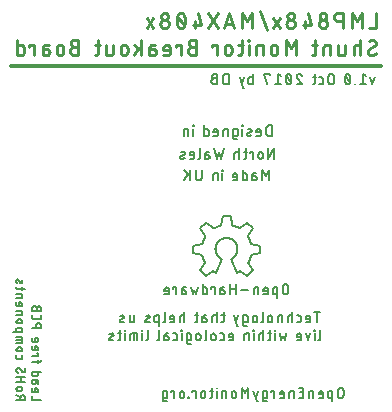
<source format=gbo>
G75*
%MOIN*%
%OFA0B0*%
%FSLAX25Y25*%
%IPPOS*%
%LPD*%
%AMOC8*
5,1,8,0,0,1.08239X$1,22.5*
%
%ADD10C,0.00600*%
%ADD11C,0.00900*%
%ADD12C,0.01200*%
%ADD13C,0.00500*%
D10*
X0080508Y0029987D02*
X0080464Y0029988D01*
X0080421Y0029994D01*
X0080378Y0030003D01*
X0080336Y0030016D01*
X0080295Y0030032D01*
X0080256Y0030052D01*
X0080219Y0030076D01*
X0080185Y0030103D01*
X0080152Y0030133D01*
X0080123Y0030165D01*
X0080097Y0030200D01*
X0080074Y0030237D01*
X0080054Y0030277D01*
X0080038Y0030317D01*
X0080025Y0030359D01*
X0080017Y0030402D01*
X0080012Y0030446D01*
X0080011Y0030490D01*
X0080014Y0030534D01*
X0080021Y0030577D01*
X0080032Y0030619D01*
X0080047Y0030661D01*
X0080065Y0030701D01*
X0080087Y0030739D01*
X0080112Y0030775D01*
X0080140Y0030808D01*
X0080171Y0030839D01*
X0080205Y0030867D01*
X0080241Y0030892D01*
X0080279Y0030914D01*
X0080319Y0030932D01*
X0081263Y0031309D01*
X0081303Y0031327D01*
X0081341Y0031349D01*
X0081377Y0031374D01*
X0081411Y0031402D01*
X0081442Y0031433D01*
X0081470Y0031466D01*
X0081495Y0031502D01*
X0081517Y0031540D01*
X0081535Y0031580D01*
X0081550Y0031622D01*
X0081561Y0031664D01*
X0081568Y0031707D01*
X0081571Y0031751D01*
X0081570Y0031795D01*
X0081565Y0031838D01*
X0081557Y0031882D01*
X0081544Y0031924D01*
X0081528Y0031964D01*
X0081508Y0032004D01*
X0081485Y0032041D01*
X0081459Y0032076D01*
X0081430Y0032108D01*
X0081397Y0032138D01*
X0081363Y0032165D01*
X0081326Y0032189D01*
X0081287Y0032209D01*
X0081246Y0032225D01*
X0081204Y0032238D01*
X0081161Y0032247D01*
X0081118Y0032253D01*
X0081074Y0032254D01*
X0081547Y0030176D02*
X0081446Y0030142D01*
X0081345Y0030111D01*
X0081242Y0030084D01*
X0081139Y0030059D01*
X0081035Y0030039D01*
X0080930Y0030021D01*
X0080825Y0030008D01*
X0080720Y0029997D01*
X0080614Y0029991D01*
X0080508Y0029987D01*
X0080224Y0032065D02*
X0080305Y0032099D01*
X0080387Y0032130D01*
X0080470Y0032158D01*
X0080555Y0032182D01*
X0080640Y0032203D01*
X0080726Y0032220D01*
X0080812Y0032234D01*
X0080899Y0032244D01*
X0080987Y0032251D01*
X0081074Y0032254D01*
X0083026Y0032254D02*
X0084160Y0032254D01*
X0085351Y0032254D02*
X0085351Y0029987D01*
X0083782Y0030554D02*
X0083782Y0033387D01*
X0085257Y0033387D02*
X0085257Y0033198D01*
X0085446Y0033198D01*
X0085446Y0033387D01*
X0085257Y0033387D01*
X0087098Y0031687D02*
X0087098Y0029987D01*
X0088231Y0029987D02*
X0088231Y0032254D01*
X0087664Y0032254D02*
X0089364Y0032254D01*
X0089364Y0029987D01*
X0091111Y0029987D02*
X0091111Y0032254D01*
X0091017Y0033198D02*
X0091206Y0033198D01*
X0091206Y0033387D01*
X0091017Y0033387D01*
X0091017Y0033198D01*
X0092931Y0033387D02*
X0092931Y0030554D01*
X0092932Y0030554D02*
X0092930Y0030507D01*
X0092924Y0030461D01*
X0092915Y0030415D01*
X0092901Y0030370D01*
X0092884Y0030326D01*
X0092864Y0030284D01*
X0092840Y0030244D01*
X0092812Y0030206D01*
X0092782Y0030170D01*
X0092749Y0030137D01*
X0092713Y0030107D01*
X0092675Y0030079D01*
X0092635Y0030055D01*
X0092593Y0030035D01*
X0092549Y0030018D01*
X0092504Y0030004D01*
X0092458Y0029995D01*
X0092412Y0029989D01*
X0092365Y0029987D01*
X0096205Y0029987D02*
X0096252Y0029989D01*
X0096298Y0029995D01*
X0096344Y0030004D01*
X0096389Y0030018D01*
X0096433Y0030035D01*
X0096475Y0030055D01*
X0096515Y0030079D01*
X0096553Y0030107D01*
X0096589Y0030137D01*
X0096622Y0030170D01*
X0096652Y0030206D01*
X0096680Y0030244D01*
X0096704Y0030284D01*
X0096724Y0030326D01*
X0096741Y0030370D01*
X0096755Y0030415D01*
X0096764Y0030461D01*
X0096770Y0030507D01*
X0096772Y0030554D01*
X0096771Y0030554D02*
X0096771Y0033387D01*
X0096676Y0034854D02*
X0096676Y0038254D01*
X0095731Y0038254D01*
X0095684Y0038252D01*
X0095638Y0038246D01*
X0095592Y0038237D01*
X0095547Y0038223D01*
X0095503Y0038206D01*
X0095461Y0038186D01*
X0095421Y0038162D01*
X0095383Y0038134D01*
X0095347Y0038104D01*
X0095314Y0038071D01*
X0095284Y0038035D01*
X0095256Y0037997D01*
X0095232Y0037957D01*
X0095212Y0037915D01*
X0095195Y0037871D01*
X0095181Y0037826D01*
X0095172Y0037780D01*
X0095166Y0037734D01*
X0095164Y0037687D01*
X0095165Y0037687D02*
X0095165Y0036554D01*
X0095164Y0036554D02*
X0095166Y0036507D01*
X0095172Y0036461D01*
X0095181Y0036415D01*
X0095195Y0036370D01*
X0095212Y0036326D01*
X0095232Y0036284D01*
X0095256Y0036244D01*
X0095284Y0036206D01*
X0095314Y0036170D01*
X0095347Y0036137D01*
X0095383Y0036107D01*
X0095421Y0036079D01*
X0095461Y0036055D01*
X0095503Y0036035D01*
X0095547Y0036018D01*
X0095592Y0036004D01*
X0095638Y0035995D01*
X0095684Y0035989D01*
X0095731Y0035987D01*
X0096676Y0035987D01*
X0098161Y0035987D02*
X0098208Y0035989D01*
X0098254Y0035995D01*
X0098300Y0036004D01*
X0098345Y0036018D01*
X0098389Y0036035D01*
X0098431Y0036055D01*
X0098471Y0036079D01*
X0098509Y0036107D01*
X0098545Y0036137D01*
X0098578Y0036170D01*
X0098608Y0036206D01*
X0098636Y0036244D01*
X0098660Y0036284D01*
X0098680Y0036326D01*
X0098697Y0036370D01*
X0098711Y0036415D01*
X0098720Y0036461D01*
X0098726Y0036507D01*
X0098728Y0036554D01*
X0098727Y0036554D02*
X0098727Y0039387D01*
X0100351Y0037498D02*
X0100351Y0037121D01*
X0101862Y0037121D01*
X0101862Y0037498D02*
X0101862Y0036554D01*
X0101863Y0036554D02*
X0101861Y0036507D01*
X0101855Y0036461D01*
X0101846Y0036415D01*
X0101832Y0036370D01*
X0101815Y0036326D01*
X0101795Y0036284D01*
X0101771Y0036244D01*
X0101743Y0036206D01*
X0101713Y0036170D01*
X0101680Y0036137D01*
X0101644Y0036107D01*
X0101606Y0036079D01*
X0101566Y0036055D01*
X0101524Y0036035D01*
X0101480Y0036018D01*
X0101435Y0036004D01*
X0101389Y0035995D01*
X0101343Y0035989D01*
X0101296Y0035987D01*
X0100351Y0035987D01*
X0100351Y0037498D02*
X0100353Y0037552D01*
X0100359Y0037606D01*
X0100368Y0037659D01*
X0100382Y0037711D01*
X0100399Y0037762D01*
X0100419Y0037812D01*
X0100443Y0037860D01*
X0100471Y0037907D01*
X0100502Y0037951D01*
X0100536Y0037993D01*
X0100572Y0038033D01*
X0100612Y0038069D01*
X0100654Y0038103D01*
X0100698Y0038134D01*
X0100745Y0038162D01*
X0100793Y0038186D01*
X0100843Y0038206D01*
X0100894Y0038223D01*
X0100946Y0038237D01*
X0100999Y0038246D01*
X0101053Y0038252D01*
X0101107Y0038254D01*
X0101161Y0038252D01*
X0101215Y0038246D01*
X0101268Y0038237D01*
X0101320Y0038223D01*
X0101371Y0038206D01*
X0101421Y0038186D01*
X0101469Y0038162D01*
X0101516Y0038134D01*
X0101560Y0038103D01*
X0101602Y0038069D01*
X0101642Y0038033D01*
X0101678Y0037993D01*
X0101712Y0037951D01*
X0101743Y0037907D01*
X0101771Y0037860D01*
X0101795Y0037812D01*
X0101815Y0037762D01*
X0101832Y0037711D01*
X0101846Y0037659D01*
X0101855Y0037606D01*
X0101861Y0037552D01*
X0101863Y0037498D01*
X0103591Y0037687D02*
X0103591Y0035987D01*
X0105102Y0035987D02*
X0105102Y0039387D01*
X0105102Y0038254D02*
X0104158Y0038254D01*
X0104111Y0038252D01*
X0104065Y0038246D01*
X0104019Y0038237D01*
X0103974Y0038223D01*
X0103930Y0038206D01*
X0103888Y0038186D01*
X0103848Y0038162D01*
X0103810Y0038134D01*
X0103774Y0038104D01*
X0103741Y0038071D01*
X0103711Y0038035D01*
X0103683Y0037997D01*
X0103659Y0037957D01*
X0103639Y0037915D01*
X0103622Y0037871D01*
X0103608Y0037826D01*
X0103599Y0037780D01*
X0103593Y0037734D01*
X0103591Y0037687D01*
X0108622Y0038254D02*
X0109755Y0038254D01*
X0109378Y0039387D02*
X0109378Y0036554D01*
X0109376Y0036507D01*
X0109370Y0036461D01*
X0109361Y0036415D01*
X0109347Y0036370D01*
X0109330Y0036326D01*
X0109310Y0036284D01*
X0109286Y0036244D01*
X0109258Y0036206D01*
X0109228Y0036170D01*
X0109195Y0036137D01*
X0109159Y0036107D01*
X0109121Y0036079D01*
X0109081Y0036055D01*
X0109039Y0036035D01*
X0108995Y0036018D01*
X0108950Y0036004D01*
X0108904Y0035995D01*
X0108858Y0035989D01*
X0108811Y0035987D01*
X0108622Y0035987D01*
X0111178Y0035987D02*
X0111178Y0037687D01*
X0111178Y0037309D02*
X0112028Y0037309D01*
X0111178Y0037687D02*
X0111180Y0037734D01*
X0111186Y0037780D01*
X0111195Y0037826D01*
X0111209Y0037871D01*
X0111226Y0037915D01*
X0111246Y0037957D01*
X0111270Y0037997D01*
X0111298Y0038035D01*
X0111328Y0038071D01*
X0111361Y0038104D01*
X0111397Y0038134D01*
X0111435Y0038162D01*
X0111475Y0038186D01*
X0111517Y0038206D01*
X0111561Y0038223D01*
X0111606Y0038237D01*
X0111652Y0038246D01*
X0111698Y0038252D01*
X0111745Y0038254D01*
X0112500Y0038254D01*
X0112028Y0037309D02*
X0112079Y0037307D01*
X0112129Y0037301D01*
X0112179Y0037292D01*
X0112227Y0037278D01*
X0112275Y0037261D01*
X0112321Y0037240D01*
X0112366Y0037216D01*
X0112408Y0037189D01*
X0112449Y0037158D01*
X0112486Y0037124D01*
X0112521Y0037088D01*
X0112554Y0037049D01*
X0112583Y0037007D01*
X0112609Y0036964D01*
X0112631Y0036918D01*
X0112650Y0036871D01*
X0112665Y0036823D01*
X0112677Y0036774D01*
X0112685Y0036724D01*
X0112689Y0036673D01*
X0112689Y0036623D01*
X0112685Y0036572D01*
X0112677Y0036522D01*
X0112665Y0036473D01*
X0112650Y0036425D01*
X0112631Y0036378D01*
X0112609Y0036332D01*
X0112583Y0036289D01*
X0112554Y0036247D01*
X0112521Y0036208D01*
X0112486Y0036172D01*
X0112449Y0036138D01*
X0112408Y0036107D01*
X0112366Y0036080D01*
X0112321Y0036056D01*
X0112275Y0036035D01*
X0112227Y0036018D01*
X0112179Y0036004D01*
X0112129Y0035995D01*
X0112079Y0035989D01*
X0112028Y0035987D01*
X0111178Y0035987D01*
X0114391Y0035987D02*
X0114391Y0037687D01*
X0114393Y0037734D01*
X0114399Y0037780D01*
X0114408Y0037826D01*
X0114422Y0037871D01*
X0114439Y0037915D01*
X0114459Y0037957D01*
X0114483Y0037997D01*
X0114511Y0038035D01*
X0114541Y0038071D01*
X0114574Y0038104D01*
X0114610Y0038134D01*
X0114648Y0038162D01*
X0114688Y0038186D01*
X0114730Y0038206D01*
X0114774Y0038223D01*
X0114819Y0038237D01*
X0114865Y0038246D01*
X0114911Y0038252D01*
X0114958Y0038254D01*
X0115902Y0038254D01*
X0115902Y0039387D02*
X0115902Y0035987D01*
X0117502Y0035987D02*
X0117691Y0035987D01*
X0117738Y0035989D01*
X0117784Y0035995D01*
X0117830Y0036004D01*
X0117875Y0036018D01*
X0117919Y0036035D01*
X0117961Y0036055D01*
X0118001Y0036079D01*
X0118039Y0036107D01*
X0118075Y0036137D01*
X0118108Y0036170D01*
X0118138Y0036206D01*
X0118166Y0036244D01*
X0118190Y0036284D01*
X0118210Y0036326D01*
X0118227Y0036370D01*
X0118241Y0036415D01*
X0118250Y0036461D01*
X0118256Y0036507D01*
X0118258Y0036554D01*
X0118257Y0036554D02*
X0118257Y0039387D01*
X0118635Y0038254D02*
X0117502Y0038254D01*
X0121711Y0038254D02*
X0122845Y0034854D01*
X0123222Y0034854D01*
X0122467Y0035987D02*
X0123222Y0038254D01*
X0124858Y0038254D02*
X0124858Y0035421D01*
X0124858Y0035987D02*
X0125802Y0035987D01*
X0125849Y0035989D01*
X0125895Y0035995D01*
X0125941Y0036004D01*
X0125986Y0036018D01*
X0126030Y0036035D01*
X0126072Y0036055D01*
X0126112Y0036079D01*
X0126150Y0036107D01*
X0126186Y0036137D01*
X0126219Y0036170D01*
X0126249Y0036206D01*
X0126277Y0036244D01*
X0126301Y0036284D01*
X0126321Y0036326D01*
X0126338Y0036370D01*
X0126352Y0036415D01*
X0126361Y0036461D01*
X0126367Y0036507D01*
X0126369Y0036554D01*
X0126369Y0037687D01*
X0126367Y0037734D01*
X0126361Y0037780D01*
X0126352Y0037826D01*
X0126338Y0037871D01*
X0126321Y0037915D01*
X0126301Y0037957D01*
X0126277Y0037997D01*
X0126249Y0038035D01*
X0126219Y0038071D01*
X0126186Y0038104D01*
X0126150Y0038134D01*
X0126112Y0038162D01*
X0126072Y0038186D01*
X0126030Y0038206D01*
X0125986Y0038223D01*
X0125941Y0038237D01*
X0125895Y0038246D01*
X0125849Y0038252D01*
X0125802Y0038254D01*
X0124858Y0038254D01*
X0127951Y0037498D02*
X0127951Y0036743D01*
X0127953Y0036689D01*
X0127959Y0036635D01*
X0127968Y0036582D01*
X0127982Y0036530D01*
X0127999Y0036479D01*
X0128019Y0036429D01*
X0128043Y0036381D01*
X0128071Y0036334D01*
X0128102Y0036290D01*
X0128136Y0036248D01*
X0128172Y0036208D01*
X0128212Y0036172D01*
X0128254Y0036138D01*
X0128298Y0036107D01*
X0128345Y0036079D01*
X0128393Y0036055D01*
X0128443Y0036035D01*
X0128494Y0036018D01*
X0128546Y0036004D01*
X0128599Y0035995D01*
X0128653Y0035989D01*
X0128707Y0035987D01*
X0128761Y0035989D01*
X0128815Y0035995D01*
X0128868Y0036004D01*
X0128920Y0036018D01*
X0128971Y0036035D01*
X0129021Y0036055D01*
X0129069Y0036079D01*
X0129116Y0036107D01*
X0129160Y0036138D01*
X0129202Y0036172D01*
X0129242Y0036208D01*
X0129278Y0036248D01*
X0129312Y0036290D01*
X0129343Y0036334D01*
X0129371Y0036381D01*
X0129395Y0036429D01*
X0129415Y0036479D01*
X0129432Y0036530D01*
X0129446Y0036582D01*
X0129455Y0036635D01*
X0129461Y0036689D01*
X0129463Y0036743D01*
X0129462Y0036743D02*
X0129462Y0037498D01*
X0129463Y0037498D02*
X0129461Y0037552D01*
X0129455Y0037606D01*
X0129446Y0037659D01*
X0129432Y0037711D01*
X0129415Y0037762D01*
X0129395Y0037812D01*
X0129371Y0037860D01*
X0129343Y0037907D01*
X0129312Y0037951D01*
X0129278Y0037993D01*
X0129242Y0038033D01*
X0129202Y0038069D01*
X0129160Y0038103D01*
X0129116Y0038134D01*
X0129069Y0038162D01*
X0129021Y0038186D01*
X0128971Y0038206D01*
X0128920Y0038223D01*
X0128868Y0038237D01*
X0128815Y0038246D01*
X0128761Y0038252D01*
X0128707Y0038254D01*
X0128653Y0038252D01*
X0128599Y0038246D01*
X0128546Y0038237D01*
X0128494Y0038223D01*
X0128443Y0038206D01*
X0128393Y0038186D01*
X0128345Y0038162D01*
X0128298Y0038134D01*
X0128254Y0038103D01*
X0128212Y0038069D01*
X0128172Y0038033D01*
X0128136Y0037993D01*
X0128102Y0037951D01*
X0128071Y0037907D01*
X0128043Y0037860D01*
X0128019Y0037812D01*
X0127999Y0037762D01*
X0127982Y0037711D01*
X0127968Y0037659D01*
X0127959Y0037606D01*
X0127953Y0037552D01*
X0127951Y0037498D01*
X0126180Y0034854D02*
X0125425Y0034854D01*
X0125378Y0034856D01*
X0125332Y0034862D01*
X0125286Y0034871D01*
X0125241Y0034885D01*
X0125197Y0034902D01*
X0125155Y0034922D01*
X0125115Y0034946D01*
X0125077Y0034974D01*
X0125041Y0035004D01*
X0125008Y0035037D01*
X0124978Y0035073D01*
X0124950Y0035111D01*
X0124926Y0035151D01*
X0124906Y0035193D01*
X0124889Y0035237D01*
X0124875Y0035282D01*
X0124866Y0035328D01*
X0124860Y0035374D01*
X0124858Y0035421D01*
X0125722Y0032254D02*
X0126666Y0032254D01*
X0126666Y0029987D01*
X0125155Y0029987D02*
X0125155Y0031687D01*
X0125157Y0031734D01*
X0125163Y0031780D01*
X0125172Y0031826D01*
X0125186Y0031871D01*
X0125203Y0031915D01*
X0125223Y0031957D01*
X0125247Y0031997D01*
X0125275Y0032035D01*
X0125305Y0032071D01*
X0125338Y0032104D01*
X0125374Y0032134D01*
X0125412Y0032162D01*
X0125452Y0032186D01*
X0125494Y0032206D01*
X0125538Y0032223D01*
X0125583Y0032237D01*
X0125629Y0032246D01*
X0125675Y0032252D01*
X0125722Y0032254D01*
X0128311Y0032254D02*
X0128311Y0029987D01*
X0129955Y0029987D02*
X0129955Y0031687D01*
X0129957Y0031734D01*
X0129963Y0031780D01*
X0129972Y0031826D01*
X0129986Y0031871D01*
X0130003Y0031915D01*
X0130023Y0031957D01*
X0130047Y0031997D01*
X0130075Y0032035D01*
X0130105Y0032071D01*
X0130138Y0032104D01*
X0130174Y0032134D01*
X0130212Y0032162D01*
X0130252Y0032186D01*
X0130294Y0032206D01*
X0130338Y0032223D01*
X0130383Y0032237D01*
X0130429Y0032246D01*
X0130475Y0032252D01*
X0130522Y0032254D01*
X0131466Y0032254D01*
X0131466Y0033387D02*
X0131466Y0029987D01*
X0133066Y0029987D02*
X0133255Y0029987D01*
X0133302Y0029989D01*
X0133348Y0029995D01*
X0133394Y0030004D01*
X0133439Y0030018D01*
X0133483Y0030035D01*
X0133525Y0030055D01*
X0133565Y0030079D01*
X0133603Y0030107D01*
X0133639Y0030137D01*
X0133672Y0030170D01*
X0133702Y0030206D01*
X0133730Y0030244D01*
X0133754Y0030284D01*
X0133774Y0030326D01*
X0133791Y0030370D01*
X0133805Y0030415D01*
X0133814Y0030461D01*
X0133820Y0030507D01*
X0133822Y0030554D01*
X0133822Y0033387D01*
X0134199Y0032254D02*
X0133066Y0032254D01*
X0135391Y0032254D02*
X0135391Y0029987D01*
X0137464Y0029987D02*
X0138031Y0031498D01*
X0138597Y0029987D01*
X0139164Y0032254D01*
X0136897Y0032254D02*
X0137464Y0029987D01*
X0135485Y0033198D02*
X0135296Y0033198D01*
X0135296Y0033387D01*
X0135485Y0033387D01*
X0135485Y0033198D01*
X0136231Y0035987D02*
X0136231Y0037687D01*
X0136233Y0037734D01*
X0136239Y0037780D01*
X0136248Y0037826D01*
X0136262Y0037871D01*
X0136279Y0037915D01*
X0136299Y0037957D01*
X0136323Y0037997D01*
X0136351Y0038035D01*
X0136381Y0038071D01*
X0136414Y0038104D01*
X0136450Y0038134D01*
X0136488Y0038162D01*
X0136528Y0038186D01*
X0136570Y0038206D01*
X0136614Y0038223D01*
X0136659Y0038237D01*
X0136705Y0038246D01*
X0136751Y0038252D01*
X0136798Y0038254D01*
X0137742Y0038254D01*
X0137742Y0035987D01*
X0139591Y0035987D02*
X0139591Y0037687D01*
X0139593Y0037734D01*
X0139599Y0037780D01*
X0139608Y0037826D01*
X0139622Y0037871D01*
X0139639Y0037915D01*
X0139659Y0037957D01*
X0139683Y0037997D01*
X0139711Y0038035D01*
X0139741Y0038071D01*
X0139774Y0038104D01*
X0139810Y0038134D01*
X0139848Y0038162D01*
X0139888Y0038186D01*
X0139930Y0038206D01*
X0139974Y0038223D01*
X0140019Y0038237D01*
X0140065Y0038246D01*
X0140111Y0038252D01*
X0140158Y0038254D01*
X0141102Y0038254D01*
X0141102Y0039387D02*
X0141102Y0035987D01*
X0142654Y0035987D02*
X0143410Y0035987D01*
X0143457Y0035989D01*
X0143503Y0035995D01*
X0143549Y0036004D01*
X0143594Y0036018D01*
X0143638Y0036035D01*
X0143680Y0036055D01*
X0143720Y0036079D01*
X0143758Y0036107D01*
X0143794Y0036137D01*
X0143827Y0036170D01*
X0143857Y0036206D01*
X0143885Y0036244D01*
X0143909Y0036284D01*
X0143929Y0036326D01*
X0143946Y0036370D01*
X0143960Y0036415D01*
X0143969Y0036461D01*
X0143975Y0036507D01*
X0143977Y0036554D01*
X0143976Y0036554D02*
X0143976Y0037687D01*
X0143977Y0037687D02*
X0143975Y0037734D01*
X0143969Y0037780D01*
X0143960Y0037826D01*
X0143946Y0037871D01*
X0143929Y0037915D01*
X0143909Y0037957D01*
X0143885Y0037997D01*
X0143857Y0038035D01*
X0143827Y0038071D01*
X0143794Y0038104D01*
X0143758Y0038134D01*
X0143720Y0038162D01*
X0143680Y0038186D01*
X0143638Y0038206D01*
X0143594Y0038223D01*
X0143549Y0038237D01*
X0143503Y0038246D01*
X0143457Y0038252D01*
X0143410Y0038254D01*
X0142654Y0038254D01*
X0145591Y0037498D02*
X0145591Y0037121D01*
X0147102Y0037121D01*
X0147102Y0037498D02*
X0147102Y0036554D01*
X0147103Y0036554D02*
X0147101Y0036507D01*
X0147095Y0036461D01*
X0147086Y0036415D01*
X0147072Y0036370D01*
X0147055Y0036326D01*
X0147035Y0036284D01*
X0147011Y0036244D01*
X0146983Y0036206D01*
X0146953Y0036170D01*
X0146920Y0036137D01*
X0146884Y0036107D01*
X0146846Y0036079D01*
X0146806Y0036055D01*
X0146764Y0036035D01*
X0146720Y0036018D01*
X0146675Y0036004D01*
X0146629Y0035995D01*
X0146583Y0035989D01*
X0146536Y0035987D01*
X0145591Y0035987D01*
X0145591Y0037498D02*
X0145593Y0037552D01*
X0145599Y0037606D01*
X0145608Y0037659D01*
X0145622Y0037711D01*
X0145639Y0037762D01*
X0145659Y0037812D01*
X0145683Y0037860D01*
X0145711Y0037907D01*
X0145742Y0037951D01*
X0145776Y0037993D01*
X0145812Y0038033D01*
X0145852Y0038069D01*
X0145894Y0038103D01*
X0145938Y0038134D01*
X0145985Y0038162D01*
X0146033Y0038186D01*
X0146083Y0038206D01*
X0146134Y0038223D01*
X0146186Y0038237D01*
X0146239Y0038246D01*
X0146293Y0038252D01*
X0146347Y0038254D01*
X0146401Y0038252D01*
X0146455Y0038246D01*
X0146508Y0038237D01*
X0146560Y0038223D01*
X0146611Y0038206D01*
X0146661Y0038186D01*
X0146709Y0038162D01*
X0146756Y0038134D01*
X0146800Y0038103D01*
X0146842Y0038069D01*
X0146882Y0038033D01*
X0146918Y0037993D01*
X0146952Y0037951D01*
X0146983Y0037907D01*
X0147011Y0037860D01*
X0147035Y0037812D01*
X0147055Y0037762D01*
X0147072Y0037711D01*
X0147086Y0037659D01*
X0147095Y0037606D01*
X0147101Y0037552D01*
X0147103Y0037498D01*
X0149467Y0035987D02*
X0149467Y0039387D01*
X0150411Y0039387D02*
X0148522Y0039387D01*
X0148496Y0033387D02*
X0148496Y0033198D01*
X0148685Y0033198D01*
X0148685Y0033387D01*
X0148496Y0033387D01*
X0148591Y0032254D02*
X0148591Y0029987D01*
X0149844Y0029987D02*
X0149891Y0029989D01*
X0149937Y0029995D01*
X0149983Y0030004D01*
X0150028Y0030018D01*
X0150072Y0030035D01*
X0150114Y0030055D01*
X0150154Y0030079D01*
X0150192Y0030107D01*
X0150228Y0030137D01*
X0150261Y0030170D01*
X0150291Y0030206D01*
X0150319Y0030244D01*
X0150343Y0030284D01*
X0150363Y0030326D01*
X0150380Y0030370D01*
X0150394Y0030415D01*
X0150403Y0030461D01*
X0150409Y0030507D01*
X0150411Y0030554D01*
X0150411Y0033387D01*
X0147186Y0032254D02*
X0146431Y0029987D01*
X0145675Y0032254D01*
X0144186Y0031498D02*
X0144186Y0030554D01*
X0144187Y0030554D02*
X0144185Y0030507D01*
X0144179Y0030461D01*
X0144170Y0030415D01*
X0144156Y0030370D01*
X0144139Y0030326D01*
X0144119Y0030284D01*
X0144095Y0030244D01*
X0144067Y0030206D01*
X0144037Y0030170D01*
X0144004Y0030137D01*
X0143968Y0030107D01*
X0143930Y0030079D01*
X0143890Y0030055D01*
X0143848Y0030035D01*
X0143804Y0030018D01*
X0143759Y0030004D01*
X0143713Y0029995D01*
X0143667Y0029989D01*
X0143620Y0029987D01*
X0142675Y0029987D01*
X0142675Y0031121D02*
X0144186Y0031121D01*
X0144187Y0031498D02*
X0144185Y0031552D01*
X0144179Y0031606D01*
X0144170Y0031659D01*
X0144156Y0031711D01*
X0144139Y0031762D01*
X0144119Y0031812D01*
X0144095Y0031860D01*
X0144067Y0031907D01*
X0144036Y0031951D01*
X0144002Y0031993D01*
X0143966Y0032033D01*
X0143926Y0032069D01*
X0143884Y0032103D01*
X0143840Y0032134D01*
X0143793Y0032162D01*
X0143745Y0032186D01*
X0143695Y0032206D01*
X0143644Y0032223D01*
X0143592Y0032237D01*
X0143539Y0032246D01*
X0143485Y0032252D01*
X0143431Y0032254D01*
X0143377Y0032252D01*
X0143323Y0032246D01*
X0143270Y0032237D01*
X0143218Y0032223D01*
X0143167Y0032206D01*
X0143117Y0032186D01*
X0143069Y0032162D01*
X0143022Y0032134D01*
X0142978Y0032103D01*
X0142936Y0032069D01*
X0142896Y0032033D01*
X0142860Y0031993D01*
X0142826Y0031951D01*
X0142795Y0031907D01*
X0142767Y0031860D01*
X0142743Y0031812D01*
X0142723Y0031762D01*
X0142706Y0031711D01*
X0142692Y0031659D01*
X0142683Y0031606D01*
X0142677Y0031552D01*
X0142675Y0031498D01*
X0142675Y0031121D01*
X0134502Y0036743D02*
X0134502Y0037498D01*
X0134503Y0037498D02*
X0134501Y0037552D01*
X0134495Y0037606D01*
X0134486Y0037659D01*
X0134472Y0037711D01*
X0134455Y0037762D01*
X0134435Y0037812D01*
X0134411Y0037860D01*
X0134383Y0037907D01*
X0134352Y0037951D01*
X0134318Y0037993D01*
X0134282Y0038033D01*
X0134242Y0038069D01*
X0134200Y0038103D01*
X0134156Y0038134D01*
X0134109Y0038162D01*
X0134061Y0038186D01*
X0134011Y0038206D01*
X0133960Y0038223D01*
X0133908Y0038237D01*
X0133855Y0038246D01*
X0133801Y0038252D01*
X0133747Y0038254D01*
X0133693Y0038252D01*
X0133639Y0038246D01*
X0133586Y0038237D01*
X0133534Y0038223D01*
X0133483Y0038206D01*
X0133433Y0038186D01*
X0133385Y0038162D01*
X0133338Y0038134D01*
X0133294Y0038103D01*
X0133252Y0038069D01*
X0133212Y0038033D01*
X0133176Y0037993D01*
X0133142Y0037951D01*
X0133111Y0037907D01*
X0133083Y0037860D01*
X0133059Y0037812D01*
X0133039Y0037762D01*
X0133022Y0037711D01*
X0133008Y0037659D01*
X0132999Y0037606D01*
X0132993Y0037552D01*
X0132991Y0037498D01*
X0132991Y0036743D01*
X0132993Y0036689D01*
X0132999Y0036635D01*
X0133008Y0036582D01*
X0133022Y0036530D01*
X0133039Y0036479D01*
X0133059Y0036429D01*
X0133083Y0036381D01*
X0133111Y0036334D01*
X0133142Y0036290D01*
X0133176Y0036248D01*
X0133212Y0036208D01*
X0133252Y0036172D01*
X0133294Y0036138D01*
X0133338Y0036107D01*
X0133385Y0036079D01*
X0133433Y0036055D01*
X0133483Y0036035D01*
X0133534Y0036018D01*
X0133586Y0036004D01*
X0133639Y0035995D01*
X0133693Y0035989D01*
X0133747Y0035987D01*
X0133801Y0035989D01*
X0133855Y0035995D01*
X0133908Y0036004D01*
X0133960Y0036018D01*
X0134011Y0036035D01*
X0134061Y0036055D01*
X0134109Y0036079D01*
X0134156Y0036107D01*
X0134200Y0036138D01*
X0134242Y0036172D01*
X0134282Y0036208D01*
X0134318Y0036248D01*
X0134352Y0036290D01*
X0134383Y0036334D01*
X0134411Y0036381D01*
X0134435Y0036429D01*
X0134455Y0036479D01*
X0134472Y0036530D01*
X0134486Y0036582D01*
X0134495Y0036635D01*
X0134501Y0036689D01*
X0134503Y0036743D01*
X0131367Y0036554D02*
X0131367Y0039387D01*
X0131367Y0036554D02*
X0131365Y0036507D01*
X0131359Y0036461D01*
X0131350Y0036415D01*
X0131336Y0036370D01*
X0131319Y0036326D01*
X0131299Y0036284D01*
X0131275Y0036244D01*
X0131247Y0036206D01*
X0131217Y0036170D01*
X0131184Y0036137D01*
X0131148Y0036107D01*
X0131110Y0036079D01*
X0131070Y0036055D01*
X0131028Y0036035D01*
X0130984Y0036018D01*
X0130939Y0036004D01*
X0130893Y0035995D01*
X0130847Y0035989D01*
X0130800Y0035987D01*
X0128405Y0033387D02*
X0128216Y0033387D01*
X0128216Y0033198D01*
X0128405Y0033198D01*
X0128405Y0033387D01*
X0121506Y0031498D02*
X0121506Y0030554D01*
X0121507Y0030554D02*
X0121505Y0030507D01*
X0121499Y0030461D01*
X0121490Y0030415D01*
X0121476Y0030370D01*
X0121459Y0030326D01*
X0121439Y0030284D01*
X0121415Y0030244D01*
X0121387Y0030206D01*
X0121357Y0030170D01*
X0121324Y0030137D01*
X0121288Y0030107D01*
X0121250Y0030079D01*
X0121210Y0030055D01*
X0121168Y0030035D01*
X0121124Y0030018D01*
X0121079Y0030004D01*
X0121033Y0029995D01*
X0120987Y0029989D01*
X0120940Y0029987D01*
X0119995Y0029987D01*
X0119995Y0031121D02*
X0121506Y0031121D01*
X0121507Y0031498D02*
X0121505Y0031552D01*
X0121499Y0031606D01*
X0121490Y0031659D01*
X0121476Y0031711D01*
X0121459Y0031762D01*
X0121439Y0031812D01*
X0121415Y0031860D01*
X0121387Y0031907D01*
X0121356Y0031951D01*
X0121322Y0031993D01*
X0121286Y0032033D01*
X0121246Y0032069D01*
X0121204Y0032103D01*
X0121160Y0032134D01*
X0121113Y0032162D01*
X0121065Y0032186D01*
X0121015Y0032206D01*
X0120964Y0032223D01*
X0120912Y0032237D01*
X0120859Y0032246D01*
X0120805Y0032252D01*
X0120751Y0032254D01*
X0120697Y0032252D01*
X0120643Y0032246D01*
X0120590Y0032237D01*
X0120538Y0032223D01*
X0120487Y0032206D01*
X0120437Y0032186D01*
X0120389Y0032162D01*
X0120342Y0032134D01*
X0120298Y0032103D01*
X0120256Y0032069D01*
X0120216Y0032033D01*
X0120180Y0031993D01*
X0120146Y0031951D01*
X0120115Y0031907D01*
X0120087Y0031860D01*
X0120063Y0031812D01*
X0120043Y0031762D01*
X0120026Y0031711D01*
X0120012Y0031659D01*
X0120003Y0031606D01*
X0119997Y0031552D01*
X0119995Y0031498D01*
X0119995Y0031121D01*
X0118380Y0030554D02*
X0118380Y0031687D01*
X0118381Y0031687D02*
X0118379Y0031734D01*
X0118373Y0031780D01*
X0118364Y0031826D01*
X0118350Y0031871D01*
X0118333Y0031915D01*
X0118313Y0031957D01*
X0118289Y0031997D01*
X0118261Y0032035D01*
X0118231Y0032071D01*
X0118198Y0032104D01*
X0118162Y0032134D01*
X0118124Y0032162D01*
X0118084Y0032186D01*
X0118042Y0032206D01*
X0117998Y0032223D01*
X0117953Y0032237D01*
X0117907Y0032246D01*
X0117861Y0032252D01*
X0117814Y0032254D01*
X0117058Y0032254D01*
X0115626Y0031498D02*
X0115626Y0030743D01*
X0115627Y0030743D02*
X0115625Y0030689D01*
X0115619Y0030635D01*
X0115610Y0030582D01*
X0115596Y0030530D01*
X0115579Y0030479D01*
X0115559Y0030429D01*
X0115535Y0030381D01*
X0115507Y0030334D01*
X0115476Y0030290D01*
X0115442Y0030248D01*
X0115406Y0030208D01*
X0115366Y0030172D01*
X0115324Y0030138D01*
X0115280Y0030107D01*
X0115233Y0030079D01*
X0115185Y0030055D01*
X0115135Y0030035D01*
X0115084Y0030018D01*
X0115032Y0030004D01*
X0114979Y0029995D01*
X0114925Y0029989D01*
X0114871Y0029987D01*
X0114817Y0029989D01*
X0114763Y0029995D01*
X0114710Y0030004D01*
X0114658Y0030018D01*
X0114607Y0030035D01*
X0114557Y0030055D01*
X0114509Y0030079D01*
X0114462Y0030107D01*
X0114418Y0030138D01*
X0114376Y0030172D01*
X0114336Y0030208D01*
X0114300Y0030248D01*
X0114266Y0030290D01*
X0114235Y0030334D01*
X0114207Y0030381D01*
X0114183Y0030429D01*
X0114163Y0030479D01*
X0114146Y0030530D01*
X0114132Y0030582D01*
X0114123Y0030635D01*
X0114117Y0030689D01*
X0114115Y0030743D01*
X0114115Y0031498D01*
X0114117Y0031552D01*
X0114123Y0031606D01*
X0114132Y0031659D01*
X0114146Y0031711D01*
X0114163Y0031762D01*
X0114183Y0031812D01*
X0114207Y0031860D01*
X0114235Y0031907D01*
X0114266Y0031951D01*
X0114300Y0031993D01*
X0114336Y0032033D01*
X0114376Y0032069D01*
X0114418Y0032103D01*
X0114462Y0032134D01*
X0114509Y0032162D01*
X0114557Y0032186D01*
X0114607Y0032206D01*
X0114658Y0032223D01*
X0114710Y0032237D01*
X0114763Y0032246D01*
X0114817Y0032252D01*
X0114871Y0032254D01*
X0114925Y0032252D01*
X0114979Y0032246D01*
X0115032Y0032237D01*
X0115084Y0032223D01*
X0115135Y0032206D01*
X0115185Y0032186D01*
X0115233Y0032162D01*
X0115280Y0032134D01*
X0115324Y0032103D01*
X0115366Y0032069D01*
X0115406Y0032033D01*
X0115442Y0031993D01*
X0115476Y0031951D01*
X0115507Y0031907D01*
X0115535Y0031860D01*
X0115559Y0031812D01*
X0115579Y0031762D01*
X0115596Y0031711D01*
X0115610Y0031659D01*
X0115619Y0031606D01*
X0115625Y0031552D01*
X0115627Y0031498D01*
X0117058Y0029987D02*
X0117814Y0029987D01*
X0117861Y0029989D01*
X0117907Y0029995D01*
X0117953Y0030004D01*
X0117998Y0030018D01*
X0118042Y0030035D01*
X0118084Y0030055D01*
X0118124Y0030079D01*
X0118162Y0030107D01*
X0118198Y0030137D01*
X0118231Y0030170D01*
X0118261Y0030206D01*
X0118289Y0030244D01*
X0118313Y0030284D01*
X0118333Y0030326D01*
X0118350Y0030370D01*
X0118364Y0030415D01*
X0118373Y0030461D01*
X0118379Y0030507D01*
X0118381Y0030554D01*
X0112491Y0030554D02*
X0112491Y0033387D01*
X0110586Y0031498D02*
X0110586Y0030743D01*
X0110587Y0030743D02*
X0110585Y0030689D01*
X0110579Y0030635D01*
X0110570Y0030582D01*
X0110556Y0030530D01*
X0110539Y0030479D01*
X0110519Y0030429D01*
X0110495Y0030381D01*
X0110467Y0030334D01*
X0110436Y0030290D01*
X0110402Y0030248D01*
X0110366Y0030208D01*
X0110326Y0030172D01*
X0110284Y0030138D01*
X0110240Y0030107D01*
X0110193Y0030079D01*
X0110145Y0030055D01*
X0110095Y0030035D01*
X0110044Y0030018D01*
X0109992Y0030004D01*
X0109939Y0029995D01*
X0109885Y0029989D01*
X0109831Y0029987D01*
X0109777Y0029989D01*
X0109723Y0029995D01*
X0109670Y0030004D01*
X0109618Y0030018D01*
X0109567Y0030035D01*
X0109517Y0030055D01*
X0109469Y0030079D01*
X0109422Y0030107D01*
X0109378Y0030138D01*
X0109336Y0030172D01*
X0109296Y0030208D01*
X0109260Y0030248D01*
X0109226Y0030290D01*
X0109195Y0030334D01*
X0109167Y0030381D01*
X0109143Y0030429D01*
X0109123Y0030479D01*
X0109106Y0030530D01*
X0109092Y0030582D01*
X0109083Y0030635D01*
X0109077Y0030689D01*
X0109075Y0030743D01*
X0109075Y0031498D01*
X0109077Y0031552D01*
X0109083Y0031606D01*
X0109092Y0031659D01*
X0109106Y0031711D01*
X0109123Y0031762D01*
X0109143Y0031812D01*
X0109167Y0031860D01*
X0109195Y0031907D01*
X0109226Y0031951D01*
X0109260Y0031993D01*
X0109296Y0032033D01*
X0109336Y0032069D01*
X0109378Y0032103D01*
X0109422Y0032134D01*
X0109469Y0032162D01*
X0109517Y0032186D01*
X0109567Y0032206D01*
X0109618Y0032223D01*
X0109670Y0032237D01*
X0109723Y0032246D01*
X0109777Y0032252D01*
X0109831Y0032254D01*
X0109885Y0032252D01*
X0109939Y0032246D01*
X0109992Y0032237D01*
X0110044Y0032223D01*
X0110095Y0032206D01*
X0110145Y0032186D01*
X0110193Y0032162D01*
X0110240Y0032134D01*
X0110284Y0032103D01*
X0110326Y0032069D01*
X0110366Y0032033D01*
X0110402Y0031993D01*
X0110436Y0031951D01*
X0110467Y0031907D01*
X0110495Y0031860D01*
X0110519Y0031812D01*
X0110539Y0031762D01*
X0110556Y0031711D01*
X0110570Y0031659D01*
X0110579Y0031606D01*
X0110585Y0031552D01*
X0110587Y0031498D01*
X0111925Y0029987D02*
X0111972Y0029989D01*
X0112018Y0029995D01*
X0112064Y0030004D01*
X0112109Y0030018D01*
X0112153Y0030035D01*
X0112195Y0030055D01*
X0112235Y0030079D01*
X0112273Y0030107D01*
X0112309Y0030137D01*
X0112342Y0030170D01*
X0112372Y0030206D01*
X0112400Y0030244D01*
X0112424Y0030284D01*
X0112444Y0030326D01*
X0112461Y0030370D01*
X0112475Y0030415D01*
X0112484Y0030461D01*
X0112490Y0030507D01*
X0112492Y0030554D01*
X0107493Y0030554D02*
X0107493Y0031687D01*
X0107494Y0031687D02*
X0107492Y0031734D01*
X0107486Y0031780D01*
X0107477Y0031826D01*
X0107463Y0031871D01*
X0107446Y0031915D01*
X0107426Y0031957D01*
X0107402Y0031997D01*
X0107374Y0032035D01*
X0107344Y0032071D01*
X0107311Y0032104D01*
X0107275Y0032134D01*
X0107237Y0032162D01*
X0107197Y0032186D01*
X0107155Y0032206D01*
X0107111Y0032223D01*
X0107066Y0032237D01*
X0107020Y0032246D01*
X0106974Y0032252D01*
X0106927Y0032254D01*
X0105982Y0032254D01*
X0105982Y0029421D01*
X0105982Y0029987D02*
X0106927Y0029987D01*
X0106974Y0029989D01*
X0107020Y0029995D01*
X0107066Y0030004D01*
X0107111Y0030018D01*
X0107155Y0030035D01*
X0107197Y0030055D01*
X0107237Y0030079D01*
X0107275Y0030107D01*
X0107311Y0030137D01*
X0107344Y0030170D01*
X0107374Y0030206D01*
X0107402Y0030244D01*
X0107426Y0030284D01*
X0107446Y0030326D01*
X0107463Y0030370D01*
X0107477Y0030415D01*
X0107486Y0030461D01*
X0107492Y0030507D01*
X0107494Y0030554D01*
X0105982Y0029421D02*
X0105984Y0029374D01*
X0105990Y0029328D01*
X0105999Y0029282D01*
X0106013Y0029237D01*
X0106030Y0029193D01*
X0106050Y0029151D01*
X0106074Y0029111D01*
X0106102Y0029073D01*
X0106132Y0029037D01*
X0106165Y0029004D01*
X0106201Y0028974D01*
X0106239Y0028946D01*
X0106279Y0028922D01*
X0106321Y0028902D01*
X0106365Y0028885D01*
X0106410Y0028871D01*
X0106456Y0028862D01*
X0106502Y0028856D01*
X0106549Y0028854D01*
X0107304Y0028854D01*
X0104311Y0029987D02*
X0104311Y0032254D01*
X0104217Y0033198D02*
X0104405Y0033198D01*
X0104405Y0033387D01*
X0104217Y0033387D01*
X0104217Y0033198D01*
X0102781Y0031687D02*
X0102781Y0030554D01*
X0102779Y0030507D01*
X0102773Y0030461D01*
X0102764Y0030415D01*
X0102750Y0030370D01*
X0102733Y0030326D01*
X0102713Y0030284D01*
X0102689Y0030244D01*
X0102661Y0030206D01*
X0102631Y0030170D01*
X0102598Y0030137D01*
X0102562Y0030107D01*
X0102524Y0030079D01*
X0102484Y0030055D01*
X0102442Y0030035D01*
X0102398Y0030018D01*
X0102353Y0030004D01*
X0102307Y0029995D01*
X0102261Y0029989D01*
X0102214Y0029987D01*
X0101458Y0029987D01*
X0102781Y0031687D02*
X0102779Y0031734D01*
X0102773Y0031780D01*
X0102764Y0031826D01*
X0102750Y0031871D01*
X0102733Y0031915D01*
X0102713Y0031957D01*
X0102689Y0031997D01*
X0102661Y0032035D01*
X0102631Y0032071D01*
X0102598Y0032104D01*
X0102562Y0032134D01*
X0102524Y0032162D01*
X0102484Y0032186D01*
X0102442Y0032206D01*
X0102398Y0032223D01*
X0102353Y0032237D01*
X0102307Y0032246D01*
X0102261Y0032252D01*
X0102214Y0032254D01*
X0101458Y0032254D01*
X0099864Y0032254D02*
X0099109Y0032254D01*
X0099062Y0032252D01*
X0099016Y0032246D01*
X0098970Y0032237D01*
X0098925Y0032223D01*
X0098881Y0032206D01*
X0098839Y0032186D01*
X0098799Y0032162D01*
X0098761Y0032134D01*
X0098725Y0032104D01*
X0098692Y0032071D01*
X0098662Y0032035D01*
X0098634Y0031997D01*
X0098610Y0031957D01*
X0098590Y0031915D01*
X0098573Y0031871D01*
X0098559Y0031826D01*
X0098550Y0031780D01*
X0098544Y0031734D01*
X0098542Y0031687D01*
X0098542Y0029987D01*
X0099392Y0029987D01*
X0099443Y0029989D01*
X0099493Y0029995D01*
X0099543Y0030004D01*
X0099591Y0030018D01*
X0099639Y0030035D01*
X0099685Y0030056D01*
X0099730Y0030080D01*
X0099772Y0030107D01*
X0099813Y0030138D01*
X0099850Y0030172D01*
X0099885Y0030208D01*
X0099918Y0030247D01*
X0099947Y0030289D01*
X0099973Y0030332D01*
X0099995Y0030378D01*
X0100014Y0030425D01*
X0100029Y0030473D01*
X0100041Y0030522D01*
X0100049Y0030572D01*
X0100053Y0030623D01*
X0100053Y0030673D01*
X0100049Y0030724D01*
X0100041Y0030774D01*
X0100029Y0030823D01*
X0100014Y0030871D01*
X0099995Y0030918D01*
X0099973Y0030964D01*
X0099947Y0031007D01*
X0099918Y0031049D01*
X0099885Y0031088D01*
X0099850Y0031124D01*
X0099813Y0031158D01*
X0099772Y0031189D01*
X0099730Y0031216D01*
X0099685Y0031240D01*
X0099639Y0031261D01*
X0099591Y0031278D01*
X0099543Y0031292D01*
X0099493Y0031301D01*
X0099443Y0031307D01*
X0099392Y0031309D01*
X0098542Y0031309D01*
X0093110Y0038254D02*
X0093023Y0038251D01*
X0092935Y0038244D01*
X0092848Y0038234D01*
X0092762Y0038220D01*
X0092676Y0038203D01*
X0092591Y0038182D01*
X0092506Y0038158D01*
X0092423Y0038130D01*
X0092341Y0038099D01*
X0092260Y0038065D01*
X0093110Y0038254D02*
X0093154Y0038253D01*
X0093197Y0038247D01*
X0093240Y0038238D01*
X0093282Y0038225D01*
X0093323Y0038209D01*
X0093362Y0038189D01*
X0093399Y0038165D01*
X0093433Y0038138D01*
X0093466Y0038108D01*
X0093495Y0038076D01*
X0093521Y0038041D01*
X0093544Y0038004D01*
X0093564Y0037964D01*
X0093580Y0037924D01*
X0093593Y0037882D01*
X0093601Y0037838D01*
X0093606Y0037795D01*
X0093607Y0037751D01*
X0093604Y0037707D01*
X0093597Y0037664D01*
X0093586Y0037622D01*
X0093571Y0037580D01*
X0093553Y0037540D01*
X0093531Y0037502D01*
X0093506Y0037466D01*
X0093478Y0037433D01*
X0093447Y0037402D01*
X0093413Y0037374D01*
X0093377Y0037349D01*
X0093339Y0037327D01*
X0093299Y0037309D01*
X0092355Y0036932D01*
X0092315Y0036914D01*
X0092277Y0036892D01*
X0092241Y0036867D01*
X0092207Y0036839D01*
X0092176Y0036808D01*
X0092148Y0036775D01*
X0092123Y0036739D01*
X0092101Y0036701D01*
X0092083Y0036661D01*
X0092068Y0036619D01*
X0092057Y0036577D01*
X0092050Y0036534D01*
X0092047Y0036490D01*
X0092048Y0036446D01*
X0092053Y0036402D01*
X0092061Y0036359D01*
X0092074Y0036317D01*
X0092090Y0036277D01*
X0092110Y0036237D01*
X0092133Y0036200D01*
X0092159Y0036165D01*
X0092188Y0036133D01*
X0092221Y0036103D01*
X0092255Y0036076D01*
X0092292Y0036052D01*
X0092331Y0036032D01*
X0092372Y0036016D01*
X0092414Y0036003D01*
X0092457Y0035994D01*
X0092500Y0035988D01*
X0092544Y0035987D01*
X0092650Y0035991D01*
X0092756Y0035997D01*
X0092861Y0036008D01*
X0092966Y0036021D01*
X0093071Y0036039D01*
X0093175Y0036059D01*
X0093278Y0036084D01*
X0093381Y0036111D01*
X0093482Y0036142D01*
X0093583Y0036176D01*
X0088423Y0036554D02*
X0088423Y0038254D01*
X0086911Y0038254D02*
X0086911Y0035987D01*
X0087856Y0035987D01*
X0087903Y0035989D01*
X0087949Y0035995D01*
X0087995Y0036004D01*
X0088040Y0036018D01*
X0088084Y0036035D01*
X0088126Y0036055D01*
X0088166Y0036079D01*
X0088204Y0036107D01*
X0088240Y0036137D01*
X0088273Y0036170D01*
X0088303Y0036206D01*
X0088331Y0036244D01*
X0088355Y0036284D01*
X0088375Y0036326D01*
X0088392Y0036370D01*
X0088406Y0036415D01*
X0088415Y0036461D01*
X0088421Y0036507D01*
X0088423Y0036554D01*
X0084899Y0037309D02*
X0083955Y0036932D01*
X0083915Y0036914D01*
X0083877Y0036892D01*
X0083841Y0036867D01*
X0083807Y0036839D01*
X0083776Y0036808D01*
X0083748Y0036775D01*
X0083723Y0036739D01*
X0083701Y0036701D01*
X0083683Y0036661D01*
X0083668Y0036619D01*
X0083657Y0036577D01*
X0083650Y0036534D01*
X0083647Y0036490D01*
X0083648Y0036446D01*
X0083653Y0036402D01*
X0083661Y0036359D01*
X0083674Y0036317D01*
X0083690Y0036277D01*
X0083710Y0036237D01*
X0083733Y0036200D01*
X0083759Y0036165D01*
X0083788Y0036133D01*
X0083821Y0036103D01*
X0083855Y0036076D01*
X0083892Y0036052D01*
X0083931Y0036032D01*
X0083972Y0036016D01*
X0084014Y0036003D01*
X0084057Y0035994D01*
X0084100Y0035988D01*
X0084144Y0035987D01*
X0083860Y0038065D02*
X0083941Y0038099D01*
X0084023Y0038130D01*
X0084106Y0038158D01*
X0084191Y0038182D01*
X0084276Y0038203D01*
X0084362Y0038220D01*
X0084448Y0038234D01*
X0084535Y0038244D01*
X0084623Y0038251D01*
X0084710Y0038254D01*
X0084754Y0038253D01*
X0084797Y0038247D01*
X0084840Y0038238D01*
X0084882Y0038225D01*
X0084923Y0038209D01*
X0084962Y0038189D01*
X0084999Y0038165D01*
X0085033Y0038138D01*
X0085066Y0038108D01*
X0085095Y0038076D01*
X0085121Y0038041D01*
X0085144Y0038004D01*
X0085164Y0037964D01*
X0085180Y0037924D01*
X0085193Y0037882D01*
X0085201Y0037838D01*
X0085206Y0037795D01*
X0085207Y0037751D01*
X0085204Y0037707D01*
X0085197Y0037664D01*
X0085186Y0037622D01*
X0085171Y0037580D01*
X0085153Y0037540D01*
X0085131Y0037502D01*
X0085106Y0037466D01*
X0085078Y0037433D01*
X0085047Y0037402D01*
X0085013Y0037374D01*
X0084977Y0037349D01*
X0084939Y0037327D01*
X0084899Y0037309D01*
X0085183Y0036176D02*
X0085082Y0036142D01*
X0084981Y0036111D01*
X0084878Y0036084D01*
X0084775Y0036059D01*
X0084671Y0036039D01*
X0084566Y0036021D01*
X0084461Y0036008D01*
X0084356Y0035997D01*
X0084250Y0035991D01*
X0084144Y0035987D01*
X0083782Y0030554D02*
X0083780Y0030507D01*
X0083774Y0030461D01*
X0083765Y0030415D01*
X0083751Y0030370D01*
X0083734Y0030326D01*
X0083714Y0030284D01*
X0083690Y0030244D01*
X0083662Y0030206D01*
X0083632Y0030170D01*
X0083599Y0030137D01*
X0083563Y0030107D01*
X0083525Y0030079D01*
X0083485Y0030055D01*
X0083443Y0030035D01*
X0083399Y0030018D01*
X0083354Y0030004D01*
X0083308Y0029995D01*
X0083262Y0029989D01*
X0083215Y0029987D01*
X0083026Y0029987D01*
X0087097Y0031687D02*
X0087099Y0031734D01*
X0087105Y0031780D01*
X0087114Y0031826D01*
X0087128Y0031871D01*
X0087145Y0031915D01*
X0087165Y0031957D01*
X0087189Y0031997D01*
X0087217Y0032035D01*
X0087247Y0032071D01*
X0087280Y0032104D01*
X0087316Y0032134D01*
X0087354Y0032162D01*
X0087394Y0032186D01*
X0087436Y0032206D01*
X0087480Y0032223D01*
X0087525Y0032237D01*
X0087571Y0032246D01*
X0087617Y0032252D01*
X0087664Y0032254D01*
X0098510Y0045312D02*
X0099455Y0045312D01*
X0099455Y0045311D02*
X0099502Y0045313D01*
X0099548Y0045319D01*
X0099594Y0045328D01*
X0099639Y0045342D01*
X0099683Y0045359D01*
X0099725Y0045379D01*
X0099765Y0045403D01*
X0099803Y0045431D01*
X0099839Y0045461D01*
X0099872Y0045494D01*
X0099902Y0045530D01*
X0099930Y0045568D01*
X0099954Y0045608D01*
X0099974Y0045650D01*
X0099991Y0045694D01*
X0100005Y0045739D01*
X0100014Y0045785D01*
X0100020Y0045831D01*
X0100022Y0045878D01*
X0100021Y0045878D02*
X0100021Y0046823D01*
X0100021Y0046445D02*
X0098510Y0046445D01*
X0098510Y0046823D01*
X0098512Y0046877D01*
X0098518Y0046931D01*
X0098527Y0046984D01*
X0098541Y0047036D01*
X0098558Y0047087D01*
X0098578Y0047137D01*
X0098602Y0047185D01*
X0098630Y0047232D01*
X0098661Y0047276D01*
X0098695Y0047318D01*
X0098731Y0047358D01*
X0098771Y0047394D01*
X0098813Y0047428D01*
X0098857Y0047459D01*
X0098904Y0047487D01*
X0098952Y0047511D01*
X0099002Y0047531D01*
X0099053Y0047548D01*
X0099105Y0047562D01*
X0099158Y0047571D01*
X0099212Y0047577D01*
X0099266Y0047579D01*
X0099320Y0047577D01*
X0099374Y0047571D01*
X0099427Y0047562D01*
X0099479Y0047548D01*
X0099530Y0047531D01*
X0099580Y0047511D01*
X0099628Y0047487D01*
X0099675Y0047459D01*
X0099719Y0047428D01*
X0099761Y0047394D01*
X0099801Y0047358D01*
X0099837Y0047318D01*
X0099871Y0047276D01*
X0099902Y0047232D01*
X0099930Y0047185D01*
X0099954Y0047137D01*
X0099974Y0047087D01*
X0099991Y0047036D01*
X0100005Y0046984D01*
X0100014Y0046931D01*
X0100020Y0046877D01*
X0100022Y0046823D01*
X0101258Y0047200D02*
X0101258Y0047578D01*
X0102391Y0047578D01*
X0102391Y0045312D01*
X0104297Y0045312D02*
X0104297Y0047012D01*
X0104297Y0046634D02*
X0105147Y0046634D01*
X0104296Y0047012D02*
X0104298Y0047059D01*
X0104304Y0047105D01*
X0104313Y0047151D01*
X0104327Y0047196D01*
X0104344Y0047240D01*
X0104364Y0047282D01*
X0104388Y0047322D01*
X0104416Y0047360D01*
X0104446Y0047396D01*
X0104479Y0047429D01*
X0104515Y0047459D01*
X0104553Y0047487D01*
X0104593Y0047511D01*
X0104635Y0047531D01*
X0104679Y0047548D01*
X0104724Y0047562D01*
X0104770Y0047571D01*
X0104816Y0047577D01*
X0104863Y0047579D01*
X0104863Y0047578D02*
X0105619Y0047578D01*
X0105147Y0046634D02*
X0105198Y0046632D01*
X0105248Y0046626D01*
X0105298Y0046617D01*
X0105346Y0046603D01*
X0105394Y0046586D01*
X0105440Y0046565D01*
X0105485Y0046541D01*
X0105527Y0046514D01*
X0105568Y0046483D01*
X0105605Y0046449D01*
X0105640Y0046413D01*
X0105673Y0046374D01*
X0105702Y0046332D01*
X0105728Y0046289D01*
X0105750Y0046243D01*
X0105769Y0046196D01*
X0105784Y0046148D01*
X0105796Y0046099D01*
X0105804Y0046049D01*
X0105808Y0045998D01*
X0105808Y0045948D01*
X0105804Y0045897D01*
X0105796Y0045847D01*
X0105784Y0045798D01*
X0105769Y0045750D01*
X0105750Y0045703D01*
X0105728Y0045657D01*
X0105702Y0045614D01*
X0105673Y0045572D01*
X0105640Y0045533D01*
X0105605Y0045497D01*
X0105568Y0045463D01*
X0105527Y0045432D01*
X0105485Y0045405D01*
X0105440Y0045381D01*
X0105394Y0045360D01*
X0105346Y0045343D01*
X0105298Y0045329D01*
X0105248Y0045320D01*
X0105198Y0045314D01*
X0105147Y0045312D01*
X0104297Y0045312D01*
X0107939Y0045312D02*
X0107372Y0047578D01*
X0108506Y0046823D02*
X0107939Y0045312D01*
X0109072Y0045312D02*
X0108506Y0046823D01*
X0109639Y0047578D02*
X0109072Y0045312D01*
X0111377Y0045312D02*
X0111377Y0048712D01*
X0111377Y0047578D02*
X0112321Y0047578D01*
X0112321Y0047579D02*
X0112368Y0047577D01*
X0112414Y0047571D01*
X0112460Y0047562D01*
X0112505Y0047548D01*
X0112549Y0047531D01*
X0112591Y0047511D01*
X0112631Y0047487D01*
X0112669Y0047459D01*
X0112705Y0047429D01*
X0112738Y0047396D01*
X0112768Y0047360D01*
X0112796Y0047322D01*
X0112820Y0047282D01*
X0112840Y0047240D01*
X0112857Y0047196D01*
X0112871Y0047151D01*
X0112880Y0047105D01*
X0112886Y0047059D01*
X0112888Y0047012D01*
X0112888Y0045878D01*
X0112886Y0045831D01*
X0112880Y0045785D01*
X0112871Y0045739D01*
X0112857Y0045694D01*
X0112840Y0045650D01*
X0112820Y0045608D01*
X0112796Y0045568D01*
X0112768Y0045530D01*
X0112738Y0045494D01*
X0112705Y0045461D01*
X0112669Y0045431D01*
X0112631Y0045403D01*
X0112591Y0045379D01*
X0112549Y0045359D01*
X0112505Y0045342D01*
X0112460Y0045328D01*
X0112414Y0045319D01*
X0112368Y0045313D01*
X0112321Y0045311D01*
X0112321Y0045312D02*
X0111377Y0045312D01*
X0114098Y0047200D02*
X0114098Y0047578D01*
X0115231Y0047578D01*
X0115231Y0045312D01*
X0117137Y0045312D02*
X0117137Y0047012D01*
X0117137Y0046634D02*
X0117987Y0046634D01*
X0117136Y0047012D02*
X0117138Y0047059D01*
X0117144Y0047105D01*
X0117153Y0047151D01*
X0117167Y0047196D01*
X0117184Y0047240D01*
X0117204Y0047282D01*
X0117228Y0047322D01*
X0117256Y0047360D01*
X0117286Y0047396D01*
X0117319Y0047429D01*
X0117355Y0047459D01*
X0117393Y0047487D01*
X0117433Y0047511D01*
X0117475Y0047531D01*
X0117519Y0047548D01*
X0117564Y0047562D01*
X0117610Y0047571D01*
X0117656Y0047577D01*
X0117703Y0047579D01*
X0117703Y0047578D02*
X0118459Y0047578D01*
X0117987Y0046634D02*
X0118038Y0046632D01*
X0118088Y0046626D01*
X0118138Y0046617D01*
X0118186Y0046603D01*
X0118234Y0046586D01*
X0118280Y0046565D01*
X0118325Y0046541D01*
X0118367Y0046514D01*
X0118408Y0046483D01*
X0118445Y0046449D01*
X0118480Y0046413D01*
X0118513Y0046374D01*
X0118542Y0046332D01*
X0118568Y0046289D01*
X0118590Y0046243D01*
X0118609Y0046196D01*
X0118624Y0046148D01*
X0118636Y0046099D01*
X0118644Y0046049D01*
X0118648Y0045998D01*
X0118648Y0045948D01*
X0118644Y0045897D01*
X0118636Y0045847D01*
X0118624Y0045798D01*
X0118609Y0045750D01*
X0118590Y0045703D01*
X0118568Y0045657D01*
X0118542Y0045614D01*
X0118513Y0045572D01*
X0118480Y0045533D01*
X0118445Y0045497D01*
X0118408Y0045463D01*
X0118367Y0045432D01*
X0118325Y0045405D01*
X0118280Y0045381D01*
X0118234Y0045360D01*
X0118186Y0045343D01*
X0118138Y0045329D01*
X0118088Y0045320D01*
X0118038Y0045314D01*
X0117987Y0045312D01*
X0117137Y0045312D01*
X0120401Y0045312D02*
X0120401Y0048712D01*
X0120401Y0047200D02*
X0122290Y0047200D01*
X0122290Y0048712D02*
X0122290Y0045312D01*
X0124172Y0046634D02*
X0126439Y0046634D01*
X0128270Y0047012D02*
X0128270Y0045312D01*
X0129781Y0045312D02*
X0129781Y0047578D01*
X0128837Y0047578D01*
X0128837Y0047579D02*
X0128790Y0047577D01*
X0128744Y0047571D01*
X0128698Y0047562D01*
X0128653Y0047548D01*
X0128609Y0047531D01*
X0128567Y0047511D01*
X0128527Y0047487D01*
X0128489Y0047459D01*
X0128453Y0047429D01*
X0128420Y0047396D01*
X0128390Y0047360D01*
X0128362Y0047322D01*
X0128338Y0047282D01*
X0128318Y0047240D01*
X0128301Y0047196D01*
X0128287Y0047151D01*
X0128278Y0047105D01*
X0128272Y0047059D01*
X0128270Y0047012D01*
X0131510Y0046823D02*
X0131510Y0046445D01*
X0133021Y0046445D01*
X0133021Y0046823D02*
X0133021Y0045878D01*
X0133019Y0045831D01*
X0133013Y0045785D01*
X0133004Y0045739D01*
X0132990Y0045694D01*
X0132973Y0045650D01*
X0132953Y0045608D01*
X0132929Y0045568D01*
X0132901Y0045530D01*
X0132871Y0045494D01*
X0132838Y0045461D01*
X0132802Y0045431D01*
X0132764Y0045403D01*
X0132724Y0045379D01*
X0132682Y0045359D01*
X0132638Y0045342D01*
X0132593Y0045328D01*
X0132547Y0045319D01*
X0132501Y0045313D01*
X0132454Y0045311D01*
X0132454Y0045312D02*
X0131510Y0045312D01*
X0131510Y0046823D02*
X0131512Y0046877D01*
X0131518Y0046931D01*
X0131527Y0046984D01*
X0131541Y0047036D01*
X0131558Y0047087D01*
X0131578Y0047137D01*
X0131602Y0047185D01*
X0131630Y0047232D01*
X0131661Y0047276D01*
X0131695Y0047318D01*
X0131731Y0047358D01*
X0131771Y0047394D01*
X0131813Y0047428D01*
X0131857Y0047459D01*
X0131904Y0047487D01*
X0131952Y0047511D01*
X0132002Y0047531D01*
X0132053Y0047548D01*
X0132105Y0047562D01*
X0132158Y0047571D01*
X0132212Y0047577D01*
X0132266Y0047579D01*
X0132320Y0047577D01*
X0132374Y0047571D01*
X0132427Y0047562D01*
X0132479Y0047548D01*
X0132530Y0047531D01*
X0132580Y0047511D01*
X0132628Y0047487D01*
X0132675Y0047459D01*
X0132719Y0047428D01*
X0132761Y0047394D01*
X0132801Y0047358D01*
X0132837Y0047318D01*
X0132871Y0047276D01*
X0132902Y0047232D01*
X0132930Y0047185D01*
X0132954Y0047137D01*
X0132974Y0047087D01*
X0132991Y0047036D01*
X0133005Y0046984D01*
X0133014Y0046931D01*
X0133020Y0046877D01*
X0133022Y0046823D01*
X0134603Y0047012D02*
X0134603Y0045878D01*
X0134605Y0045831D01*
X0134611Y0045785D01*
X0134620Y0045739D01*
X0134634Y0045694D01*
X0134651Y0045650D01*
X0134671Y0045608D01*
X0134695Y0045568D01*
X0134723Y0045530D01*
X0134753Y0045494D01*
X0134786Y0045461D01*
X0134822Y0045431D01*
X0134860Y0045403D01*
X0134900Y0045379D01*
X0134942Y0045359D01*
X0134986Y0045342D01*
X0135031Y0045328D01*
X0135077Y0045319D01*
X0135123Y0045313D01*
X0135170Y0045311D01*
X0135170Y0045312D02*
X0136114Y0045312D01*
X0136114Y0044178D02*
X0136114Y0047578D01*
X0135170Y0047578D01*
X0135170Y0047579D02*
X0135123Y0047577D01*
X0135077Y0047571D01*
X0135031Y0047562D01*
X0134986Y0047548D01*
X0134942Y0047531D01*
X0134900Y0047511D01*
X0134860Y0047487D01*
X0134822Y0047459D01*
X0134786Y0047429D01*
X0134753Y0047396D01*
X0134723Y0047360D01*
X0134695Y0047322D01*
X0134671Y0047282D01*
X0134651Y0047240D01*
X0134634Y0047196D01*
X0134620Y0047151D01*
X0134611Y0047105D01*
X0134605Y0047059D01*
X0134603Y0047012D01*
X0137921Y0047767D02*
X0137921Y0046256D01*
X0137922Y0046256D02*
X0137924Y0046196D01*
X0137930Y0046135D01*
X0137939Y0046076D01*
X0137953Y0046017D01*
X0137970Y0045959D01*
X0137991Y0045902D01*
X0138015Y0045846D01*
X0138043Y0045793D01*
X0138075Y0045741D01*
X0138109Y0045691D01*
X0138147Y0045644D01*
X0138188Y0045599D01*
X0138231Y0045557D01*
X0138277Y0045518D01*
X0138326Y0045482D01*
X0138377Y0045449D01*
X0138429Y0045419D01*
X0138484Y0045393D01*
X0138540Y0045370D01*
X0138597Y0045351D01*
X0138656Y0045336D01*
X0138715Y0045324D01*
X0138775Y0045316D01*
X0138836Y0045312D01*
X0138896Y0045312D01*
X0138957Y0045316D01*
X0139017Y0045324D01*
X0139076Y0045336D01*
X0139135Y0045351D01*
X0139192Y0045370D01*
X0139248Y0045393D01*
X0139303Y0045419D01*
X0139355Y0045449D01*
X0139406Y0045482D01*
X0139455Y0045518D01*
X0139501Y0045557D01*
X0139544Y0045599D01*
X0139585Y0045644D01*
X0139623Y0045691D01*
X0139657Y0045741D01*
X0139689Y0045793D01*
X0139717Y0045846D01*
X0139741Y0045902D01*
X0139762Y0045959D01*
X0139779Y0046017D01*
X0139793Y0046076D01*
X0139802Y0046135D01*
X0139808Y0046196D01*
X0139810Y0046256D01*
X0139810Y0047767D01*
X0139808Y0047827D01*
X0139802Y0047888D01*
X0139793Y0047947D01*
X0139779Y0048006D01*
X0139762Y0048064D01*
X0139741Y0048121D01*
X0139717Y0048177D01*
X0139689Y0048230D01*
X0139657Y0048282D01*
X0139623Y0048332D01*
X0139585Y0048379D01*
X0139544Y0048424D01*
X0139501Y0048466D01*
X0139455Y0048505D01*
X0139406Y0048541D01*
X0139355Y0048574D01*
X0139303Y0048604D01*
X0139248Y0048630D01*
X0139192Y0048653D01*
X0139135Y0048672D01*
X0139076Y0048687D01*
X0139017Y0048699D01*
X0138957Y0048707D01*
X0138896Y0048711D01*
X0138836Y0048711D01*
X0138775Y0048707D01*
X0138715Y0048699D01*
X0138656Y0048687D01*
X0138597Y0048672D01*
X0138540Y0048653D01*
X0138484Y0048630D01*
X0138429Y0048604D01*
X0138377Y0048574D01*
X0138326Y0048541D01*
X0138277Y0048505D01*
X0138231Y0048466D01*
X0138188Y0048424D01*
X0138147Y0048379D01*
X0138109Y0048332D01*
X0138075Y0048282D01*
X0138043Y0048230D01*
X0138015Y0048177D01*
X0137991Y0048121D01*
X0137970Y0048064D01*
X0137953Y0048006D01*
X0137939Y0047947D01*
X0137930Y0047888D01*
X0137924Y0047827D01*
X0137922Y0047767D01*
X0128023Y0053367D02*
X0126423Y0055767D01*
X0128023Y0053367D02*
X0126223Y0051467D01*
X0123823Y0053167D01*
X0122823Y0052567D01*
X0120823Y0057067D01*
X0112123Y0055762D02*
X0112027Y0055928D01*
X0111934Y0056095D01*
X0111846Y0056265D01*
X0111762Y0056437D01*
X0111682Y0056610D01*
X0111606Y0056786D01*
X0111534Y0056963D01*
X0111467Y0057142D01*
X0111403Y0057323D01*
X0111344Y0057505D01*
X0111290Y0057688D01*
X0111239Y0057873D01*
X0111193Y0058058D01*
X0111152Y0058245D01*
X0111115Y0058433D01*
X0111123Y0058467D02*
X0108123Y0058967D01*
X0108123Y0061567D01*
X0111123Y0062167D01*
X0112223Y0064667D02*
X0110423Y0067267D01*
X0112323Y0069067D01*
X0114923Y0067267D01*
X0117423Y0068267D02*
X0117923Y0071467D01*
X0120623Y0071467D01*
X0121123Y0068267D01*
X0123623Y0067267D02*
X0126223Y0069067D01*
X0128123Y0067267D01*
X0126323Y0064667D01*
X0127423Y0062167D02*
X0130423Y0061567D01*
X0130423Y0058967D01*
X0127423Y0058467D01*
X0123589Y0067304D02*
X0123417Y0067404D01*
X0123242Y0067501D01*
X0123066Y0067593D01*
X0122887Y0067681D01*
X0122706Y0067765D01*
X0122523Y0067844D01*
X0122339Y0067919D01*
X0122152Y0067990D01*
X0121964Y0068056D01*
X0121775Y0068117D01*
X0121584Y0068174D01*
X0121391Y0068227D01*
X0121198Y0068274D01*
X0120823Y0057167D02*
X0120930Y0057222D01*
X0121036Y0057279D01*
X0121139Y0057341D01*
X0121241Y0057405D01*
X0121340Y0057473D01*
X0121437Y0057544D01*
X0121532Y0057618D01*
X0121624Y0057695D01*
X0121714Y0057776D01*
X0121801Y0057859D01*
X0121885Y0057945D01*
X0121966Y0058033D01*
X0122044Y0058125D01*
X0122120Y0058219D01*
X0122192Y0058315D01*
X0122261Y0058413D01*
X0122327Y0058514D01*
X0122389Y0058617D01*
X0122448Y0058722D01*
X0122504Y0058828D01*
X0122556Y0058937D01*
X0122604Y0059047D01*
X0122649Y0059159D01*
X0122690Y0059272D01*
X0122727Y0059386D01*
X0122761Y0059502D01*
X0122790Y0059618D01*
X0122816Y0059736D01*
X0122838Y0059854D01*
X0122857Y0059973D01*
X0122871Y0060092D01*
X0122881Y0060212D01*
X0122888Y0060332D01*
X0122890Y0060453D01*
X0122888Y0060573D01*
X0122883Y0060693D01*
X0122874Y0060813D01*
X0122860Y0060933D01*
X0122843Y0061052D01*
X0122822Y0061170D01*
X0122797Y0061288D01*
X0122768Y0061405D01*
X0122735Y0061520D01*
X0122699Y0061635D01*
X0122659Y0061748D01*
X0122615Y0061860D01*
X0122567Y0061971D01*
X0122516Y0062080D01*
X0122462Y0062187D01*
X0122403Y0062292D01*
X0122342Y0062396D01*
X0122277Y0062497D01*
X0122209Y0062596D01*
X0122137Y0062693D01*
X0122063Y0062787D01*
X0121985Y0062879D01*
X0121905Y0062968D01*
X0121821Y0063055D01*
X0121735Y0063139D01*
X0121646Y0063220D01*
X0121554Y0063298D01*
X0121460Y0063373D01*
X0121364Y0063444D01*
X0121265Y0063513D01*
X0121164Y0063578D01*
X0121061Y0063640D01*
X0120956Y0063699D01*
X0120849Y0063754D01*
X0120740Y0063806D01*
X0120630Y0063853D01*
X0120518Y0063898D01*
X0120405Y0063938D01*
X0120290Y0063975D01*
X0120174Y0064008D01*
X0120058Y0064038D01*
X0119940Y0064063D01*
X0119822Y0064085D01*
X0119703Y0064102D01*
X0119583Y0064116D01*
X0119463Y0064126D01*
X0119343Y0064132D01*
X0119223Y0064134D01*
X0119103Y0064132D01*
X0118983Y0064126D01*
X0118863Y0064116D01*
X0118743Y0064102D01*
X0118624Y0064085D01*
X0118506Y0064063D01*
X0118388Y0064038D01*
X0118272Y0064008D01*
X0118156Y0063975D01*
X0118041Y0063938D01*
X0117928Y0063898D01*
X0117816Y0063853D01*
X0117706Y0063806D01*
X0117597Y0063754D01*
X0117490Y0063699D01*
X0117385Y0063640D01*
X0117282Y0063578D01*
X0117181Y0063513D01*
X0117082Y0063444D01*
X0116986Y0063373D01*
X0116892Y0063298D01*
X0116800Y0063220D01*
X0116711Y0063139D01*
X0116625Y0063055D01*
X0116541Y0062968D01*
X0116461Y0062879D01*
X0116383Y0062787D01*
X0116309Y0062693D01*
X0116237Y0062596D01*
X0116169Y0062497D01*
X0116104Y0062396D01*
X0116043Y0062292D01*
X0115984Y0062187D01*
X0115930Y0062080D01*
X0115879Y0061971D01*
X0115831Y0061860D01*
X0115787Y0061748D01*
X0115747Y0061635D01*
X0115711Y0061520D01*
X0115678Y0061405D01*
X0115649Y0061288D01*
X0115624Y0061170D01*
X0115603Y0061052D01*
X0115586Y0060933D01*
X0115572Y0060813D01*
X0115563Y0060693D01*
X0115558Y0060573D01*
X0115556Y0060453D01*
X0115558Y0060332D01*
X0115565Y0060212D01*
X0115575Y0060092D01*
X0115589Y0059973D01*
X0115608Y0059854D01*
X0115630Y0059736D01*
X0115656Y0059618D01*
X0115685Y0059502D01*
X0115719Y0059386D01*
X0115756Y0059272D01*
X0115797Y0059159D01*
X0115842Y0059047D01*
X0115890Y0058937D01*
X0115942Y0058828D01*
X0115998Y0058722D01*
X0116057Y0058617D01*
X0116119Y0058514D01*
X0116185Y0058413D01*
X0116254Y0058315D01*
X0116326Y0058219D01*
X0116402Y0058125D01*
X0116480Y0058033D01*
X0116561Y0057945D01*
X0116645Y0057859D01*
X0116732Y0057776D01*
X0116822Y0057695D01*
X0116914Y0057618D01*
X0117009Y0057544D01*
X0117106Y0057473D01*
X0117205Y0057405D01*
X0117307Y0057341D01*
X0117410Y0057279D01*
X0117516Y0057222D01*
X0117623Y0057167D01*
X0117623Y0057067D02*
X0115723Y0052567D01*
X0114723Y0053167D01*
X0112323Y0051467D01*
X0110423Y0053367D01*
X0112123Y0055767D01*
X0111133Y0062168D02*
X0111183Y0062356D01*
X0111238Y0062543D01*
X0111297Y0062729D01*
X0111361Y0062913D01*
X0111429Y0063096D01*
X0111502Y0063277D01*
X0111579Y0063456D01*
X0111660Y0063633D01*
X0111746Y0063809D01*
X0111835Y0063982D01*
X0111929Y0064153D01*
X0112027Y0064321D01*
X0112129Y0064488D01*
X0112234Y0064651D01*
X0114886Y0067284D02*
X0115051Y0067382D01*
X0115219Y0067476D01*
X0115389Y0067566D01*
X0115561Y0067653D01*
X0115734Y0067735D01*
X0115910Y0067814D01*
X0116087Y0067888D01*
X0116266Y0067958D01*
X0116447Y0068024D01*
X0116629Y0068086D01*
X0116812Y0068144D01*
X0116997Y0068198D01*
X0117183Y0068247D01*
X0117370Y0068292D01*
X0126315Y0064614D02*
X0126415Y0064452D01*
X0126512Y0064287D01*
X0126605Y0064120D01*
X0126693Y0063951D01*
X0126778Y0063781D01*
X0126859Y0063608D01*
X0126936Y0063433D01*
X0127009Y0063257D01*
X0127078Y0063079D01*
X0127143Y0062899D01*
X0127204Y0062719D01*
X0127260Y0062536D01*
X0127313Y0062353D01*
X0127361Y0062168D01*
X0127417Y0058452D02*
X0127374Y0058252D01*
X0127327Y0058054D01*
X0127275Y0057857D01*
X0127217Y0057661D01*
X0127156Y0057466D01*
X0127089Y0057273D01*
X0127018Y0057082D01*
X0126942Y0056892D01*
X0126861Y0056705D01*
X0126776Y0056519D01*
X0126686Y0056336D01*
X0126592Y0056155D01*
X0126493Y0055976D01*
X0126390Y0055800D01*
X0125545Y0083351D02*
X0124601Y0083351D01*
X0124601Y0086751D01*
X0124601Y0085618D02*
X0125545Y0085618D01*
X0125592Y0085616D01*
X0125638Y0085610D01*
X0125684Y0085601D01*
X0125729Y0085587D01*
X0125773Y0085570D01*
X0125815Y0085550D01*
X0125855Y0085526D01*
X0125893Y0085498D01*
X0125929Y0085468D01*
X0125962Y0085435D01*
X0125992Y0085399D01*
X0126020Y0085361D01*
X0126044Y0085321D01*
X0126064Y0085279D01*
X0126081Y0085235D01*
X0126095Y0085190D01*
X0126104Y0085144D01*
X0126110Y0085098D01*
X0126112Y0085051D01*
X0126112Y0083918D01*
X0126110Y0083871D01*
X0126104Y0083825D01*
X0126095Y0083779D01*
X0126081Y0083734D01*
X0126064Y0083690D01*
X0126044Y0083648D01*
X0126020Y0083608D01*
X0125992Y0083570D01*
X0125962Y0083534D01*
X0125929Y0083501D01*
X0125893Y0083471D01*
X0125855Y0083443D01*
X0125815Y0083419D01*
X0125773Y0083399D01*
X0125729Y0083382D01*
X0125684Y0083368D01*
X0125638Y0083359D01*
X0125592Y0083353D01*
X0125545Y0083351D01*
X0127841Y0083351D02*
X0127841Y0085051D01*
X0127841Y0084674D02*
X0128691Y0084674D01*
X0127841Y0085051D02*
X0127843Y0085098D01*
X0127849Y0085144D01*
X0127858Y0085190D01*
X0127872Y0085235D01*
X0127889Y0085279D01*
X0127909Y0085321D01*
X0127933Y0085361D01*
X0127961Y0085399D01*
X0127991Y0085435D01*
X0128024Y0085468D01*
X0128060Y0085498D01*
X0128098Y0085526D01*
X0128138Y0085550D01*
X0128180Y0085570D01*
X0128224Y0085587D01*
X0128269Y0085601D01*
X0128315Y0085610D01*
X0128361Y0085616D01*
X0128408Y0085618D01*
X0129163Y0085618D01*
X0128691Y0084673D02*
X0128742Y0084671D01*
X0128792Y0084665D01*
X0128842Y0084656D01*
X0128890Y0084642D01*
X0128938Y0084625D01*
X0128984Y0084604D01*
X0129029Y0084580D01*
X0129071Y0084553D01*
X0129112Y0084522D01*
X0129149Y0084488D01*
X0129184Y0084452D01*
X0129217Y0084413D01*
X0129246Y0084371D01*
X0129272Y0084328D01*
X0129294Y0084282D01*
X0129313Y0084235D01*
X0129328Y0084187D01*
X0129340Y0084138D01*
X0129348Y0084088D01*
X0129352Y0084037D01*
X0129352Y0083987D01*
X0129348Y0083936D01*
X0129340Y0083886D01*
X0129328Y0083837D01*
X0129313Y0083789D01*
X0129294Y0083742D01*
X0129272Y0083696D01*
X0129246Y0083653D01*
X0129217Y0083611D01*
X0129184Y0083572D01*
X0129149Y0083536D01*
X0129112Y0083502D01*
X0129071Y0083471D01*
X0129029Y0083444D01*
X0128984Y0083420D01*
X0128938Y0083399D01*
X0128890Y0083382D01*
X0128842Y0083368D01*
X0128792Y0083359D01*
X0128742Y0083353D01*
X0128691Y0083351D01*
X0127841Y0083351D01*
X0131156Y0083351D02*
X0131156Y0086751D01*
X0132290Y0084862D01*
X0133423Y0086751D01*
X0133423Y0083351D01*
X0133174Y0090547D02*
X0133174Y0093947D01*
X0135063Y0093947D02*
X0133174Y0090547D01*
X0135063Y0090547D02*
X0135063Y0093947D01*
X0131394Y0092058D02*
X0131394Y0091302D01*
X0131395Y0091302D02*
X0131393Y0091248D01*
X0131387Y0091194D01*
X0131378Y0091141D01*
X0131364Y0091089D01*
X0131347Y0091038D01*
X0131327Y0090988D01*
X0131303Y0090940D01*
X0131275Y0090893D01*
X0131244Y0090849D01*
X0131210Y0090807D01*
X0131174Y0090767D01*
X0131134Y0090731D01*
X0131092Y0090697D01*
X0131048Y0090666D01*
X0131001Y0090638D01*
X0130953Y0090614D01*
X0130903Y0090594D01*
X0130852Y0090577D01*
X0130800Y0090563D01*
X0130747Y0090554D01*
X0130693Y0090548D01*
X0130639Y0090546D01*
X0130585Y0090548D01*
X0130531Y0090554D01*
X0130478Y0090563D01*
X0130426Y0090577D01*
X0130375Y0090594D01*
X0130325Y0090614D01*
X0130277Y0090638D01*
X0130230Y0090666D01*
X0130186Y0090697D01*
X0130144Y0090731D01*
X0130104Y0090767D01*
X0130068Y0090807D01*
X0130034Y0090849D01*
X0130003Y0090893D01*
X0129975Y0090940D01*
X0129951Y0090988D01*
X0129931Y0091038D01*
X0129914Y0091089D01*
X0129900Y0091141D01*
X0129891Y0091194D01*
X0129885Y0091248D01*
X0129883Y0091302D01*
X0129883Y0092058D01*
X0129885Y0092112D01*
X0129891Y0092166D01*
X0129900Y0092219D01*
X0129914Y0092271D01*
X0129931Y0092322D01*
X0129951Y0092372D01*
X0129975Y0092420D01*
X0130003Y0092467D01*
X0130034Y0092511D01*
X0130068Y0092553D01*
X0130104Y0092593D01*
X0130144Y0092629D01*
X0130186Y0092663D01*
X0130230Y0092694D01*
X0130277Y0092722D01*
X0130325Y0092746D01*
X0130375Y0092766D01*
X0130426Y0092783D01*
X0130478Y0092797D01*
X0130531Y0092806D01*
X0130585Y0092812D01*
X0130639Y0092814D01*
X0130693Y0092812D01*
X0130747Y0092806D01*
X0130800Y0092797D01*
X0130852Y0092783D01*
X0130903Y0092766D01*
X0130953Y0092746D01*
X0131001Y0092722D01*
X0131048Y0092694D01*
X0131092Y0092663D01*
X0131134Y0092629D01*
X0131174Y0092593D01*
X0131210Y0092553D01*
X0131244Y0092511D01*
X0131275Y0092467D01*
X0131303Y0092420D01*
X0131327Y0092372D01*
X0131347Y0092322D01*
X0131364Y0092271D01*
X0131378Y0092219D01*
X0131387Y0092166D01*
X0131393Y0092112D01*
X0131395Y0092058D01*
X0128124Y0092813D02*
X0128124Y0090547D01*
X0126991Y0092435D02*
X0126991Y0092813D01*
X0128124Y0092813D01*
X0126087Y0092813D02*
X0124954Y0092813D01*
X0125710Y0093947D02*
X0125710Y0091113D01*
X0125708Y0091066D01*
X0125702Y0091020D01*
X0125693Y0090974D01*
X0125679Y0090929D01*
X0125662Y0090885D01*
X0125642Y0090843D01*
X0125618Y0090803D01*
X0125590Y0090765D01*
X0125560Y0090729D01*
X0125527Y0090696D01*
X0125491Y0090666D01*
X0125453Y0090638D01*
X0125413Y0090614D01*
X0125371Y0090594D01*
X0125327Y0090577D01*
X0125282Y0090563D01*
X0125236Y0090554D01*
X0125190Y0090548D01*
X0125143Y0090546D01*
X0125143Y0090547D02*
X0124954Y0090547D01*
X0123354Y0090547D02*
X0123354Y0093947D01*
X0123354Y0092813D02*
X0122410Y0092813D01*
X0122410Y0092814D02*
X0122363Y0092812D01*
X0122317Y0092806D01*
X0122271Y0092797D01*
X0122226Y0092783D01*
X0122182Y0092766D01*
X0122140Y0092746D01*
X0122100Y0092722D01*
X0122062Y0092694D01*
X0122026Y0092664D01*
X0121993Y0092631D01*
X0121963Y0092595D01*
X0121935Y0092557D01*
X0121911Y0092517D01*
X0121891Y0092475D01*
X0121874Y0092431D01*
X0121860Y0092386D01*
X0121851Y0092340D01*
X0121845Y0092294D01*
X0121843Y0092247D01*
X0121843Y0090547D01*
X0117474Y0090547D02*
X0118230Y0093947D01*
X0116719Y0092813D02*
X0115963Y0090547D01*
X0115208Y0093947D01*
X0116719Y0092813D02*
X0117474Y0090547D01*
X0113472Y0092813D02*
X0112717Y0092813D01*
X0112717Y0092814D02*
X0112670Y0092812D01*
X0112624Y0092806D01*
X0112578Y0092797D01*
X0112533Y0092783D01*
X0112489Y0092766D01*
X0112447Y0092746D01*
X0112407Y0092722D01*
X0112369Y0092694D01*
X0112333Y0092664D01*
X0112300Y0092631D01*
X0112270Y0092595D01*
X0112242Y0092557D01*
X0112218Y0092517D01*
X0112198Y0092475D01*
X0112181Y0092431D01*
X0112167Y0092386D01*
X0112158Y0092340D01*
X0112152Y0092294D01*
X0112150Y0092247D01*
X0112150Y0090547D01*
X0113000Y0090547D01*
X0113051Y0090549D01*
X0113101Y0090555D01*
X0113151Y0090564D01*
X0113199Y0090578D01*
X0113247Y0090595D01*
X0113293Y0090616D01*
X0113338Y0090640D01*
X0113380Y0090667D01*
X0113421Y0090698D01*
X0113458Y0090732D01*
X0113493Y0090768D01*
X0113526Y0090807D01*
X0113555Y0090849D01*
X0113581Y0090892D01*
X0113603Y0090938D01*
X0113622Y0090985D01*
X0113637Y0091033D01*
X0113649Y0091082D01*
X0113657Y0091132D01*
X0113661Y0091183D01*
X0113661Y0091233D01*
X0113657Y0091284D01*
X0113649Y0091334D01*
X0113637Y0091383D01*
X0113622Y0091431D01*
X0113603Y0091478D01*
X0113581Y0091524D01*
X0113555Y0091567D01*
X0113526Y0091609D01*
X0113493Y0091648D01*
X0113458Y0091684D01*
X0113421Y0091718D01*
X0113380Y0091749D01*
X0113338Y0091776D01*
X0113293Y0091800D01*
X0113247Y0091821D01*
X0113199Y0091838D01*
X0113151Y0091852D01*
X0113101Y0091861D01*
X0113051Y0091867D01*
X0113000Y0091869D01*
X0112150Y0091869D01*
X0110379Y0091113D02*
X0110379Y0093947D01*
X0108475Y0092058D02*
X0108475Y0091113D01*
X0108475Y0091680D02*
X0106963Y0091680D01*
X0106963Y0092058D01*
X0106965Y0092112D01*
X0106971Y0092166D01*
X0106980Y0092219D01*
X0106994Y0092271D01*
X0107011Y0092322D01*
X0107031Y0092372D01*
X0107055Y0092420D01*
X0107083Y0092467D01*
X0107114Y0092511D01*
X0107148Y0092553D01*
X0107184Y0092593D01*
X0107224Y0092629D01*
X0107266Y0092663D01*
X0107310Y0092694D01*
X0107357Y0092722D01*
X0107405Y0092746D01*
X0107455Y0092766D01*
X0107506Y0092783D01*
X0107558Y0092797D01*
X0107611Y0092806D01*
X0107665Y0092812D01*
X0107719Y0092814D01*
X0107773Y0092812D01*
X0107827Y0092806D01*
X0107880Y0092797D01*
X0107932Y0092783D01*
X0107983Y0092766D01*
X0108033Y0092746D01*
X0108081Y0092722D01*
X0108128Y0092694D01*
X0108172Y0092663D01*
X0108214Y0092629D01*
X0108254Y0092593D01*
X0108290Y0092553D01*
X0108324Y0092511D01*
X0108355Y0092467D01*
X0108383Y0092420D01*
X0108407Y0092372D01*
X0108427Y0092322D01*
X0108444Y0092271D01*
X0108458Y0092219D01*
X0108467Y0092166D01*
X0108473Y0092112D01*
X0108475Y0092058D01*
X0108475Y0091113D02*
X0108473Y0091066D01*
X0108467Y0091020D01*
X0108458Y0090974D01*
X0108444Y0090929D01*
X0108427Y0090885D01*
X0108407Y0090843D01*
X0108383Y0090803D01*
X0108355Y0090765D01*
X0108325Y0090729D01*
X0108292Y0090696D01*
X0108256Y0090666D01*
X0108218Y0090638D01*
X0108178Y0090614D01*
X0108136Y0090594D01*
X0108092Y0090577D01*
X0108047Y0090563D01*
X0108001Y0090554D01*
X0107955Y0090548D01*
X0107908Y0090546D01*
X0107908Y0090547D02*
X0106963Y0090547D01*
X0104882Y0092813D02*
X0104795Y0092810D01*
X0104707Y0092803D01*
X0104620Y0092793D01*
X0104534Y0092779D01*
X0104448Y0092762D01*
X0104363Y0092741D01*
X0104278Y0092717D01*
X0104195Y0092689D01*
X0104113Y0092658D01*
X0104032Y0092624D01*
X0104882Y0092814D02*
X0104926Y0092813D01*
X0104969Y0092807D01*
X0105012Y0092798D01*
X0105054Y0092785D01*
X0105095Y0092769D01*
X0105134Y0092749D01*
X0105171Y0092725D01*
X0105205Y0092698D01*
X0105238Y0092668D01*
X0105267Y0092636D01*
X0105293Y0092601D01*
X0105316Y0092564D01*
X0105336Y0092524D01*
X0105352Y0092484D01*
X0105365Y0092442D01*
X0105373Y0092398D01*
X0105378Y0092355D01*
X0105379Y0092311D01*
X0105376Y0092267D01*
X0105369Y0092224D01*
X0105358Y0092182D01*
X0105343Y0092140D01*
X0105325Y0092100D01*
X0105303Y0092062D01*
X0105278Y0092026D01*
X0105250Y0091993D01*
X0105219Y0091962D01*
X0105185Y0091934D01*
X0105149Y0091909D01*
X0105111Y0091887D01*
X0105071Y0091869D01*
X0104127Y0091491D01*
X0104087Y0091473D01*
X0104049Y0091451D01*
X0104013Y0091426D01*
X0103979Y0091398D01*
X0103948Y0091367D01*
X0103920Y0091334D01*
X0103895Y0091298D01*
X0103873Y0091260D01*
X0103855Y0091220D01*
X0103840Y0091178D01*
X0103829Y0091136D01*
X0103822Y0091093D01*
X0103819Y0091049D01*
X0103820Y0091005D01*
X0103825Y0090961D01*
X0103833Y0090918D01*
X0103846Y0090876D01*
X0103862Y0090836D01*
X0103882Y0090796D01*
X0103905Y0090759D01*
X0103931Y0090724D01*
X0103960Y0090692D01*
X0103993Y0090662D01*
X0104027Y0090635D01*
X0104064Y0090611D01*
X0104103Y0090591D01*
X0104144Y0090575D01*
X0104186Y0090562D01*
X0104229Y0090553D01*
X0104272Y0090547D01*
X0104316Y0090546D01*
X0104422Y0090550D01*
X0104528Y0090556D01*
X0104633Y0090567D01*
X0104738Y0090580D01*
X0104843Y0090598D01*
X0104947Y0090618D01*
X0105050Y0090643D01*
X0105153Y0090670D01*
X0105254Y0090701D01*
X0105355Y0090735D01*
X0105109Y0086751D02*
X0106998Y0084674D01*
X0106242Y0085429D02*
X0105109Y0083351D01*
X0106998Y0083351D02*
X0106998Y0086751D01*
X0109026Y0086751D02*
X0109026Y0084296D01*
X0109028Y0084236D01*
X0109034Y0084175D01*
X0109043Y0084116D01*
X0109057Y0084057D01*
X0109074Y0083999D01*
X0109095Y0083942D01*
X0109119Y0083886D01*
X0109147Y0083833D01*
X0109179Y0083781D01*
X0109213Y0083731D01*
X0109251Y0083684D01*
X0109292Y0083639D01*
X0109335Y0083597D01*
X0109381Y0083558D01*
X0109430Y0083522D01*
X0109481Y0083489D01*
X0109533Y0083459D01*
X0109588Y0083433D01*
X0109644Y0083410D01*
X0109701Y0083391D01*
X0109760Y0083376D01*
X0109819Y0083364D01*
X0109879Y0083356D01*
X0109940Y0083352D01*
X0110000Y0083352D01*
X0110061Y0083356D01*
X0110121Y0083364D01*
X0110180Y0083376D01*
X0110239Y0083391D01*
X0110296Y0083410D01*
X0110352Y0083433D01*
X0110407Y0083459D01*
X0110459Y0083489D01*
X0110510Y0083522D01*
X0110559Y0083558D01*
X0110605Y0083597D01*
X0110648Y0083639D01*
X0110689Y0083684D01*
X0110727Y0083731D01*
X0110761Y0083781D01*
X0110793Y0083833D01*
X0110821Y0083886D01*
X0110845Y0083942D01*
X0110866Y0083999D01*
X0110883Y0084057D01*
X0110897Y0084116D01*
X0110906Y0084175D01*
X0110912Y0084236D01*
X0110914Y0084296D01*
X0110914Y0086751D01*
X0114734Y0085051D02*
X0114734Y0083351D01*
X0116245Y0083351D02*
X0116245Y0085618D01*
X0115301Y0085618D01*
X0115254Y0085616D01*
X0115208Y0085610D01*
X0115162Y0085601D01*
X0115117Y0085587D01*
X0115073Y0085570D01*
X0115031Y0085550D01*
X0114991Y0085526D01*
X0114953Y0085498D01*
X0114917Y0085468D01*
X0114884Y0085435D01*
X0114854Y0085399D01*
X0114826Y0085361D01*
X0114802Y0085321D01*
X0114782Y0085279D01*
X0114765Y0085235D01*
X0114751Y0085190D01*
X0114742Y0085144D01*
X0114736Y0085098D01*
X0114734Y0085051D01*
X0117890Y0085618D02*
X0117890Y0083351D01*
X0121334Y0083351D02*
X0122279Y0083351D01*
X0122326Y0083353D01*
X0122372Y0083359D01*
X0122418Y0083368D01*
X0122463Y0083382D01*
X0122507Y0083399D01*
X0122549Y0083419D01*
X0122589Y0083443D01*
X0122627Y0083471D01*
X0122663Y0083501D01*
X0122696Y0083534D01*
X0122726Y0083570D01*
X0122754Y0083608D01*
X0122778Y0083648D01*
X0122798Y0083690D01*
X0122815Y0083734D01*
X0122829Y0083779D01*
X0122838Y0083825D01*
X0122844Y0083871D01*
X0122846Y0083918D01*
X0122845Y0083918D02*
X0122845Y0084862D01*
X0122845Y0084485D02*
X0121334Y0084485D01*
X0121334Y0084862D01*
X0121336Y0084916D01*
X0121342Y0084970D01*
X0121351Y0085023D01*
X0121365Y0085075D01*
X0121382Y0085126D01*
X0121402Y0085176D01*
X0121426Y0085224D01*
X0121454Y0085271D01*
X0121485Y0085315D01*
X0121519Y0085357D01*
X0121555Y0085397D01*
X0121595Y0085433D01*
X0121637Y0085467D01*
X0121681Y0085498D01*
X0121728Y0085526D01*
X0121776Y0085550D01*
X0121826Y0085570D01*
X0121877Y0085587D01*
X0121929Y0085601D01*
X0121982Y0085610D01*
X0122036Y0085616D01*
X0122090Y0085618D01*
X0122144Y0085616D01*
X0122198Y0085610D01*
X0122251Y0085601D01*
X0122303Y0085587D01*
X0122354Y0085570D01*
X0122404Y0085550D01*
X0122452Y0085526D01*
X0122499Y0085498D01*
X0122543Y0085467D01*
X0122585Y0085433D01*
X0122625Y0085397D01*
X0122661Y0085357D01*
X0122695Y0085315D01*
X0122726Y0085271D01*
X0122754Y0085224D01*
X0122778Y0085176D01*
X0122798Y0085126D01*
X0122815Y0085075D01*
X0122829Y0085023D01*
X0122838Y0084970D01*
X0122844Y0084916D01*
X0122846Y0084862D01*
X0117984Y0086562D02*
X0117795Y0086562D01*
X0117795Y0086751D01*
X0117984Y0086751D01*
X0117984Y0086562D01*
X0110380Y0091113D02*
X0110378Y0091066D01*
X0110372Y0091020D01*
X0110363Y0090974D01*
X0110349Y0090929D01*
X0110332Y0090885D01*
X0110312Y0090843D01*
X0110288Y0090803D01*
X0110260Y0090765D01*
X0110230Y0090729D01*
X0110197Y0090696D01*
X0110161Y0090666D01*
X0110123Y0090638D01*
X0110083Y0090614D01*
X0110041Y0090594D01*
X0109997Y0090577D01*
X0109952Y0090563D01*
X0109906Y0090554D01*
X0109860Y0090548D01*
X0109813Y0090546D01*
X0108202Y0098190D02*
X0108202Y0100456D01*
X0108107Y0101401D02*
X0108296Y0101401D01*
X0108296Y0101590D01*
X0108107Y0101590D01*
X0108107Y0101401D01*
X0106557Y0100456D02*
X0105613Y0100456D01*
X0105566Y0100454D01*
X0105520Y0100448D01*
X0105474Y0100439D01*
X0105429Y0100425D01*
X0105385Y0100408D01*
X0105343Y0100388D01*
X0105303Y0100364D01*
X0105265Y0100336D01*
X0105229Y0100306D01*
X0105196Y0100273D01*
X0105166Y0100237D01*
X0105138Y0100199D01*
X0105114Y0100159D01*
X0105094Y0100117D01*
X0105077Y0100073D01*
X0105063Y0100028D01*
X0105054Y0099982D01*
X0105048Y0099936D01*
X0105046Y0099889D01*
X0105046Y0099890D02*
X0105046Y0098190D01*
X0106557Y0098190D02*
X0106557Y0100456D01*
X0111793Y0100456D02*
X0112737Y0100456D01*
X0112737Y0100457D02*
X0112784Y0100455D01*
X0112830Y0100449D01*
X0112876Y0100440D01*
X0112921Y0100426D01*
X0112965Y0100409D01*
X0113007Y0100389D01*
X0113047Y0100365D01*
X0113085Y0100337D01*
X0113121Y0100307D01*
X0113154Y0100274D01*
X0113184Y0100238D01*
X0113212Y0100200D01*
X0113236Y0100160D01*
X0113256Y0100118D01*
X0113273Y0100074D01*
X0113287Y0100029D01*
X0113296Y0099983D01*
X0113302Y0099937D01*
X0113304Y0099890D01*
X0113304Y0098756D01*
X0113302Y0098709D01*
X0113296Y0098663D01*
X0113287Y0098617D01*
X0113273Y0098572D01*
X0113256Y0098528D01*
X0113236Y0098486D01*
X0113212Y0098446D01*
X0113184Y0098408D01*
X0113154Y0098372D01*
X0113121Y0098339D01*
X0113085Y0098309D01*
X0113047Y0098281D01*
X0113007Y0098257D01*
X0112965Y0098237D01*
X0112921Y0098220D01*
X0112876Y0098206D01*
X0112830Y0098197D01*
X0112784Y0098191D01*
X0112737Y0098189D01*
X0112737Y0098190D02*
X0111793Y0098190D01*
X0111793Y0101590D01*
X0114886Y0099701D02*
X0114886Y0099323D01*
X0116397Y0099323D01*
X0116397Y0099701D02*
X0116397Y0098756D01*
X0116395Y0098709D01*
X0116389Y0098663D01*
X0116380Y0098617D01*
X0116366Y0098572D01*
X0116349Y0098528D01*
X0116329Y0098486D01*
X0116305Y0098446D01*
X0116277Y0098408D01*
X0116247Y0098372D01*
X0116214Y0098339D01*
X0116178Y0098309D01*
X0116140Y0098281D01*
X0116100Y0098257D01*
X0116058Y0098237D01*
X0116014Y0098220D01*
X0115969Y0098206D01*
X0115923Y0098197D01*
X0115877Y0098191D01*
X0115830Y0098189D01*
X0115830Y0098190D02*
X0114886Y0098190D01*
X0114886Y0099701D02*
X0114888Y0099755D01*
X0114894Y0099809D01*
X0114903Y0099862D01*
X0114917Y0099914D01*
X0114934Y0099965D01*
X0114954Y0100015D01*
X0114978Y0100063D01*
X0115006Y0100110D01*
X0115037Y0100154D01*
X0115071Y0100196D01*
X0115107Y0100236D01*
X0115147Y0100272D01*
X0115189Y0100306D01*
X0115233Y0100337D01*
X0115280Y0100365D01*
X0115328Y0100389D01*
X0115378Y0100409D01*
X0115429Y0100426D01*
X0115481Y0100440D01*
X0115534Y0100449D01*
X0115588Y0100455D01*
X0115642Y0100457D01*
X0115696Y0100455D01*
X0115750Y0100449D01*
X0115803Y0100440D01*
X0115855Y0100426D01*
X0115906Y0100409D01*
X0115956Y0100389D01*
X0116004Y0100365D01*
X0116051Y0100337D01*
X0116095Y0100306D01*
X0116137Y0100272D01*
X0116177Y0100236D01*
X0116213Y0100196D01*
X0116247Y0100154D01*
X0116278Y0100110D01*
X0116306Y0100063D01*
X0116330Y0100015D01*
X0116350Y0099965D01*
X0116367Y0099914D01*
X0116381Y0099862D01*
X0116390Y0099809D01*
X0116396Y0099755D01*
X0116398Y0099701D01*
X0118126Y0099890D02*
X0118126Y0098190D01*
X0119637Y0098190D02*
X0119637Y0100456D01*
X0118693Y0100456D01*
X0118646Y0100454D01*
X0118600Y0100448D01*
X0118554Y0100439D01*
X0118509Y0100425D01*
X0118465Y0100408D01*
X0118423Y0100388D01*
X0118383Y0100364D01*
X0118345Y0100336D01*
X0118309Y0100306D01*
X0118276Y0100273D01*
X0118246Y0100237D01*
X0118218Y0100199D01*
X0118194Y0100159D01*
X0118174Y0100117D01*
X0118157Y0100073D01*
X0118143Y0100028D01*
X0118134Y0099982D01*
X0118128Y0099936D01*
X0118126Y0099889D01*
X0121513Y0100456D02*
X0121513Y0097623D01*
X0121512Y0097623D02*
X0121514Y0097576D01*
X0121520Y0097530D01*
X0121529Y0097484D01*
X0121543Y0097439D01*
X0121560Y0097395D01*
X0121580Y0097353D01*
X0121604Y0097313D01*
X0121632Y0097275D01*
X0121662Y0097239D01*
X0121695Y0097206D01*
X0121731Y0097176D01*
X0121769Y0097148D01*
X0121809Y0097124D01*
X0121851Y0097104D01*
X0121895Y0097087D01*
X0121940Y0097073D01*
X0121986Y0097064D01*
X0122032Y0097058D01*
X0122079Y0097056D01*
X0122835Y0097056D01*
X0122457Y0098190D02*
X0121513Y0098190D01*
X0122457Y0098189D02*
X0122504Y0098191D01*
X0122550Y0098197D01*
X0122596Y0098206D01*
X0122641Y0098220D01*
X0122685Y0098237D01*
X0122727Y0098257D01*
X0122767Y0098281D01*
X0122805Y0098309D01*
X0122841Y0098339D01*
X0122874Y0098372D01*
X0122904Y0098408D01*
X0122932Y0098446D01*
X0122956Y0098486D01*
X0122976Y0098528D01*
X0122993Y0098572D01*
X0123007Y0098617D01*
X0123016Y0098663D01*
X0123022Y0098709D01*
X0123024Y0098756D01*
X0123024Y0099890D01*
X0123022Y0099937D01*
X0123016Y0099983D01*
X0123007Y0100029D01*
X0122993Y0100074D01*
X0122976Y0100118D01*
X0122956Y0100160D01*
X0122932Y0100200D01*
X0122904Y0100238D01*
X0122874Y0100274D01*
X0122841Y0100307D01*
X0122805Y0100337D01*
X0122767Y0100365D01*
X0122727Y0100389D01*
X0122685Y0100409D01*
X0122641Y0100426D01*
X0122596Y0100440D01*
X0122550Y0100449D01*
X0122504Y0100455D01*
X0122457Y0100457D01*
X0122457Y0100456D02*
X0121513Y0100456D01*
X0124521Y0100456D02*
X0124521Y0098190D01*
X0126329Y0099134D02*
X0127274Y0099512D01*
X0127274Y0099511D02*
X0127314Y0099529D01*
X0127352Y0099551D01*
X0127388Y0099576D01*
X0127422Y0099604D01*
X0127453Y0099635D01*
X0127481Y0099668D01*
X0127506Y0099704D01*
X0127528Y0099742D01*
X0127546Y0099782D01*
X0127561Y0099824D01*
X0127572Y0099866D01*
X0127579Y0099909D01*
X0127582Y0099953D01*
X0127581Y0099997D01*
X0127576Y0100040D01*
X0127568Y0100084D01*
X0127555Y0100126D01*
X0127539Y0100166D01*
X0127519Y0100206D01*
X0127496Y0100243D01*
X0127470Y0100278D01*
X0127441Y0100310D01*
X0127408Y0100340D01*
X0127374Y0100367D01*
X0127337Y0100391D01*
X0127298Y0100411D01*
X0127257Y0100427D01*
X0127215Y0100440D01*
X0127172Y0100449D01*
X0127129Y0100455D01*
X0127085Y0100456D01*
X0127557Y0098378D02*
X0127456Y0098344D01*
X0127355Y0098313D01*
X0127252Y0098286D01*
X0127149Y0098261D01*
X0127045Y0098241D01*
X0126940Y0098223D01*
X0126835Y0098210D01*
X0126730Y0098199D01*
X0126624Y0098193D01*
X0126518Y0098189D01*
X0126474Y0098190D01*
X0126431Y0098196D01*
X0126388Y0098205D01*
X0126346Y0098218D01*
X0126305Y0098234D01*
X0126266Y0098254D01*
X0126229Y0098278D01*
X0126195Y0098305D01*
X0126162Y0098335D01*
X0126133Y0098367D01*
X0126107Y0098402D01*
X0126084Y0098439D01*
X0126064Y0098479D01*
X0126048Y0098519D01*
X0126035Y0098561D01*
X0126027Y0098604D01*
X0126022Y0098648D01*
X0126021Y0098692D01*
X0126024Y0098736D01*
X0126031Y0098779D01*
X0126042Y0098821D01*
X0126057Y0098863D01*
X0126075Y0098903D01*
X0126097Y0098941D01*
X0126122Y0098977D01*
X0126150Y0099010D01*
X0126181Y0099041D01*
X0126215Y0099069D01*
X0126251Y0099094D01*
X0126289Y0099116D01*
X0126329Y0099134D01*
X0126234Y0100267D02*
X0126315Y0100301D01*
X0126397Y0100332D01*
X0126480Y0100360D01*
X0126565Y0100384D01*
X0126650Y0100405D01*
X0126736Y0100422D01*
X0126822Y0100436D01*
X0126909Y0100446D01*
X0126997Y0100453D01*
X0127084Y0100456D01*
X0129166Y0099701D02*
X0129166Y0099323D01*
X0130677Y0099323D01*
X0130677Y0099701D02*
X0130677Y0098756D01*
X0130675Y0098709D01*
X0130669Y0098663D01*
X0130660Y0098617D01*
X0130646Y0098572D01*
X0130629Y0098528D01*
X0130609Y0098486D01*
X0130585Y0098446D01*
X0130557Y0098408D01*
X0130527Y0098372D01*
X0130494Y0098339D01*
X0130458Y0098309D01*
X0130420Y0098281D01*
X0130380Y0098257D01*
X0130338Y0098237D01*
X0130294Y0098220D01*
X0130249Y0098206D01*
X0130203Y0098197D01*
X0130157Y0098191D01*
X0130110Y0098189D01*
X0130110Y0098190D02*
X0129166Y0098190D01*
X0129165Y0099701D02*
X0129167Y0099755D01*
X0129173Y0099809D01*
X0129182Y0099862D01*
X0129196Y0099914D01*
X0129213Y0099965D01*
X0129233Y0100015D01*
X0129257Y0100063D01*
X0129285Y0100110D01*
X0129316Y0100154D01*
X0129350Y0100196D01*
X0129386Y0100236D01*
X0129426Y0100272D01*
X0129468Y0100306D01*
X0129512Y0100337D01*
X0129559Y0100365D01*
X0129607Y0100389D01*
X0129657Y0100409D01*
X0129708Y0100426D01*
X0129760Y0100440D01*
X0129813Y0100449D01*
X0129867Y0100455D01*
X0129921Y0100457D01*
X0129975Y0100455D01*
X0130029Y0100449D01*
X0130082Y0100440D01*
X0130134Y0100426D01*
X0130185Y0100409D01*
X0130235Y0100389D01*
X0130283Y0100365D01*
X0130330Y0100337D01*
X0130374Y0100306D01*
X0130416Y0100272D01*
X0130456Y0100236D01*
X0130492Y0100196D01*
X0130526Y0100154D01*
X0130557Y0100110D01*
X0130585Y0100063D01*
X0130609Y0100015D01*
X0130629Y0099965D01*
X0130646Y0099914D01*
X0130660Y0099862D01*
X0130669Y0099809D01*
X0130675Y0099755D01*
X0130677Y0099701D01*
X0132457Y0099134D02*
X0132457Y0100645D01*
X0132459Y0100704D01*
X0132464Y0100763D01*
X0132474Y0100822D01*
X0132487Y0100880D01*
X0132503Y0100937D01*
X0132523Y0100993D01*
X0132547Y0101047D01*
X0132574Y0101100D01*
X0132604Y0101151D01*
X0132637Y0101200D01*
X0132674Y0101247D01*
X0132713Y0101291D01*
X0132755Y0101333D01*
X0132799Y0101372D01*
X0132846Y0101409D01*
X0132895Y0101442D01*
X0132946Y0101472D01*
X0132999Y0101499D01*
X0133053Y0101523D01*
X0133109Y0101543D01*
X0133166Y0101559D01*
X0133224Y0101572D01*
X0133283Y0101582D01*
X0133342Y0101587D01*
X0133401Y0101589D01*
X0133401Y0101590D02*
X0134346Y0101590D01*
X0134346Y0098190D01*
X0133401Y0098190D01*
X0133342Y0098192D01*
X0133283Y0098197D01*
X0133224Y0098207D01*
X0133166Y0098220D01*
X0133109Y0098236D01*
X0133053Y0098256D01*
X0132999Y0098280D01*
X0132946Y0098307D01*
X0132895Y0098337D01*
X0132846Y0098370D01*
X0132799Y0098407D01*
X0132755Y0098446D01*
X0132713Y0098488D01*
X0132674Y0098532D01*
X0132637Y0098579D01*
X0132604Y0098628D01*
X0132574Y0098679D01*
X0132547Y0098732D01*
X0132523Y0098786D01*
X0132503Y0098842D01*
X0132487Y0098899D01*
X0132474Y0098957D01*
X0132464Y0099016D01*
X0132459Y0099075D01*
X0132457Y0099134D01*
X0124616Y0101401D02*
X0124427Y0101401D01*
X0124427Y0101590D01*
X0124616Y0101590D01*
X0124616Y0101401D01*
X0124699Y0114235D02*
X0123566Y0117635D01*
X0125077Y0117635D02*
X0124322Y0115368D01*
X0124699Y0114235D02*
X0125077Y0114235D01*
X0126539Y0115935D02*
X0126539Y0117068D01*
X0126541Y0117115D01*
X0126547Y0117161D01*
X0126556Y0117207D01*
X0126570Y0117252D01*
X0126587Y0117296D01*
X0126607Y0117338D01*
X0126631Y0117378D01*
X0126659Y0117416D01*
X0126689Y0117452D01*
X0126722Y0117485D01*
X0126758Y0117515D01*
X0126796Y0117543D01*
X0126836Y0117567D01*
X0126878Y0117587D01*
X0126922Y0117604D01*
X0126967Y0117618D01*
X0127013Y0117627D01*
X0127059Y0117633D01*
X0127106Y0117635D01*
X0128050Y0117635D01*
X0128050Y0118768D02*
X0128050Y0115368D01*
X0127106Y0115368D01*
X0127059Y0115370D01*
X0127013Y0115376D01*
X0126967Y0115385D01*
X0126922Y0115399D01*
X0126878Y0115416D01*
X0126836Y0115436D01*
X0126796Y0115460D01*
X0126758Y0115488D01*
X0126722Y0115518D01*
X0126689Y0115551D01*
X0126659Y0115587D01*
X0126631Y0115625D01*
X0126607Y0115665D01*
X0126587Y0115707D01*
X0126570Y0115751D01*
X0126556Y0115796D01*
X0126547Y0115842D01*
X0126541Y0115888D01*
X0126539Y0115935D01*
X0131777Y0118768D02*
X0132722Y0115368D01*
X0135377Y0115368D02*
X0137266Y0115368D01*
X0136322Y0115368D02*
X0136322Y0118768D01*
X0137266Y0118012D01*
X0140866Y0117068D02*
X0140864Y0116970D01*
X0140859Y0116873D01*
X0140851Y0116775D01*
X0140839Y0116678D01*
X0140823Y0116582D01*
X0140805Y0116486D01*
X0140783Y0116390D01*
X0140758Y0116296D01*
X0140729Y0116202D01*
X0140697Y0116110D01*
X0140662Y0116019D01*
X0140624Y0115929D01*
X0140583Y0115840D01*
X0140677Y0116123D02*
X0139166Y0118012D01*
X0139261Y0118296D02*
X0139279Y0118343D01*
X0139301Y0118389D01*
X0139326Y0118434D01*
X0139354Y0118476D01*
X0139385Y0118517D01*
X0139419Y0118555D01*
X0139456Y0118590D01*
X0139495Y0118623D01*
X0139537Y0118652D01*
X0139580Y0118679D01*
X0139626Y0118702D01*
X0139673Y0118722D01*
X0139721Y0118738D01*
X0139770Y0118751D01*
X0139820Y0118761D01*
X0139871Y0118766D01*
X0139922Y0118768D01*
X0139973Y0118766D01*
X0140024Y0118761D01*
X0140074Y0118751D01*
X0140123Y0118738D01*
X0140171Y0118722D01*
X0140218Y0118702D01*
X0140264Y0118679D01*
X0140307Y0118652D01*
X0140349Y0118623D01*
X0140388Y0118590D01*
X0140425Y0118555D01*
X0140459Y0118517D01*
X0140490Y0118476D01*
X0140518Y0118434D01*
X0140543Y0118389D01*
X0140565Y0118343D01*
X0140583Y0118296D01*
X0139260Y0118296D02*
X0139219Y0118207D01*
X0139181Y0118117D01*
X0139146Y0118026D01*
X0139114Y0117934D01*
X0139085Y0117840D01*
X0139060Y0117746D01*
X0139038Y0117650D01*
X0139020Y0117554D01*
X0139004Y0117458D01*
X0138992Y0117361D01*
X0138984Y0117263D01*
X0138979Y0117166D01*
X0138977Y0117068D01*
X0140866Y0117068D02*
X0140864Y0117166D01*
X0140859Y0117263D01*
X0140851Y0117361D01*
X0140839Y0117458D01*
X0140823Y0117554D01*
X0140805Y0117650D01*
X0140783Y0117746D01*
X0140758Y0117840D01*
X0140729Y0117934D01*
X0140697Y0118026D01*
X0140662Y0118117D01*
X0140624Y0118207D01*
X0140583Y0118296D01*
X0138977Y0117068D02*
X0138979Y0116970D01*
X0138984Y0116873D01*
X0138992Y0116775D01*
X0139004Y0116678D01*
X0139020Y0116582D01*
X0139038Y0116486D01*
X0139060Y0116390D01*
X0139085Y0116296D01*
X0139114Y0116202D01*
X0139146Y0116110D01*
X0139181Y0116019D01*
X0139219Y0115929D01*
X0139260Y0115840D01*
X0139922Y0115368D02*
X0139973Y0115370D01*
X0140024Y0115375D01*
X0140074Y0115385D01*
X0140123Y0115398D01*
X0140171Y0115414D01*
X0140218Y0115434D01*
X0140264Y0115457D01*
X0140307Y0115484D01*
X0140349Y0115513D01*
X0140388Y0115546D01*
X0140425Y0115581D01*
X0140459Y0115619D01*
X0140490Y0115660D01*
X0140518Y0115702D01*
X0140543Y0115747D01*
X0140565Y0115793D01*
X0140583Y0115840D01*
X0139922Y0115368D02*
X0139871Y0115370D01*
X0139820Y0115375D01*
X0139770Y0115385D01*
X0139721Y0115398D01*
X0139673Y0115414D01*
X0139626Y0115434D01*
X0139580Y0115457D01*
X0139537Y0115484D01*
X0139495Y0115513D01*
X0139456Y0115546D01*
X0139419Y0115581D01*
X0139385Y0115619D01*
X0139354Y0115660D01*
X0139326Y0115702D01*
X0139301Y0115747D01*
X0139279Y0115793D01*
X0139261Y0115840D01*
X0142577Y0115368D02*
X0144466Y0115368D01*
X0142860Y0117257D01*
X0143427Y0118768D02*
X0143492Y0118766D01*
X0143557Y0118760D01*
X0143622Y0118750D01*
X0143686Y0118737D01*
X0143749Y0118719D01*
X0143811Y0118698D01*
X0143871Y0118673D01*
X0143930Y0118645D01*
X0143987Y0118613D01*
X0144043Y0118578D01*
X0144095Y0118540D01*
X0144146Y0118498D01*
X0144194Y0118453D01*
X0144239Y0118406D01*
X0144281Y0118356D01*
X0144320Y0118304D01*
X0144356Y0118249D01*
X0144389Y0118193D01*
X0144418Y0118134D01*
X0144444Y0118074D01*
X0144466Y0118012D01*
X0142860Y0117257D02*
X0142820Y0117297D01*
X0142783Y0117340D01*
X0142748Y0117385D01*
X0142717Y0117433D01*
X0142688Y0117482D01*
X0142662Y0117532D01*
X0142640Y0117585D01*
X0142621Y0117638D01*
X0142605Y0117693D01*
X0142593Y0117748D01*
X0142584Y0117805D01*
X0142579Y0117861D01*
X0142577Y0117918D01*
X0142579Y0117974D01*
X0142584Y0118029D01*
X0142593Y0118084D01*
X0142606Y0118138D01*
X0142622Y0118191D01*
X0142642Y0118243D01*
X0142665Y0118294D01*
X0142691Y0118343D01*
X0142720Y0118390D01*
X0142753Y0118435D01*
X0142788Y0118478D01*
X0142826Y0118519D01*
X0142867Y0118557D01*
X0142910Y0118592D01*
X0142955Y0118625D01*
X0143002Y0118654D01*
X0143051Y0118680D01*
X0143102Y0118703D01*
X0143154Y0118723D01*
X0143207Y0118739D01*
X0143261Y0118752D01*
X0143316Y0118761D01*
X0143371Y0118766D01*
X0143427Y0118768D01*
X0147917Y0117635D02*
X0149050Y0117635D01*
X0150149Y0117635D02*
X0150904Y0117635D01*
X0150951Y0117633D01*
X0150997Y0117627D01*
X0151043Y0117618D01*
X0151088Y0117604D01*
X0151132Y0117587D01*
X0151174Y0117567D01*
X0151214Y0117543D01*
X0151252Y0117515D01*
X0151288Y0117485D01*
X0151321Y0117452D01*
X0151351Y0117416D01*
X0151379Y0117378D01*
X0151403Y0117338D01*
X0151423Y0117296D01*
X0151440Y0117252D01*
X0151454Y0117207D01*
X0151463Y0117161D01*
X0151469Y0117115D01*
X0151471Y0117068D01*
X0151471Y0115935D01*
X0151469Y0115888D01*
X0151463Y0115842D01*
X0151454Y0115796D01*
X0151440Y0115751D01*
X0151423Y0115707D01*
X0151403Y0115665D01*
X0151379Y0115625D01*
X0151351Y0115587D01*
X0151321Y0115551D01*
X0151288Y0115518D01*
X0151252Y0115488D01*
X0151214Y0115460D01*
X0151174Y0115436D01*
X0151132Y0115416D01*
X0151088Y0115399D01*
X0151043Y0115385D01*
X0150997Y0115376D01*
X0150951Y0115370D01*
X0150904Y0115368D01*
X0150149Y0115368D01*
X0148672Y0115935D02*
X0148672Y0118768D01*
X0148673Y0115935D02*
X0148671Y0115888D01*
X0148665Y0115842D01*
X0148656Y0115796D01*
X0148642Y0115751D01*
X0148625Y0115707D01*
X0148605Y0115665D01*
X0148581Y0115625D01*
X0148553Y0115587D01*
X0148523Y0115551D01*
X0148490Y0115518D01*
X0148454Y0115488D01*
X0148416Y0115460D01*
X0148376Y0115436D01*
X0148334Y0115416D01*
X0148290Y0115399D01*
X0148245Y0115385D01*
X0148199Y0115376D01*
X0148153Y0115370D01*
X0148106Y0115368D01*
X0147917Y0115368D01*
X0153137Y0116312D02*
X0153137Y0117823D01*
X0153138Y0117823D02*
X0153140Y0117883D01*
X0153146Y0117944D01*
X0153155Y0118003D01*
X0153169Y0118062D01*
X0153186Y0118120D01*
X0153207Y0118177D01*
X0153231Y0118233D01*
X0153259Y0118286D01*
X0153291Y0118338D01*
X0153325Y0118388D01*
X0153363Y0118435D01*
X0153404Y0118480D01*
X0153447Y0118522D01*
X0153493Y0118561D01*
X0153542Y0118597D01*
X0153593Y0118630D01*
X0153645Y0118660D01*
X0153700Y0118686D01*
X0153756Y0118709D01*
X0153813Y0118728D01*
X0153872Y0118743D01*
X0153931Y0118755D01*
X0153991Y0118763D01*
X0154052Y0118767D01*
X0154112Y0118767D01*
X0154173Y0118763D01*
X0154233Y0118755D01*
X0154292Y0118743D01*
X0154351Y0118728D01*
X0154408Y0118709D01*
X0154464Y0118686D01*
X0154519Y0118660D01*
X0154571Y0118630D01*
X0154622Y0118597D01*
X0154671Y0118561D01*
X0154717Y0118522D01*
X0154760Y0118480D01*
X0154801Y0118435D01*
X0154839Y0118388D01*
X0154873Y0118338D01*
X0154905Y0118286D01*
X0154933Y0118233D01*
X0154957Y0118177D01*
X0154978Y0118120D01*
X0154995Y0118062D01*
X0155009Y0118003D01*
X0155018Y0117944D01*
X0155024Y0117883D01*
X0155026Y0117823D01*
X0155026Y0116312D01*
X0155024Y0116252D01*
X0155018Y0116191D01*
X0155009Y0116132D01*
X0154995Y0116073D01*
X0154978Y0116015D01*
X0154957Y0115958D01*
X0154933Y0115902D01*
X0154905Y0115849D01*
X0154873Y0115797D01*
X0154839Y0115747D01*
X0154801Y0115700D01*
X0154760Y0115655D01*
X0154717Y0115613D01*
X0154671Y0115574D01*
X0154622Y0115538D01*
X0154571Y0115505D01*
X0154519Y0115475D01*
X0154464Y0115449D01*
X0154408Y0115426D01*
X0154351Y0115407D01*
X0154292Y0115392D01*
X0154233Y0115380D01*
X0154173Y0115372D01*
X0154112Y0115368D01*
X0154052Y0115368D01*
X0153991Y0115372D01*
X0153931Y0115380D01*
X0153872Y0115392D01*
X0153813Y0115407D01*
X0153756Y0115426D01*
X0153700Y0115449D01*
X0153645Y0115475D01*
X0153593Y0115505D01*
X0153542Y0115538D01*
X0153493Y0115574D01*
X0153447Y0115613D01*
X0153404Y0115655D01*
X0153363Y0115700D01*
X0153325Y0115747D01*
X0153291Y0115797D01*
X0153259Y0115849D01*
X0153231Y0115902D01*
X0153207Y0115958D01*
X0153186Y0116015D01*
X0153169Y0116073D01*
X0153155Y0116132D01*
X0153146Y0116191D01*
X0153140Y0116252D01*
X0153138Y0116312D01*
X0160263Y0115840D02*
X0160304Y0115929D01*
X0160342Y0116019D01*
X0160377Y0116110D01*
X0160409Y0116202D01*
X0160438Y0116296D01*
X0160463Y0116390D01*
X0160485Y0116486D01*
X0160503Y0116582D01*
X0160519Y0116678D01*
X0160531Y0116775D01*
X0160539Y0116873D01*
X0160544Y0116970D01*
X0160546Y0117068D01*
X0158657Y0117068D02*
X0158659Y0117166D01*
X0158664Y0117263D01*
X0158672Y0117361D01*
X0158684Y0117458D01*
X0158700Y0117554D01*
X0158718Y0117650D01*
X0158740Y0117746D01*
X0158765Y0117840D01*
X0158794Y0117934D01*
X0158826Y0118026D01*
X0158861Y0118117D01*
X0158899Y0118207D01*
X0158940Y0118296D01*
X0158846Y0118012D02*
X0160357Y0116123D01*
X0159602Y0115368D02*
X0159551Y0115370D01*
X0159500Y0115375D01*
X0159450Y0115385D01*
X0159401Y0115398D01*
X0159353Y0115414D01*
X0159306Y0115434D01*
X0159260Y0115457D01*
X0159217Y0115484D01*
X0159175Y0115513D01*
X0159136Y0115546D01*
X0159099Y0115581D01*
X0159065Y0115619D01*
X0159034Y0115660D01*
X0159006Y0115702D01*
X0158981Y0115747D01*
X0158959Y0115793D01*
X0158941Y0115840D01*
X0159602Y0115368D02*
X0159653Y0115370D01*
X0159704Y0115375D01*
X0159754Y0115385D01*
X0159803Y0115398D01*
X0159851Y0115414D01*
X0159898Y0115434D01*
X0159944Y0115457D01*
X0159987Y0115484D01*
X0160029Y0115513D01*
X0160068Y0115546D01*
X0160105Y0115581D01*
X0160139Y0115619D01*
X0160170Y0115660D01*
X0160198Y0115702D01*
X0160223Y0115747D01*
X0160245Y0115793D01*
X0160263Y0115840D01*
X0158940Y0115840D02*
X0158899Y0115929D01*
X0158861Y0116019D01*
X0158826Y0116110D01*
X0158794Y0116202D01*
X0158765Y0116296D01*
X0158740Y0116390D01*
X0158718Y0116486D01*
X0158700Y0116582D01*
X0158684Y0116678D01*
X0158672Y0116775D01*
X0158664Y0116873D01*
X0158659Y0116970D01*
X0158657Y0117068D01*
X0160546Y0117068D02*
X0160544Y0117166D01*
X0160539Y0117263D01*
X0160531Y0117361D01*
X0160519Y0117458D01*
X0160503Y0117554D01*
X0160485Y0117650D01*
X0160463Y0117746D01*
X0160438Y0117840D01*
X0160409Y0117934D01*
X0160377Y0118026D01*
X0160342Y0118117D01*
X0160304Y0118207D01*
X0160263Y0118296D01*
X0159602Y0118768D02*
X0159551Y0118766D01*
X0159500Y0118761D01*
X0159450Y0118751D01*
X0159401Y0118738D01*
X0159353Y0118722D01*
X0159306Y0118702D01*
X0159260Y0118679D01*
X0159217Y0118652D01*
X0159175Y0118623D01*
X0159136Y0118590D01*
X0159099Y0118555D01*
X0159065Y0118517D01*
X0159034Y0118476D01*
X0159006Y0118434D01*
X0158981Y0118389D01*
X0158959Y0118343D01*
X0158941Y0118296D01*
X0159602Y0118768D02*
X0159653Y0118766D01*
X0159704Y0118761D01*
X0159754Y0118751D01*
X0159803Y0118738D01*
X0159851Y0118722D01*
X0159898Y0118702D01*
X0159944Y0118679D01*
X0159987Y0118652D01*
X0160029Y0118623D01*
X0160068Y0118590D01*
X0160105Y0118555D01*
X0160139Y0118517D01*
X0160170Y0118476D01*
X0160198Y0118434D01*
X0160223Y0118389D01*
X0160245Y0118343D01*
X0160263Y0118296D01*
X0162027Y0115557D02*
X0162027Y0115368D01*
X0162216Y0115368D01*
X0162216Y0115557D01*
X0162027Y0115557D01*
X0163697Y0115368D02*
X0165586Y0115368D01*
X0164641Y0115368D02*
X0164641Y0118768D01*
X0165586Y0118012D01*
X0167126Y0117635D02*
X0167881Y0115368D01*
X0168637Y0117635D01*
X0133666Y0118390D02*
X0133666Y0118768D01*
X0131777Y0118768D01*
X0119986Y0118768D02*
X0119986Y0115368D01*
X0119042Y0115368D01*
X0118983Y0115370D01*
X0118924Y0115375D01*
X0118865Y0115385D01*
X0118807Y0115398D01*
X0118750Y0115414D01*
X0118694Y0115434D01*
X0118640Y0115458D01*
X0118587Y0115485D01*
X0118536Y0115515D01*
X0118487Y0115548D01*
X0118440Y0115585D01*
X0118396Y0115624D01*
X0118354Y0115666D01*
X0118315Y0115710D01*
X0118278Y0115757D01*
X0118245Y0115806D01*
X0118215Y0115857D01*
X0118188Y0115910D01*
X0118164Y0115964D01*
X0118144Y0116020D01*
X0118128Y0116077D01*
X0118115Y0116135D01*
X0118105Y0116194D01*
X0118100Y0116253D01*
X0118098Y0116312D01*
X0118097Y0116312D02*
X0118097Y0117823D01*
X0118098Y0117823D02*
X0118100Y0117882D01*
X0118105Y0117941D01*
X0118115Y0118000D01*
X0118128Y0118058D01*
X0118144Y0118115D01*
X0118164Y0118171D01*
X0118188Y0118225D01*
X0118215Y0118278D01*
X0118245Y0118329D01*
X0118278Y0118378D01*
X0118315Y0118425D01*
X0118354Y0118469D01*
X0118396Y0118511D01*
X0118440Y0118550D01*
X0118487Y0118587D01*
X0118536Y0118620D01*
X0118587Y0118650D01*
X0118640Y0118677D01*
X0118694Y0118701D01*
X0118750Y0118721D01*
X0118807Y0118737D01*
X0118865Y0118750D01*
X0118924Y0118760D01*
X0118983Y0118765D01*
X0119042Y0118767D01*
X0119042Y0118768D02*
X0119986Y0118768D01*
X0116069Y0118768D02*
X0116069Y0115368D01*
X0115125Y0115368D01*
X0115065Y0115370D01*
X0115004Y0115376D01*
X0114945Y0115385D01*
X0114886Y0115399D01*
X0114828Y0115416D01*
X0114771Y0115437D01*
X0114715Y0115461D01*
X0114662Y0115489D01*
X0114610Y0115521D01*
X0114560Y0115555D01*
X0114513Y0115593D01*
X0114468Y0115634D01*
X0114426Y0115677D01*
X0114387Y0115723D01*
X0114351Y0115772D01*
X0114318Y0115823D01*
X0114288Y0115875D01*
X0114262Y0115930D01*
X0114239Y0115986D01*
X0114220Y0116043D01*
X0114205Y0116102D01*
X0114193Y0116161D01*
X0114185Y0116221D01*
X0114181Y0116282D01*
X0114181Y0116342D01*
X0114185Y0116403D01*
X0114193Y0116463D01*
X0114205Y0116522D01*
X0114220Y0116581D01*
X0114239Y0116638D01*
X0114262Y0116694D01*
X0114288Y0116749D01*
X0114318Y0116801D01*
X0114351Y0116852D01*
X0114387Y0116901D01*
X0114426Y0116947D01*
X0114468Y0116990D01*
X0114513Y0117031D01*
X0114560Y0117069D01*
X0114610Y0117103D01*
X0114662Y0117135D01*
X0114715Y0117163D01*
X0114771Y0117187D01*
X0114828Y0117208D01*
X0114886Y0117225D01*
X0114945Y0117239D01*
X0115004Y0117248D01*
X0115065Y0117254D01*
X0115125Y0117256D01*
X0115125Y0117257D02*
X0116069Y0117257D01*
X0115125Y0117256D02*
X0115071Y0117258D01*
X0115017Y0117264D01*
X0114964Y0117273D01*
X0114912Y0117287D01*
X0114861Y0117304D01*
X0114811Y0117324D01*
X0114763Y0117348D01*
X0114716Y0117376D01*
X0114672Y0117407D01*
X0114630Y0117441D01*
X0114590Y0117477D01*
X0114554Y0117517D01*
X0114520Y0117559D01*
X0114489Y0117603D01*
X0114461Y0117650D01*
X0114437Y0117698D01*
X0114417Y0117748D01*
X0114400Y0117799D01*
X0114386Y0117851D01*
X0114377Y0117904D01*
X0114371Y0117958D01*
X0114369Y0118012D01*
X0114371Y0118066D01*
X0114377Y0118120D01*
X0114386Y0118173D01*
X0114400Y0118225D01*
X0114417Y0118276D01*
X0114437Y0118326D01*
X0114461Y0118374D01*
X0114489Y0118421D01*
X0114520Y0118465D01*
X0114554Y0118507D01*
X0114590Y0118547D01*
X0114630Y0118583D01*
X0114672Y0118617D01*
X0114716Y0118648D01*
X0114763Y0118676D01*
X0114811Y0118700D01*
X0114861Y0118720D01*
X0114912Y0118737D01*
X0114964Y0118751D01*
X0115017Y0118760D01*
X0115071Y0118766D01*
X0115125Y0118768D01*
X0116069Y0118768D01*
X0116104Y0014177D02*
X0115915Y0014177D01*
X0115915Y0013988D01*
X0116104Y0013988D01*
X0116104Y0014177D01*
X0116010Y0013043D02*
X0116010Y0010777D01*
X0117654Y0010777D02*
X0117654Y0012477D01*
X0117656Y0012524D01*
X0117662Y0012570D01*
X0117671Y0012616D01*
X0117685Y0012661D01*
X0117702Y0012705D01*
X0117722Y0012747D01*
X0117746Y0012787D01*
X0117774Y0012825D01*
X0117804Y0012861D01*
X0117837Y0012894D01*
X0117873Y0012924D01*
X0117911Y0012952D01*
X0117951Y0012976D01*
X0117993Y0012996D01*
X0118037Y0013013D01*
X0118082Y0013027D01*
X0118128Y0013036D01*
X0118174Y0013042D01*
X0118221Y0013044D01*
X0118221Y0013043D02*
X0119165Y0013043D01*
X0119165Y0010777D01*
X0120894Y0011532D02*
X0120894Y0012288D01*
X0120896Y0012342D01*
X0120902Y0012396D01*
X0120911Y0012449D01*
X0120925Y0012501D01*
X0120942Y0012552D01*
X0120962Y0012602D01*
X0120986Y0012650D01*
X0121014Y0012697D01*
X0121045Y0012741D01*
X0121079Y0012783D01*
X0121115Y0012823D01*
X0121155Y0012859D01*
X0121197Y0012893D01*
X0121241Y0012924D01*
X0121288Y0012952D01*
X0121336Y0012976D01*
X0121386Y0012996D01*
X0121437Y0013013D01*
X0121489Y0013027D01*
X0121542Y0013036D01*
X0121596Y0013042D01*
X0121650Y0013044D01*
X0121704Y0013042D01*
X0121758Y0013036D01*
X0121811Y0013027D01*
X0121863Y0013013D01*
X0121914Y0012996D01*
X0121964Y0012976D01*
X0122012Y0012952D01*
X0122059Y0012924D01*
X0122103Y0012893D01*
X0122145Y0012859D01*
X0122185Y0012823D01*
X0122221Y0012783D01*
X0122255Y0012741D01*
X0122286Y0012697D01*
X0122314Y0012650D01*
X0122338Y0012602D01*
X0122358Y0012552D01*
X0122375Y0012501D01*
X0122389Y0012449D01*
X0122398Y0012396D01*
X0122404Y0012342D01*
X0122406Y0012288D01*
X0122405Y0012288D02*
X0122405Y0011532D01*
X0122406Y0011532D02*
X0122404Y0011478D01*
X0122398Y0011424D01*
X0122389Y0011371D01*
X0122375Y0011319D01*
X0122358Y0011268D01*
X0122338Y0011218D01*
X0122314Y0011170D01*
X0122286Y0011123D01*
X0122255Y0011079D01*
X0122221Y0011037D01*
X0122185Y0010997D01*
X0122145Y0010961D01*
X0122103Y0010927D01*
X0122059Y0010896D01*
X0122012Y0010868D01*
X0121964Y0010844D01*
X0121914Y0010824D01*
X0121863Y0010807D01*
X0121811Y0010793D01*
X0121758Y0010784D01*
X0121704Y0010778D01*
X0121650Y0010776D01*
X0121596Y0010778D01*
X0121542Y0010784D01*
X0121489Y0010793D01*
X0121437Y0010807D01*
X0121386Y0010824D01*
X0121336Y0010844D01*
X0121288Y0010868D01*
X0121241Y0010896D01*
X0121197Y0010927D01*
X0121155Y0010961D01*
X0121115Y0010997D01*
X0121079Y0011037D01*
X0121045Y0011079D01*
X0121014Y0011123D01*
X0120986Y0011170D01*
X0120962Y0011218D01*
X0120942Y0011268D01*
X0120925Y0011319D01*
X0120911Y0011371D01*
X0120902Y0011424D01*
X0120896Y0011478D01*
X0120894Y0011532D01*
X0124236Y0010777D02*
X0124236Y0014177D01*
X0125370Y0012288D01*
X0126503Y0014177D01*
X0126503Y0010777D01*
X0128970Y0010777D02*
X0129725Y0013043D01*
X0128214Y0013043D02*
X0129347Y0009643D01*
X0129725Y0009643D01*
X0131361Y0010210D02*
X0131361Y0013043D01*
X0132305Y0013043D01*
X0132305Y0013044D02*
X0132352Y0013042D01*
X0132398Y0013036D01*
X0132444Y0013027D01*
X0132489Y0013013D01*
X0132533Y0012996D01*
X0132575Y0012976D01*
X0132615Y0012952D01*
X0132653Y0012924D01*
X0132689Y0012894D01*
X0132722Y0012861D01*
X0132752Y0012825D01*
X0132780Y0012787D01*
X0132804Y0012747D01*
X0132824Y0012705D01*
X0132841Y0012661D01*
X0132855Y0012616D01*
X0132864Y0012570D01*
X0132870Y0012524D01*
X0132872Y0012477D01*
X0132872Y0011343D01*
X0132870Y0011296D01*
X0132864Y0011250D01*
X0132855Y0011204D01*
X0132841Y0011159D01*
X0132824Y0011115D01*
X0132804Y0011073D01*
X0132780Y0011033D01*
X0132752Y0010995D01*
X0132722Y0010959D01*
X0132689Y0010926D01*
X0132653Y0010896D01*
X0132615Y0010868D01*
X0132575Y0010844D01*
X0132533Y0010824D01*
X0132489Y0010807D01*
X0132444Y0010793D01*
X0132398Y0010784D01*
X0132352Y0010778D01*
X0132305Y0010776D01*
X0132305Y0010777D02*
X0131361Y0010777D01*
X0131360Y0010210D02*
X0131362Y0010163D01*
X0131368Y0010117D01*
X0131377Y0010071D01*
X0131391Y0010026D01*
X0131408Y0009982D01*
X0131428Y0009940D01*
X0131452Y0009900D01*
X0131480Y0009862D01*
X0131510Y0009826D01*
X0131543Y0009793D01*
X0131579Y0009763D01*
X0131617Y0009735D01*
X0131657Y0009711D01*
X0131699Y0009691D01*
X0131743Y0009674D01*
X0131788Y0009660D01*
X0131834Y0009651D01*
X0131880Y0009645D01*
X0131927Y0009643D01*
X0132683Y0009643D01*
X0134082Y0012665D02*
X0134082Y0013043D01*
X0135215Y0013043D01*
X0135215Y0010777D01*
X0136974Y0010777D02*
X0137918Y0010777D01*
X0137918Y0010776D02*
X0137965Y0010778D01*
X0138011Y0010784D01*
X0138057Y0010793D01*
X0138102Y0010807D01*
X0138146Y0010824D01*
X0138188Y0010844D01*
X0138228Y0010868D01*
X0138266Y0010896D01*
X0138302Y0010926D01*
X0138335Y0010959D01*
X0138365Y0010995D01*
X0138393Y0011033D01*
X0138417Y0011073D01*
X0138437Y0011115D01*
X0138454Y0011159D01*
X0138468Y0011204D01*
X0138477Y0011250D01*
X0138483Y0011296D01*
X0138485Y0011343D01*
X0138485Y0012288D01*
X0138485Y0011910D02*
X0136974Y0011910D01*
X0136974Y0012288D01*
X0136976Y0012342D01*
X0136982Y0012396D01*
X0136991Y0012449D01*
X0137005Y0012501D01*
X0137022Y0012552D01*
X0137042Y0012602D01*
X0137066Y0012650D01*
X0137094Y0012697D01*
X0137125Y0012741D01*
X0137159Y0012783D01*
X0137195Y0012823D01*
X0137235Y0012859D01*
X0137277Y0012893D01*
X0137321Y0012924D01*
X0137368Y0012952D01*
X0137416Y0012976D01*
X0137466Y0012996D01*
X0137517Y0013013D01*
X0137569Y0013027D01*
X0137622Y0013036D01*
X0137676Y0013042D01*
X0137730Y0013044D01*
X0137784Y0013042D01*
X0137838Y0013036D01*
X0137891Y0013027D01*
X0137943Y0013013D01*
X0137994Y0012996D01*
X0138044Y0012976D01*
X0138092Y0012952D01*
X0138139Y0012924D01*
X0138183Y0012893D01*
X0138225Y0012859D01*
X0138265Y0012823D01*
X0138301Y0012783D01*
X0138335Y0012741D01*
X0138366Y0012697D01*
X0138394Y0012650D01*
X0138418Y0012602D01*
X0138438Y0012552D01*
X0138455Y0012501D01*
X0138469Y0012449D01*
X0138478Y0012396D01*
X0138484Y0012342D01*
X0138486Y0012288D01*
X0140214Y0012477D02*
X0140214Y0010777D01*
X0141725Y0010777D02*
X0141725Y0013043D01*
X0140781Y0013043D01*
X0140781Y0013044D02*
X0140734Y0013042D01*
X0140688Y0013036D01*
X0140642Y0013027D01*
X0140597Y0013013D01*
X0140553Y0012996D01*
X0140511Y0012976D01*
X0140471Y0012952D01*
X0140433Y0012924D01*
X0140397Y0012894D01*
X0140364Y0012861D01*
X0140334Y0012825D01*
X0140306Y0012787D01*
X0140282Y0012747D01*
X0140262Y0012705D01*
X0140245Y0012661D01*
X0140231Y0012616D01*
X0140222Y0012570D01*
X0140216Y0012524D01*
X0140214Y0012477D01*
X0143650Y0012665D02*
X0144784Y0012665D01*
X0144784Y0014177D02*
X0143273Y0014177D01*
X0144784Y0014177D02*
X0144784Y0010777D01*
X0143273Y0010777D01*
X0146694Y0010777D02*
X0146694Y0012477D01*
X0146696Y0012524D01*
X0146702Y0012570D01*
X0146711Y0012616D01*
X0146725Y0012661D01*
X0146742Y0012705D01*
X0146762Y0012747D01*
X0146786Y0012787D01*
X0146814Y0012825D01*
X0146844Y0012861D01*
X0146877Y0012894D01*
X0146913Y0012924D01*
X0146951Y0012952D01*
X0146991Y0012976D01*
X0147033Y0012996D01*
X0147077Y0013013D01*
X0147122Y0013027D01*
X0147168Y0013036D01*
X0147214Y0013042D01*
X0147261Y0013044D01*
X0147261Y0013043D02*
X0148205Y0013043D01*
X0148205Y0010777D01*
X0149934Y0010777D02*
X0150878Y0010777D01*
X0150878Y0010776D02*
X0150925Y0010778D01*
X0150971Y0010784D01*
X0151017Y0010793D01*
X0151062Y0010807D01*
X0151106Y0010824D01*
X0151148Y0010844D01*
X0151188Y0010868D01*
X0151226Y0010896D01*
X0151262Y0010926D01*
X0151295Y0010959D01*
X0151325Y0010995D01*
X0151353Y0011033D01*
X0151377Y0011073D01*
X0151397Y0011115D01*
X0151414Y0011159D01*
X0151428Y0011204D01*
X0151437Y0011250D01*
X0151443Y0011296D01*
X0151445Y0011343D01*
X0151445Y0012288D01*
X0151445Y0011910D02*
X0149934Y0011910D01*
X0149934Y0012288D01*
X0149933Y0012288D02*
X0149935Y0012342D01*
X0149941Y0012396D01*
X0149950Y0012449D01*
X0149964Y0012501D01*
X0149981Y0012552D01*
X0150001Y0012602D01*
X0150025Y0012650D01*
X0150053Y0012697D01*
X0150084Y0012741D01*
X0150118Y0012783D01*
X0150154Y0012823D01*
X0150194Y0012859D01*
X0150236Y0012893D01*
X0150280Y0012924D01*
X0150327Y0012952D01*
X0150375Y0012976D01*
X0150425Y0012996D01*
X0150476Y0013013D01*
X0150528Y0013027D01*
X0150581Y0013036D01*
X0150635Y0013042D01*
X0150689Y0013044D01*
X0150743Y0013042D01*
X0150797Y0013036D01*
X0150850Y0013027D01*
X0150902Y0013013D01*
X0150953Y0012996D01*
X0151003Y0012976D01*
X0151051Y0012952D01*
X0151098Y0012924D01*
X0151142Y0012893D01*
X0151184Y0012859D01*
X0151224Y0012823D01*
X0151260Y0012783D01*
X0151294Y0012741D01*
X0151325Y0012697D01*
X0151353Y0012650D01*
X0151377Y0012602D01*
X0151397Y0012552D01*
X0151414Y0012501D01*
X0151428Y0012449D01*
X0151437Y0012396D01*
X0151443Y0012342D01*
X0151445Y0012288D01*
X0153027Y0012477D02*
X0153027Y0011343D01*
X0153029Y0011296D01*
X0153035Y0011250D01*
X0153044Y0011204D01*
X0153058Y0011159D01*
X0153075Y0011115D01*
X0153095Y0011073D01*
X0153119Y0011033D01*
X0153147Y0010995D01*
X0153177Y0010959D01*
X0153210Y0010926D01*
X0153246Y0010896D01*
X0153284Y0010868D01*
X0153324Y0010844D01*
X0153366Y0010824D01*
X0153410Y0010807D01*
X0153455Y0010793D01*
X0153501Y0010784D01*
X0153547Y0010778D01*
X0153594Y0010776D01*
X0153594Y0010777D02*
X0154538Y0010777D01*
X0154538Y0009643D02*
X0154538Y0013043D01*
X0153594Y0013043D01*
X0153594Y0013044D02*
X0153547Y0013042D01*
X0153501Y0013036D01*
X0153455Y0013027D01*
X0153410Y0013013D01*
X0153366Y0012996D01*
X0153324Y0012976D01*
X0153284Y0012952D01*
X0153246Y0012924D01*
X0153210Y0012894D01*
X0153177Y0012861D01*
X0153147Y0012825D01*
X0153119Y0012787D01*
X0153095Y0012747D01*
X0153075Y0012705D01*
X0153058Y0012661D01*
X0153044Y0012616D01*
X0153035Y0012570D01*
X0153029Y0012524D01*
X0153027Y0012477D01*
X0156345Y0013232D02*
X0156345Y0011721D01*
X0156347Y0011661D01*
X0156353Y0011600D01*
X0156362Y0011541D01*
X0156376Y0011482D01*
X0156393Y0011424D01*
X0156414Y0011367D01*
X0156438Y0011311D01*
X0156466Y0011258D01*
X0156498Y0011206D01*
X0156532Y0011156D01*
X0156570Y0011109D01*
X0156611Y0011064D01*
X0156654Y0011022D01*
X0156700Y0010983D01*
X0156749Y0010947D01*
X0156800Y0010914D01*
X0156852Y0010884D01*
X0156907Y0010858D01*
X0156963Y0010835D01*
X0157020Y0010816D01*
X0157079Y0010801D01*
X0157138Y0010789D01*
X0157198Y0010781D01*
X0157259Y0010777D01*
X0157319Y0010777D01*
X0157380Y0010781D01*
X0157440Y0010789D01*
X0157499Y0010801D01*
X0157558Y0010816D01*
X0157615Y0010835D01*
X0157671Y0010858D01*
X0157726Y0010884D01*
X0157778Y0010914D01*
X0157829Y0010947D01*
X0157878Y0010983D01*
X0157924Y0011022D01*
X0157967Y0011064D01*
X0158008Y0011109D01*
X0158046Y0011156D01*
X0158080Y0011206D01*
X0158112Y0011258D01*
X0158140Y0011311D01*
X0158164Y0011367D01*
X0158185Y0011424D01*
X0158202Y0011482D01*
X0158216Y0011541D01*
X0158225Y0011600D01*
X0158231Y0011661D01*
X0158233Y0011721D01*
X0158234Y0011721D02*
X0158234Y0013232D01*
X0158233Y0013232D02*
X0158231Y0013292D01*
X0158225Y0013353D01*
X0158216Y0013412D01*
X0158202Y0013471D01*
X0158185Y0013529D01*
X0158164Y0013586D01*
X0158140Y0013642D01*
X0158112Y0013695D01*
X0158080Y0013747D01*
X0158046Y0013797D01*
X0158008Y0013844D01*
X0157967Y0013889D01*
X0157924Y0013931D01*
X0157878Y0013970D01*
X0157829Y0014006D01*
X0157778Y0014039D01*
X0157726Y0014069D01*
X0157671Y0014095D01*
X0157615Y0014118D01*
X0157558Y0014137D01*
X0157499Y0014152D01*
X0157440Y0014164D01*
X0157380Y0014172D01*
X0157319Y0014176D01*
X0157259Y0014176D01*
X0157198Y0014172D01*
X0157138Y0014164D01*
X0157079Y0014152D01*
X0157020Y0014137D01*
X0156963Y0014118D01*
X0156907Y0014095D01*
X0156852Y0014069D01*
X0156800Y0014039D01*
X0156749Y0014006D01*
X0156700Y0013970D01*
X0156654Y0013931D01*
X0156611Y0013889D01*
X0156570Y0013844D01*
X0156532Y0013797D01*
X0156498Y0013747D01*
X0156466Y0013695D01*
X0156438Y0013642D01*
X0156414Y0013586D01*
X0156393Y0013529D01*
X0156376Y0013471D01*
X0156362Y0013412D01*
X0156353Y0013353D01*
X0156347Y0013292D01*
X0156345Y0013232D01*
X0114818Y0013043D02*
X0113685Y0013043D01*
X0114440Y0014177D02*
X0114440Y0011343D01*
X0114441Y0011343D02*
X0114439Y0011296D01*
X0114433Y0011250D01*
X0114424Y0011204D01*
X0114410Y0011159D01*
X0114393Y0011115D01*
X0114373Y0011073D01*
X0114349Y0011033D01*
X0114321Y0010995D01*
X0114291Y0010959D01*
X0114258Y0010926D01*
X0114222Y0010896D01*
X0114184Y0010868D01*
X0114144Y0010844D01*
X0114102Y0010824D01*
X0114058Y0010807D01*
X0114013Y0010793D01*
X0113967Y0010784D01*
X0113921Y0010778D01*
X0113874Y0010776D01*
X0113874Y0010777D02*
X0113685Y0010777D01*
X0112205Y0011532D02*
X0112205Y0012288D01*
X0112206Y0012288D02*
X0112204Y0012342D01*
X0112198Y0012396D01*
X0112189Y0012449D01*
X0112175Y0012501D01*
X0112158Y0012552D01*
X0112138Y0012602D01*
X0112114Y0012650D01*
X0112086Y0012697D01*
X0112055Y0012741D01*
X0112021Y0012783D01*
X0111985Y0012823D01*
X0111945Y0012859D01*
X0111903Y0012893D01*
X0111859Y0012924D01*
X0111812Y0012952D01*
X0111764Y0012976D01*
X0111714Y0012996D01*
X0111663Y0013013D01*
X0111611Y0013027D01*
X0111558Y0013036D01*
X0111504Y0013042D01*
X0111450Y0013044D01*
X0111396Y0013042D01*
X0111342Y0013036D01*
X0111289Y0013027D01*
X0111237Y0013013D01*
X0111186Y0012996D01*
X0111136Y0012976D01*
X0111088Y0012952D01*
X0111041Y0012924D01*
X0110997Y0012893D01*
X0110955Y0012859D01*
X0110915Y0012823D01*
X0110879Y0012783D01*
X0110845Y0012741D01*
X0110814Y0012697D01*
X0110786Y0012650D01*
X0110762Y0012602D01*
X0110742Y0012552D01*
X0110725Y0012501D01*
X0110711Y0012449D01*
X0110702Y0012396D01*
X0110696Y0012342D01*
X0110694Y0012288D01*
X0110694Y0011532D01*
X0110696Y0011478D01*
X0110702Y0011424D01*
X0110711Y0011371D01*
X0110725Y0011319D01*
X0110742Y0011268D01*
X0110762Y0011218D01*
X0110786Y0011170D01*
X0110814Y0011123D01*
X0110845Y0011079D01*
X0110879Y0011037D01*
X0110915Y0010997D01*
X0110955Y0010961D01*
X0110997Y0010927D01*
X0111041Y0010896D01*
X0111088Y0010868D01*
X0111136Y0010844D01*
X0111186Y0010824D01*
X0111237Y0010807D01*
X0111289Y0010793D01*
X0111342Y0010784D01*
X0111396Y0010778D01*
X0111450Y0010776D01*
X0111504Y0010778D01*
X0111558Y0010784D01*
X0111611Y0010793D01*
X0111663Y0010807D01*
X0111714Y0010824D01*
X0111764Y0010844D01*
X0111812Y0010868D01*
X0111859Y0010896D01*
X0111903Y0010927D01*
X0111945Y0010961D01*
X0111985Y0010997D01*
X0112021Y0011037D01*
X0112055Y0011079D01*
X0112086Y0011123D01*
X0112114Y0011170D01*
X0112138Y0011218D01*
X0112158Y0011268D01*
X0112175Y0011319D01*
X0112189Y0011371D01*
X0112198Y0011424D01*
X0112204Y0011478D01*
X0112206Y0011532D01*
X0108935Y0010777D02*
X0108935Y0013043D01*
X0107802Y0013043D01*
X0107802Y0012665D01*
X0106744Y0010965D02*
X0106555Y0010965D01*
X0106555Y0010777D01*
X0106744Y0010777D01*
X0106744Y0010965D01*
X0105125Y0011532D02*
X0105125Y0012288D01*
X0105126Y0012288D02*
X0105124Y0012342D01*
X0105118Y0012396D01*
X0105109Y0012449D01*
X0105095Y0012501D01*
X0105078Y0012552D01*
X0105058Y0012602D01*
X0105034Y0012650D01*
X0105006Y0012697D01*
X0104975Y0012741D01*
X0104941Y0012783D01*
X0104905Y0012823D01*
X0104865Y0012859D01*
X0104823Y0012893D01*
X0104779Y0012924D01*
X0104732Y0012952D01*
X0104684Y0012976D01*
X0104634Y0012996D01*
X0104583Y0013013D01*
X0104531Y0013027D01*
X0104478Y0013036D01*
X0104424Y0013042D01*
X0104370Y0013044D01*
X0104316Y0013042D01*
X0104262Y0013036D01*
X0104209Y0013027D01*
X0104157Y0013013D01*
X0104106Y0012996D01*
X0104056Y0012976D01*
X0104008Y0012952D01*
X0103961Y0012924D01*
X0103917Y0012893D01*
X0103875Y0012859D01*
X0103835Y0012823D01*
X0103799Y0012783D01*
X0103765Y0012741D01*
X0103734Y0012697D01*
X0103706Y0012650D01*
X0103682Y0012602D01*
X0103662Y0012552D01*
X0103645Y0012501D01*
X0103631Y0012449D01*
X0103622Y0012396D01*
X0103616Y0012342D01*
X0103614Y0012288D01*
X0103614Y0011532D01*
X0103616Y0011478D01*
X0103622Y0011424D01*
X0103631Y0011371D01*
X0103645Y0011319D01*
X0103662Y0011268D01*
X0103682Y0011218D01*
X0103706Y0011170D01*
X0103734Y0011123D01*
X0103765Y0011079D01*
X0103799Y0011037D01*
X0103835Y0010997D01*
X0103875Y0010961D01*
X0103917Y0010927D01*
X0103961Y0010896D01*
X0104008Y0010868D01*
X0104056Y0010844D01*
X0104106Y0010824D01*
X0104157Y0010807D01*
X0104209Y0010793D01*
X0104262Y0010784D01*
X0104316Y0010778D01*
X0104370Y0010776D01*
X0104424Y0010778D01*
X0104478Y0010784D01*
X0104531Y0010793D01*
X0104583Y0010807D01*
X0104634Y0010824D01*
X0104684Y0010844D01*
X0104732Y0010868D01*
X0104779Y0010896D01*
X0104823Y0010927D01*
X0104865Y0010961D01*
X0104905Y0010997D01*
X0104941Y0011037D01*
X0104975Y0011079D01*
X0105006Y0011123D01*
X0105034Y0011170D01*
X0105058Y0011218D01*
X0105078Y0011268D01*
X0105095Y0011319D01*
X0105109Y0011371D01*
X0105118Y0011424D01*
X0105124Y0011478D01*
X0105126Y0011532D01*
X0101855Y0010777D02*
X0101855Y0013043D01*
X0100722Y0013043D01*
X0100722Y0012665D01*
X0099512Y0012477D02*
X0099512Y0011343D01*
X0099510Y0011296D01*
X0099504Y0011250D01*
X0099495Y0011204D01*
X0099481Y0011159D01*
X0099464Y0011115D01*
X0099444Y0011073D01*
X0099420Y0011033D01*
X0099392Y0010995D01*
X0099362Y0010959D01*
X0099329Y0010926D01*
X0099293Y0010896D01*
X0099255Y0010868D01*
X0099215Y0010844D01*
X0099173Y0010824D01*
X0099129Y0010807D01*
X0099084Y0010793D01*
X0099038Y0010784D01*
X0098992Y0010778D01*
X0098945Y0010776D01*
X0098945Y0010777D02*
X0098001Y0010777D01*
X0098001Y0010210D02*
X0098001Y0013043D01*
X0098945Y0013043D01*
X0098945Y0013044D02*
X0098992Y0013042D01*
X0099038Y0013036D01*
X0099084Y0013027D01*
X0099129Y0013013D01*
X0099173Y0012996D01*
X0099215Y0012976D01*
X0099255Y0012952D01*
X0099293Y0012924D01*
X0099329Y0012894D01*
X0099362Y0012861D01*
X0099392Y0012825D01*
X0099420Y0012787D01*
X0099444Y0012747D01*
X0099464Y0012705D01*
X0099481Y0012661D01*
X0099495Y0012616D01*
X0099504Y0012570D01*
X0099510Y0012524D01*
X0099512Y0012477D01*
X0098001Y0010210D02*
X0098003Y0010163D01*
X0098009Y0010117D01*
X0098018Y0010071D01*
X0098032Y0010026D01*
X0098049Y0009982D01*
X0098069Y0009940D01*
X0098093Y0009900D01*
X0098121Y0009862D01*
X0098151Y0009826D01*
X0098184Y0009793D01*
X0098220Y0009763D01*
X0098258Y0009735D01*
X0098298Y0009711D01*
X0098340Y0009691D01*
X0098384Y0009674D01*
X0098429Y0009660D01*
X0098475Y0009651D01*
X0098521Y0009645D01*
X0098568Y0009643D01*
X0099323Y0009643D01*
D11*
X0099579Y0124998D02*
X0098163Y0124998D01*
X0099579Y0124998D02*
X0099635Y0125000D01*
X0099690Y0125005D01*
X0099745Y0125014D01*
X0099799Y0125027D01*
X0099852Y0125043D01*
X0099904Y0125063D01*
X0099955Y0125086D01*
X0100004Y0125112D01*
X0100051Y0125141D01*
X0100096Y0125174D01*
X0100139Y0125209D01*
X0100180Y0125247D01*
X0100218Y0125288D01*
X0100253Y0125331D01*
X0100286Y0125376D01*
X0100315Y0125423D01*
X0100341Y0125472D01*
X0100364Y0125523D01*
X0100384Y0125575D01*
X0100400Y0125628D01*
X0100413Y0125682D01*
X0100422Y0125737D01*
X0100427Y0125792D01*
X0100429Y0125848D01*
X0100429Y0127264D01*
X0100429Y0126698D02*
X0098163Y0126698D01*
X0098163Y0127264D01*
X0098165Y0127330D01*
X0098171Y0127396D01*
X0098180Y0127461D01*
X0098194Y0127525D01*
X0098211Y0127589D01*
X0098231Y0127652D01*
X0098256Y0127713D01*
X0098284Y0127772D01*
X0098315Y0127831D01*
X0098349Y0127887D01*
X0098387Y0127941D01*
X0098428Y0127992D01*
X0098472Y0128042D01*
X0098518Y0128088D01*
X0098568Y0128132D01*
X0098619Y0128173D01*
X0098673Y0128211D01*
X0098730Y0128245D01*
X0098788Y0128276D01*
X0098847Y0128304D01*
X0098908Y0128329D01*
X0098971Y0128349D01*
X0099035Y0128366D01*
X0099099Y0128380D01*
X0099164Y0128389D01*
X0099230Y0128395D01*
X0099296Y0128397D01*
X0099362Y0128395D01*
X0099428Y0128389D01*
X0099493Y0128380D01*
X0099557Y0128366D01*
X0099621Y0128349D01*
X0099684Y0128329D01*
X0099745Y0128304D01*
X0099804Y0128276D01*
X0099863Y0128245D01*
X0099919Y0128211D01*
X0099973Y0128173D01*
X0100024Y0128132D01*
X0100074Y0128088D01*
X0100120Y0128042D01*
X0100164Y0127992D01*
X0100205Y0127941D01*
X0100243Y0127887D01*
X0100277Y0127831D01*
X0100308Y0127772D01*
X0100336Y0127713D01*
X0100361Y0127652D01*
X0100381Y0127589D01*
X0100398Y0127525D01*
X0100412Y0127461D01*
X0100421Y0127396D01*
X0100427Y0127330D01*
X0100429Y0127264D01*
X0102277Y0127831D02*
X0102277Y0128398D01*
X0103977Y0128398D01*
X0103977Y0124998D01*
X0107805Y0124998D02*
X0109221Y0124998D01*
X0109221Y0130098D01*
X0107805Y0130098D01*
X0107805Y0130097D02*
X0107739Y0130095D01*
X0107673Y0130089D01*
X0107608Y0130080D01*
X0107544Y0130066D01*
X0107480Y0130049D01*
X0107417Y0130029D01*
X0107356Y0130004D01*
X0107297Y0129976D01*
X0107239Y0129945D01*
X0107182Y0129911D01*
X0107128Y0129873D01*
X0107077Y0129832D01*
X0107027Y0129788D01*
X0106981Y0129742D01*
X0106937Y0129692D01*
X0106896Y0129641D01*
X0106858Y0129587D01*
X0106824Y0129531D01*
X0106793Y0129472D01*
X0106765Y0129413D01*
X0106740Y0129352D01*
X0106720Y0129289D01*
X0106703Y0129225D01*
X0106689Y0129161D01*
X0106680Y0129096D01*
X0106674Y0129030D01*
X0106672Y0128964D01*
X0106674Y0128898D01*
X0106680Y0128832D01*
X0106689Y0128767D01*
X0106703Y0128703D01*
X0106720Y0128639D01*
X0106740Y0128576D01*
X0106765Y0128515D01*
X0106793Y0128456D01*
X0106824Y0128398D01*
X0106858Y0128341D01*
X0106896Y0128287D01*
X0106937Y0128236D01*
X0106981Y0128186D01*
X0107027Y0128140D01*
X0107077Y0128096D01*
X0107128Y0128055D01*
X0107182Y0128017D01*
X0107239Y0127983D01*
X0107297Y0127952D01*
X0107356Y0127924D01*
X0107417Y0127899D01*
X0107480Y0127879D01*
X0107544Y0127862D01*
X0107608Y0127848D01*
X0107673Y0127839D01*
X0107739Y0127833D01*
X0107805Y0127831D01*
X0109221Y0127831D01*
X0107805Y0127831D02*
X0107731Y0127829D01*
X0107657Y0127823D01*
X0107583Y0127814D01*
X0107510Y0127800D01*
X0107438Y0127783D01*
X0107367Y0127762D01*
X0107297Y0127737D01*
X0107229Y0127708D01*
X0107162Y0127677D01*
X0107097Y0127641D01*
X0107033Y0127602D01*
X0106972Y0127560D01*
X0106913Y0127515D01*
X0106857Y0127467D01*
X0106803Y0127416D01*
X0106752Y0127362D01*
X0106704Y0127306D01*
X0106659Y0127247D01*
X0106617Y0127186D01*
X0106578Y0127123D01*
X0106542Y0127057D01*
X0106511Y0126990D01*
X0106482Y0126922D01*
X0106457Y0126852D01*
X0106436Y0126781D01*
X0106419Y0126709D01*
X0106405Y0126636D01*
X0106396Y0126562D01*
X0106390Y0126488D01*
X0106388Y0126414D01*
X0106390Y0126340D01*
X0106396Y0126266D01*
X0106405Y0126192D01*
X0106419Y0126119D01*
X0106436Y0126047D01*
X0106457Y0125976D01*
X0106482Y0125906D01*
X0106511Y0125838D01*
X0106542Y0125771D01*
X0106578Y0125706D01*
X0106617Y0125642D01*
X0106659Y0125581D01*
X0106704Y0125522D01*
X0106752Y0125466D01*
X0106803Y0125412D01*
X0106857Y0125361D01*
X0106913Y0125313D01*
X0106972Y0125268D01*
X0107033Y0125226D01*
X0107097Y0125187D01*
X0107162Y0125151D01*
X0107229Y0125120D01*
X0107297Y0125091D01*
X0107367Y0125066D01*
X0107438Y0125045D01*
X0107510Y0125028D01*
X0107583Y0125014D01*
X0107657Y0125005D01*
X0107731Y0124999D01*
X0107805Y0124997D01*
X0114313Y0127831D02*
X0114313Y0128398D01*
X0116013Y0128398D01*
X0116013Y0124998D01*
X0118642Y0126131D02*
X0118642Y0127264D01*
X0118644Y0127330D01*
X0118650Y0127396D01*
X0118659Y0127461D01*
X0118673Y0127525D01*
X0118690Y0127589D01*
X0118710Y0127652D01*
X0118735Y0127713D01*
X0118763Y0127772D01*
X0118794Y0127831D01*
X0118828Y0127887D01*
X0118866Y0127941D01*
X0118907Y0127992D01*
X0118951Y0128042D01*
X0118997Y0128088D01*
X0119047Y0128132D01*
X0119098Y0128173D01*
X0119152Y0128211D01*
X0119209Y0128245D01*
X0119267Y0128276D01*
X0119326Y0128304D01*
X0119387Y0128329D01*
X0119450Y0128349D01*
X0119514Y0128366D01*
X0119578Y0128380D01*
X0119643Y0128389D01*
X0119709Y0128395D01*
X0119775Y0128397D01*
X0119841Y0128395D01*
X0119907Y0128389D01*
X0119972Y0128380D01*
X0120036Y0128366D01*
X0120100Y0128349D01*
X0120163Y0128329D01*
X0120224Y0128304D01*
X0120283Y0128276D01*
X0120342Y0128245D01*
X0120398Y0128211D01*
X0120452Y0128173D01*
X0120503Y0128132D01*
X0120553Y0128088D01*
X0120599Y0128042D01*
X0120643Y0127992D01*
X0120684Y0127941D01*
X0120722Y0127887D01*
X0120756Y0127831D01*
X0120787Y0127772D01*
X0120815Y0127713D01*
X0120840Y0127652D01*
X0120860Y0127589D01*
X0120877Y0127525D01*
X0120891Y0127461D01*
X0120900Y0127396D01*
X0120906Y0127330D01*
X0120908Y0127264D01*
X0120908Y0126131D01*
X0120906Y0126065D01*
X0120900Y0125999D01*
X0120891Y0125934D01*
X0120877Y0125870D01*
X0120860Y0125806D01*
X0120840Y0125743D01*
X0120815Y0125682D01*
X0120787Y0125623D01*
X0120756Y0125565D01*
X0120722Y0125508D01*
X0120684Y0125454D01*
X0120643Y0125403D01*
X0120599Y0125353D01*
X0120553Y0125307D01*
X0120503Y0125263D01*
X0120452Y0125222D01*
X0120398Y0125184D01*
X0120342Y0125150D01*
X0120283Y0125119D01*
X0120224Y0125091D01*
X0120163Y0125066D01*
X0120100Y0125046D01*
X0120036Y0125029D01*
X0119972Y0125015D01*
X0119907Y0125006D01*
X0119841Y0125000D01*
X0119775Y0124998D01*
X0119709Y0125000D01*
X0119643Y0125006D01*
X0119578Y0125015D01*
X0119514Y0125029D01*
X0119450Y0125046D01*
X0119387Y0125066D01*
X0119326Y0125091D01*
X0119267Y0125119D01*
X0119209Y0125150D01*
X0119152Y0125184D01*
X0119098Y0125222D01*
X0119047Y0125263D01*
X0118997Y0125307D01*
X0118951Y0125353D01*
X0118907Y0125403D01*
X0118866Y0125454D01*
X0118828Y0125508D01*
X0118794Y0125565D01*
X0118763Y0125623D01*
X0118735Y0125682D01*
X0118710Y0125743D01*
X0118690Y0125806D01*
X0118673Y0125870D01*
X0118659Y0125934D01*
X0118650Y0125999D01*
X0118644Y0126065D01*
X0118642Y0126131D01*
X0123119Y0124998D02*
X0123402Y0124998D01*
X0123458Y0125000D01*
X0123513Y0125005D01*
X0123568Y0125014D01*
X0123622Y0125027D01*
X0123675Y0125043D01*
X0123727Y0125063D01*
X0123778Y0125086D01*
X0123827Y0125112D01*
X0123874Y0125141D01*
X0123919Y0125174D01*
X0123962Y0125209D01*
X0124003Y0125247D01*
X0124041Y0125288D01*
X0124076Y0125331D01*
X0124109Y0125376D01*
X0124138Y0125423D01*
X0124164Y0125472D01*
X0124187Y0125523D01*
X0124207Y0125575D01*
X0124223Y0125628D01*
X0124236Y0125682D01*
X0124245Y0125737D01*
X0124250Y0125792D01*
X0124252Y0125848D01*
X0124252Y0130098D01*
X0124819Y0128398D02*
X0123119Y0128398D01*
X0126601Y0128398D02*
X0126601Y0124998D01*
X0129061Y0124998D02*
X0129061Y0127548D01*
X0129063Y0127604D01*
X0129068Y0127659D01*
X0129077Y0127714D01*
X0129090Y0127768D01*
X0129106Y0127821D01*
X0129126Y0127873D01*
X0129149Y0127924D01*
X0129175Y0127973D01*
X0129204Y0128020D01*
X0129237Y0128065D01*
X0129272Y0128108D01*
X0129310Y0128149D01*
X0129351Y0128187D01*
X0129394Y0128222D01*
X0129439Y0128255D01*
X0129486Y0128284D01*
X0129535Y0128310D01*
X0129586Y0128333D01*
X0129638Y0128353D01*
X0129691Y0128369D01*
X0129745Y0128382D01*
X0129800Y0128391D01*
X0129855Y0128396D01*
X0129911Y0128398D01*
X0131327Y0128398D01*
X0131327Y0124998D01*
X0133911Y0126131D02*
X0133911Y0127264D01*
X0133913Y0127330D01*
X0133919Y0127396D01*
X0133928Y0127461D01*
X0133942Y0127525D01*
X0133959Y0127589D01*
X0133979Y0127652D01*
X0134004Y0127713D01*
X0134032Y0127772D01*
X0134063Y0127831D01*
X0134097Y0127887D01*
X0134135Y0127941D01*
X0134176Y0127992D01*
X0134220Y0128042D01*
X0134266Y0128088D01*
X0134316Y0128132D01*
X0134367Y0128173D01*
X0134421Y0128211D01*
X0134478Y0128245D01*
X0134536Y0128276D01*
X0134595Y0128304D01*
X0134656Y0128329D01*
X0134719Y0128349D01*
X0134783Y0128366D01*
X0134847Y0128380D01*
X0134912Y0128389D01*
X0134978Y0128395D01*
X0135044Y0128397D01*
X0135110Y0128395D01*
X0135176Y0128389D01*
X0135241Y0128380D01*
X0135305Y0128366D01*
X0135369Y0128349D01*
X0135432Y0128329D01*
X0135493Y0128304D01*
X0135552Y0128276D01*
X0135611Y0128245D01*
X0135667Y0128211D01*
X0135721Y0128173D01*
X0135772Y0128132D01*
X0135822Y0128088D01*
X0135868Y0128042D01*
X0135912Y0127992D01*
X0135953Y0127941D01*
X0135991Y0127887D01*
X0136025Y0127831D01*
X0136056Y0127772D01*
X0136084Y0127713D01*
X0136109Y0127652D01*
X0136129Y0127589D01*
X0136146Y0127525D01*
X0136160Y0127461D01*
X0136169Y0127396D01*
X0136175Y0127330D01*
X0136177Y0127264D01*
X0136178Y0127264D02*
X0136178Y0126131D01*
X0136177Y0126131D02*
X0136175Y0126065D01*
X0136169Y0125999D01*
X0136160Y0125934D01*
X0136146Y0125870D01*
X0136129Y0125806D01*
X0136109Y0125743D01*
X0136084Y0125682D01*
X0136056Y0125623D01*
X0136025Y0125565D01*
X0135991Y0125508D01*
X0135953Y0125454D01*
X0135912Y0125403D01*
X0135868Y0125353D01*
X0135822Y0125307D01*
X0135772Y0125263D01*
X0135721Y0125222D01*
X0135667Y0125184D01*
X0135611Y0125150D01*
X0135552Y0125119D01*
X0135493Y0125091D01*
X0135432Y0125066D01*
X0135369Y0125046D01*
X0135305Y0125029D01*
X0135241Y0125015D01*
X0135176Y0125006D01*
X0135110Y0125000D01*
X0135044Y0124998D01*
X0134978Y0125000D01*
X0134912Y0125006D01*
X0134847Y0125015D01*
X0134783Y0125029D01*
X0134719Y0125046D01*
X0134656Y0125066D01*
X0134595Y0125091D01*
X0134536Y0125119D01*
X0134478Y0125150D01*
X0134421Y0125184D01*
X0134367Y0125222D01*
X0134316Y0125263D01*
X0134266Y0125307D01*
X0134220Y0125353D01*
X0134176Y0125403D01*
X0134135Y0125454D01*
X0134097Y0125508D01*
X0134063Y0125565D01*
X0134032Y0125623D01*
X0134004Y0125682D01*
X0133979Y0125743D01*
X0133959Y0125806D01*
X0133942Y0125870D01*
X0133928Y0125934D01*
X0133919Y0125999D01*
X0133913Y0126065D01*
X0133911Y0126131D01*
X0138913Y0124998D02*
X0138913Y0130098D01*
X0140613Y0127264D01*
X0142313Y0130098D01*
X0142313Y0124998D01*
X0147730Y0124998D02*
X0148013Y0124998D01*
X0148069Y0125000D01*
X0148124Y0125005D01*
X0148179Y0125014D01*
X0148233Y0125027D01*
X0148286Y0125043D01*
X0148338Y0125063D01*
X0148389Y0125086D01*
X0148438Y0125112D01*
X0148485Y0125141D01*
X0148530Y0125174D01*
X0148573Y0125209D01*
X0148614Y0125247D01*
X0148652Y0125288D01*
X0148687Y0125331D01*
X0148720Y0125376D01*
X0148749Y0125423D01*
X0148775Y0125472D01*
X0148798Y0125523D01*
X0148818Y0125575D01*
X0148834Y0125628D01*
X0148847Y0125682D01*
X0148856Y0125737D01*
X0148861Y0125792D01*
X0148863Y0125848D01*
X0148863Y0130098D01*
X0149430Y0128398D02*
X0147730Y0128398D01*
X0151516Y0127548D02*
X0151516Y0124998D01*
X0153782Y0124998D02*
X0153782Y0128398D01*
X0152366Y0128398D01*
X0152310Y0128396D01*
X0152255Y0128391D01*
X0152200Y0128382D01*
X0152146Y0128369D01*
X0152093Y0128353D01*
X0152041Y0128333D01*
X0151990Y0128310D01*
X0151941Y0128284D01*
X0151894Y0128255D01*
X0151849Y0128222D01*
X0151806Y0128187D01*
X0151765Y0128149D01*
X0151727Y0128108D01*
X0151692Y0128065D01*
X0151659Y0128020D01*
X0151630Y0127973D01*
X0151604Y0127924D01*
X0151581Y0127873D01*
X0151561Y0127821D01*
X0151545Y0127768D01*
X0151532Y0127714D01*
X0151523Y0127659D01*
X0151518Y0127604D01*
X0151516Y0127548D01*
X0156546Y0128398D02*
X0156546Y0124998D01*
X0157962Y0124998D01*
X0158018Y0125000D01*
X0158073Y0125005D01*
X0158128Y0125014D01*
X0158182Y0125027D01*
X0158235Y0125043D01*
X0158287Y0125063D01*
X0158338Y0125086D01*
X0158387Y0125112D01*
X0158434Y0125141D01*
X0158479Y0125174D01*
X0158522Y0125209D01*
X0158563Y0125247D01*
X0158601Y0125288D01*
X0158636Y0125331D01*
X0158669Y0125376D01*
X0158698Y0125423D01*
X0158724Y0125472D01*
X0158747Y0125523D01*
X0158767Y0125575D01*
X0158783Y0125628D01*
X0158796Y0125682D01*
X0158805Y0125737D01*
X0158810Y0125792D01*
X0158812Y0125848D01*
X0158812Y0128398D01*
X0161575Y0127548D02*
X0161575Y0124998D01*
X0163842Y0124998D02*
X0163842Y0130098D01*
X0163842Y0128398D02*
X0162425Y0128398D01*
X0162369Y0128396D01*
X0162314Y0128391D01*
X0162259Y0128382D01*
X0162205Y0128369D01*
X0162152Y0128353D01*
X0162100Y0128333D01*
X0162049Y0128310D01*
X0162000Y0128284D01*
X0161953Y0128255D01*
X0161908Y0128222D01*
X0161865Y0128187D01*
X0161824Y0128149D01*
X0161786Y0128108D01*
X0161751Y0128065D01*
X0161718Y0128020D01*
X0161689Y0127973D01*
X0161663Y0127924D01*
X0161640Y0127873D01*
X0161620Y0127821D01*
X0161604Y0127768D01*
X0161591Y0127714D01*
X0161582Y0127659D01*
X0161577Y0127604D01*
X0161575Y0127548D01*
X0166889Y0127123D02*
X0168447Y0127973D01*
X0167880Y0130098D02*
X0167789Y0130096D01*
X0167698Y0130090D01*
X0167607Y0130080D01*
X0167517Y0130067D01*
X0167428Y0130049D01*
X0167339Y0130028D01*
X0167251Y0130003D01*
X0167165Y0129974D01*
X0167080Y0129942D01*
X0166996Y0129905D01*
X0166914Y0129866D01*
X0166834Y0129823D01*
X0166755Y0129776D01*
X0166679Y0129726D01*
X0166605Y0129673D01*
X0168447Y0127972D02*
X0168504Y0128008D01*
X0168558Y0128046D01*
X0168609Y0128088D01*
X0168659Y0128132D01*
X0168705Y0128180D01*
X0168749Y0128229D01*
X0168790Y0128282D01*
X0168828Y0128336D01*
X0168862Y0128393D01*
X0168894Y0128452D01*
X0168921Y0128512D01*
X0168946Y0128574D01*
X0168966Y0128637D01*
X0168983Y0128701D01*
X0168997Y0128766D01*
X0169006Y0128832D01*
X0169012Y0128898D01*
X0169014Y0128964D01*
X0169013Y0128964D02*
X0169011Y0129030D01*
X0169005Y0129096D01*
X0168996Y0129161D01*
X0168982Y0129225D01*
X0168965Y0129289D01*
X0168945Y0129352D01*
X0168920Y0129413D01*
X0168892Y0129472D01*
X0168861Y0129531D01*
X0168827Y0129587D01*
X0168789Y0129641D01*
X0168748Y0129692D01*
X0168704Y0129742D01*
X0168658Y0129788D01*
X0168608Y0129832D01*
X0168557Y0129873D01*
X0168503Y0129911D01*
X0168447Y0129945D01*
X0168388Y0129976D01*
X0168329Y0130004D01*
X0168268Y0130029D01*
X0168205Y0130049D01*
X0168141Y0130066D01*
X0168077Y0130080D01*
X0168012Y0130089D01*
X0167946Y0130095D01*
X0167880Y0130097D01*
X0169155Y0125706D02*
X0169087Y0125641D01*
X0169017Y0125577D01*
X0168944Y0125517D01*
X0168869Y0125460D01*
X0168791Y0125406D01*
X0168712Y0125354D01*
X0168630Y0125306D01*
X0168547Y0125262D01*
X0168462Y0125220D01*
X0168376Y0125182D01*
X0168288Y0125148D01*
X0168199Y0125116D01*
X0168108Y0125089D01*
X0168017Y0125065D01*
X0167925Y0125044D01*
X0167831Y0125028D01*
X0167738Y0125015D01*
X0167644Y0125005D01*
X0167549Y0125000D01*
X0167455Y0124998D01*
X0167389Y0125000D01*
X0167323Y0125006D01*
X0167258Y0125015D01*
X0167194Y0125029D01*
X0167130Y0125046D01*
X0167067Y0125066D01*
X0167006Y0125091D01*
X0166947Y0125119D01*
X0166889Y0125150D01*
X0166832Y0125184D01*
X0166778Y0125222D01*
X0166727Y0125263D01*
X0166677Y0125307D01*
X0166631Y0125353D01*
X0166587Y0125403D01*
X0166546Y0125454D01*
X0166508Y0125508D01*
X0166474Y0125565D01*
X0166443Y0125623D01*
X0166415Y0125682D01*
X0166390Y0125743D01*
X0166370Y0125806D01*
X0166353Y0125870D01*
X0166339Y0125934D01*
X0166330Y0125999D01*
X0166324Y0126065D01*
X0166322Y0126131D01*
X0166324Y0126197D01*
X0166330Y0126263D01*
X0166339Y0126329D01*
X0166353Y0126394D01*
X0166370Y0126458D01*
X0166390Y0126521D01*
X0166415Y0126583D01*
X0166442Y0126643D01*
X0166474Y0126702D01*
X0166508Y0126759D01*
X0166546Y0126813D01*
X0166587Y0126866D01*
X0166631Y0126915D01*
X0166677Y0126963D01*
X0166727Y0127007D01*
X0166778Y0127049D01*
X0166832Y0127087D01*
X0166889Y0127123D01*
X0166889Y0133998D02*
X0169155Y0133998D01*
X0169155Y0139098D01*
X0164424Y0139098D02*
X0162724Y0136264D01*
X0161024Y0139098D01*
X0161024Y0133998D01*
X0157919Y0133998D02*
X0157919Y0139098D01*
X0156502Y0139098D01*
X0156428Y0139096D01*
X0156354Y0139090D01*
X0156280Y0139081D01*
X0156207Y0139067D01*
X0156135Y0139050D01*
X0156064Y0139029D01*
X0155994Y0139004D01*
X0155926Y0138975D01*
X0155859Y0138944D01*
X0155794Y0138908D01*
X0155730Y0138869D01*
X0155669Y0138827D01*
X0155610Y0138782D01*
X0155554Y0138734D01*
X0155500Y0138683D01*
X0155449Y0138629D01*
X0155401Y0138573D01*
X0155356Y0138514D01*
X0155314Y0138453D01*
X0155275Y0138390D01*
X0155239Y0138324D01*
X0155208Y0138257D01*
X0155179Y0138189D01*
X0155154Y0138119D01*
X0155133Y0138048D01*
X0155116Y0137976D01*
X0155102Y0137903D01*
X0155093Y0137829D01*
X0155087Y0137755D01*
X0155085Y0137681D01*
X0155087Y0137607D01*
X0155093Y0137533D01*
X0155102Y0137459D01*
X0155116Y0137386D01*
X0155133Y0137314D01*
X0155154Y0137243D01*
X0155179Y0137173D01*
X0155208Y0137105D01*
X0155239Y0137038D01*
X0155275Y0136973D01*
X0155314Y0136909D01*
X0155356Y0136848D01*
X0155401Y0136789D01*
X0155449Y0136733D01*
X0155500Y0136679D01*
X0155554Y0136628D01*
X0155610Y0136580D01*
X0155669Y0136535D01*
X0155730Y0136493D01*
X0155794Y0136454D01*
X0155859Y0136418D01*
X0155926Y0136387D01*
X0155994Y0136358D01*
X0156064Y0136333D01*
X0156135Y0136312D01*
X0156207Y0136295D01*
X0156280Y0136281D01*
X0156354Y0136272D01*
X0156428Y0136266D01*
X0156502Y0136264D01*
X0157919Y0136264D01*
X0152824Y0135414D02*
X0152822Y0135340D01*
X0152816Y0135266D01*
X0152807Y0135192D01*
X0152793Y0135119D01*
X0152776Y0135047D01*
X0152755Y0134976D01*
X0152730Y0134906D01*
X0152701Y0134838D01*
X0152670Y0134771D01*
X0152634Y0134706D01*
X0152595Y0134642D01*
X0152553Y0134581D01*
X0152508Y0134522D01*
X0152460Y0134466D01*
X0152409Y0134412D01*
X0152355Y0134361D01*
X0152299Y0134313D01*
X0152240Y0134268D01*
X0152179Y0134226D01*
X0152116Y0134187D01*
X0152050Y0134151D01*
X0151983Y0134120D01*
X0151915Y0134091D01*
X0151845Y0134066D01*
X0151774Y0134045D01*
X0151702Y0134028D01*
X0151629Y0134014D01*
X0151555Y0134005D01*
X0151481Y0133999D01*
X0151407Y0133997D01*
X0151333Y0133999D01*
X0151259Y0134005D01*
X0151185Y0134014D01*
X0151112Y0134028D01*
X0151040Y0134045D01*
X0150969Y0134066D01*
X0150899Y0134091D01*
X0150831Y0134120D01*
X0150764Y0134151D01*
X0150699Y0134187D01*
X0150635Y0134226D01*
X0150574Y0134268D01*
X0150515Y0134313D01*
X0150459Y0134361D01*
X0150405Y0134412D01*
X0150354Y0134466D01*
X0150306Y0134522D01*
X0150261Y0134581D01*
X0150219Y0134642D01*
X0150180Y0134706D01*
X0150144Y0134771D01*
X0150113Y0134838D01*
X0150084Y0134906D01*
X0150059Y0134976D01*
X0150038Y0135047D01*
X0150021Y0135119D01*
X0150007Y0135192D01*
X0149998Y0135266D01*
X0149992Y0135340D01*
X0149990Y0135414D01*
X0149992Y0135488D01*
X0149998Y0135562D01*
X0150007Y0135636D01*
X0150021Y0135709D01*
X0150038Y0135781D01*
X0150059Y0135852D01*
X0150084Y0135922D01*
X0150113Y0135990D01*
X0150144Y0136057D01*
X0150180Y0136123D01*
X0150219Y0136186D01*
X0150261Y0136247D01*
X0150306Y0136306D01*
X0150354Y0136362D01*
X0150405Y0136416D01*
X0150459Y0136467D01*
X0150515Y0136515D01*
X0150574Y0136560D01*
X0150635Y0136602D01*
X0150699Y0136641D01*
X0150764Y0136677D01*
X0150831Y0136708D01*
X0150899Y0136737D01*
X0150969Y0136762D01*
X0151040Y0136783D01*
X0151112Y0136800D01*
X0151185Y0136814D01*
X0151259Y0136823D01*
X0151333Y0136829D01*
X0151407Y0136831D01*
X0151481Y0136829D01*
X0151555Y0136823D01*
X0151629Y0136814D01*
X0151702Y0136800D01*
X0151774Y0136783D01*
X0151845Y0136762D01*
X0151915Y0136737D01*
X0151983Y0136708D01*
X0152050Y0136677D01*
X0152116Y0136641D01*
X0152179Y0136602D01*
X0152240Y0136560D01*
X0152299Y0136515D01*
X0152355Y0136467D01*
X0152409Y0136416D01*
X0152460Y0136362D01*
X0152508Y0136306D01*
X0152553Y0136247D01*
X0152595Y0136186D01*
X0152634Y0136123D01*
X0152670Y0136057D01*
X0152701Y0135990D01*
X0152730Y0135922D01*
X0152755Y0135852D01*
X0152776Y0135781D01*
X0152793Y0135709D01*
X0152807Y0135636D01*
X0152816Y0135562D01*
X0152822Y0135488D01*
X0152824Y0135414D01*
X0152540Y0137964D02*
X0152538Y0137898D01*
X0152532Y0137832D01*
X0152523Y0137767D01*
X0152509Y0137703D01*
X0152492Y0137639D01*
X0152472Y0137576D01*
X0152447Y0137515D01*
X0152419Y0137456D01*
X0152388Y0137398D01*
X0152354Y0137341D01*
X0152316Y0137287D01*
X0152275Y0137236D01*
X0152231Y0137186D01*
X0152185Y0137140D01*
X0152135Y0137096D01*
X0152084Y0137055D01*
X0152030Y0137017D01*
X0151974Y0136983D01*
X0151915Y0136952D01*
X0151856Y0136924D01*
X0151795Y0136899D01*
X0151732Y0136879D01*
X0151668Y0136862D01*
X0151604Y0136848D01*
X0151539Y0136839D01*
X0151473Y0136833D01*
X0151407Y0136831D01*
X0151341Y0136833D01*
X0151275Y0136839D01*
X0151210Y0136848D01*
X0151146Y0136862D01*
X0151082Y0136879D01*
X0151019Y0136899D01*
X0150958Y0136924D01*
X0150899Y0136952D01*
X0150841Y0136983D01*
X0150784Y0137017D01*
X0150730Y0137055D01*
X0150679Y0137096D01*
X0150629Y0137140D01*
X0150583Y0137186D01*
X0150539Y0137236D01*
X0150498Y0137287D01*
X0150460Y0137341D01*
X0150426Y0137398D01*
X0150395Y0137456D01*
X0150367Y0137515D01*
X0150342Y0137576D01*
X0150322Y0137639D01*
X0150305Y0137703D01*
X0150291Y0137767D01*
X0150282Y0137832D01*
X0150276Y0137898D01*
X0150274Y0137964D01*
X0150276Y0138030D01*
X0150282Y0138096D01*
X0150291Y0138161D01*
X0150305Y0138225D01*
X0150322Y0138289D01*
X0150342Y0138352D01*
X0150367Y0138413D01*
X0150395Y0138472D01*
X0150426Y0138531D01*
X0150460Y0138587D01*
X0150498Y0138641D01*
X0150539Y0138692D01*
X0150583Y0138742D01*
X0150629Y0138788D01*
X0150679Y0138832D01*
X0150730Y0138873D01*
X0150784Y0138911D01*
X0150841Y0138945D01*
X0150899Y0138976D01*
X0150958Y0139004D01*
X0151019Y0139029D01*
X0151082Y0139049D01*
X0151146Y0139066D01*
X0151210Y0139080D01*
X0151275Y0139089D01*
X0151341Y0139095D01*
X0151407Y0139097D01*
X0151473Y0139095D01*
X0151539Y0139089D01*
X0151604Y0139080D01*
X0151668Y0139066D01*
X0151732Y0139049D01*
X0151795Y0139029D01*
X0151856Y0139004D01*
X0151915Y0138976D01*
X0151974Y0138945D01*
X0152030Y0138911D01*
X0152084Y0138873D01*
X0152135Y0138832D01*
X0152185Y0138788D01*
X0152231Y0138742D01*
X0152275Y0138692D01*
X0152316Y0138641D01*
X0152354Y0138587D01*
X0152388Y0138531D01*
X0152419Y0138472D01*
X0152447Y0138413D01*
X0152472Y0138352D01*
X0152492Y0138289D01*
X0152509Y0138225D01*
X0152523Y0138161D01*
X0152532Y0138096D01*
X0152538Y0138030D01*
X0152540Y0137964D01*
X0147434Y0135131D02*
X0144601Y0135131D01*
X0145451Y0136264D02*
X0145451Y0133998D01*
X0147434Y0135131D02*
X0146301Y0139098D01*
X0141761Y0137964D02*
X0141759Y0137898D01*
X0141753Y0137832D01*
X0141744Y0137767D01*
X0141730Y0137703D01*
X0141713Y0137639D01*
X0141693Y0137576D01*
X0141668Y0137515D01*
X0141640Y0137456D01*
X0141609Y0137398D01*
X0141575Y0137341D01*
X0141537Y0137287D01*
X0141496Y0137236D01*
X0141452Y0137186D01*
X0141406Y0137140D01*
X0141356Y0137096D01*
X0141305Y0137055D01*
X0141251Y0137017D01*
X0141195Y0136983D01*
X0141136Y0136952D01*
X0141077Y0136924D01*
X0141016Y0136899D01*
X0140953Y0136879D01*
X0140889Y0136862D01*
X0140825Y0136848D01*
X0140760Y0136839D01*
X0140694Y0136833D01*
X0140628Y0136831D01*
X0140562Y0136833D01*
X0140496Y0136839D01*
X0140431Y0136848D01*
X0140367Y0136862D01*
X0140303Y0136879D01*
X0140240Y0136899D01*
X0140179Y0136924D01*
X0140120Y0136952D01*
X0140062Y0136983D01*
X0140005Y0137017D01*
X0139951Y0137055D01*
X0139900Y0137096D01*
X0139850Y0137140D01*
X0139804Y0137186D01*
X0139760Y0137236D01*
X0139719Y0137287D01*
X0139681Y0137341D01*
X0139647Y0137398D01*
X0139616Y0137456D01*
X0139588Y0137515D01*
X0139563Y0137576D01*
X0139543Y0137639D01*
X0139526Y0137703D01*
X0139512Y0137767D01*
X0139503Y0137832D01*
X0139497Y0137898D01*
X0139495Y0137964D01*
X0139497Y0138030D01*
X0139503Y0138096D01*
X0139512Y0138161D01*
X0139526Y0138225D01*
X0139543Y0138289D01*
X0139563Y0138352D01*
X0139588Y0138413D01*
X0139616Y0138472D01*
X0139647Y0138531D01*
X0139681Y0138587D01*
X0139719Y0138641D01*
X0139760Y0138692D01*
X0139804Y0138742D01*
X0139850Y0138788D01*
X0139900Y0138832D01*
X0139951Y0138873D01*
X0140005Y0138911D01*
X0140062Y0138945D01*
X0140120Y0138976D01*
X0140179Y0139004D01*
X0140240Y0139029D01*
X0140303Y0139049D01*
X0140367Y0139066D01*
X0140431Y0139080D01*
X0140496Y0139089D01*
X0140562Y0139095D01*
X0140628Y0139097D01*
X0140694Y0139095D01*
X0140760Y0139089D01*
X0140825Y0139080D01*
X0140889Y0139066D01*
X0140953Y0139049D01*
X0141016Y0139029D01*
X0141077Y0139004D01*
X0141136Y0138976D01*
X0141195Y0138945D01*
X0141251Y0138911D01*
X0141305Y0138873D01*
X0141356Y0138832D01*
X0141406Y0138788D01*
X0141452Y0138742D01*
X0141496Y0138692D01*
X0141537Y0138641D01*
X0141575Y0138587D01*
X0141609Y0138531D01*
X0141640Y0138472D01*
X0141668Y0138413D01*
X0141693Y0138352D01*
X0141713Y0138289D01*
X0141730Y0138225D01*
X0141744Y0138161D01*
X0141753Y0138096D01*
X0141759Y0138030D01*
X0141761Y0137964D01*
X0142045Y0135414D02*
X0142043Y0135340D01*
X0142037Y0135266D01*
X0142028Y0135192D01*
X0142014Y0135119D01*
X0141997Y0135047D01*
X0141976Y0134976D01*
X0141951Y0134906D01*
X0141922Y0134838D01*
X0141891Y0134771D01*
X0141855Y0134706D01*
X0141816Y0134642D01*
X0141774Y0134581D01*
X0141729Y0134522D01*
X0141681Y0134466D01*
X0141630Y0134412D01*
X0141576Y0134361D01*
X0141520Y0134313D01*
X0141461Y0134268D01*
X0141400Y0134226D01*
X0141337Y0134187D01*
X0141271Y0134151D01*
X0141204Y0134120D01*
X0141136Y0134091D01*
X0141066Y0134066D01*
X0140995Y0134045D01*
X0140923Y0134028D01*
X0140850Y0134014D01*
X0140776Y0134005D01*
X0140702Y0133999D01*
X0140628Y0133997D01*
X0140554Y0133999D01*
X0140480Y0134005D01*
X0140406Y0134014D01*
X0140333Y0134028D01*
X0140261Y0134045D01*
X0140190Y0134066D01*
X0140120Y0134091D01*
X0140052Y0134120D01*
X0139985Y0134151D01*
X0139920Y0134187D01*
X0139856Y0134226D01*
X0139795Y0134268D01*
X0139736Y0134313D01*
X0139680Y0134361D01*
X0139626Y0134412D01*
X0139575Y0134466D01*
X0139527Y0134522D01*
X0139482Y0134581D01*
X0139440Y0134642D01*
X0139401Y0134706D01*
X0139365Y0134771D01*
X0139334Y0134838D01*
X0139305Y0134906D01*
X0139280Y0134976D01*
X0139259Y0135047D01*
X0139242Y0135119D01*
X0139228Y0135192D01*
X0139219Y0135266D01*
X0139213Y0135340D01*
X0139211Y0135414D01*
X0139213Y0135488D01*
X0139219Y0135562D01*
X0139228Y0135636D01*
X0139242Y0135709D01*
X0139259Y0135781D01*
X0139280Y0135852D01*
X0139305Y0135922D01*
X0139334Y0135990D01*
X0139365Y0136057D01*
X0139401Y0136123D01*
X0139440Y0136186D01*
X0139482Y0136247D01*
X0139527Y0136306D01*
X0139575Y0136362D01*
X0139626Y0136416D01*
X0139680Y0136467D01*
X0139736Y0136515D01*
X0139795Y0136560D01*
X0139856Y0136602D01*
X0139920Y0136641D01*
X0139985Y0136677D01*
X0140052Y0136708D01*
X0140120Y0136737D01*
X0140190Y0136762D01*
X0140261Y0136783D01*
X0140333Y0136800D01*
X0140406Y0136814D01*
X0140480Y0136823D01*
X0140554Y0136829D01*
X0140628Y0136831D01*
X0140702Y0136829D01*
X0140776Y0136823D01*
X0140850Y0136814D01*
X0140923Y0136800D01*
X0140995Y0136783D01*
X0141066Y0136762D01*
X0141136Y0136737D01*
X0141204Y0136708D01*
X0141271Y0136677D01*
X0141337Y0136641D01*
X0141400Y0136602D01*
X0141461Y0136560D01*
X0141520Y0136515D01*
X0141576Y0136467D01*
X0141630Y0136416D01*
X0141681Y0136362D01*
X0141729Y0136306D01*
X0141774Y0136247D01*
X0141816Y0136186D01*
X0141855Y0136123D01*
X0141891Y0136057D01*
X0141922Y0135990D01*
X0141951Y0135922D01*
X0141976Y0135852D01*
X0141997Y0135781D01*
X0142014Y0135709D01*
X0142028Y0135636D01*
X0142037Y0135562D01*
X0142043Y0135488D01*
X0142045Y0135414D01*
X0136911Y0133998D02*
X0134645Y0137398D01*
X0136911Y0137398D02*
X0134645Y0133998D01*
X0132600Y0133431D02*
X0130333Y0139664D01*
X0127778Y0139098D02*
X0126078Y0136264D01*
X0124378Y0139098D01*
X0124378Y0133998D01*
X0127778Y0133998D02*
X0127778Y0139098D01*
X0121424Y0135273D02*
X0118874Y0135273D01*
X0118449Y0133998D02*
X0120149Y0139098D01*
X0121849Y0133998D01*
X0116460Y0133998D02*
X0113060Y0139098D01*
X0109654Y0139098D02*
X0110788Y0135131D01*
X0107954Y0135131D01*
X0108804Y0136264D02*
X0108804Y0133998D01*
X0102990Y0134706D02*
X0102936Y0134821D01*
X0102886Y0134938D01*
X0102839Y0135056D01*
X0102795Y0135176D01*
X0102756Y0135296D01*
X0102720Y0135418D01*
X0102687Y0135541D01*
X0102659Y0135665D01*
X0102634Y0135790D01*
X0102613Y0135915D01*
X0102596Y0136041D01*
X0102582Y0136167D01*
X0102573Y0136294D01*
X0102567Y0136421D01*
X0102565Y0136548D01*
X0105399Y0136548D02*
X0105397Y0136675D01*
X0105391Y0136802D01*
X0105382Y0136929D01*
X0105368Y0137055D01*
X0105351Y0137181D01*
X0105330Y0137306D01*
X0105305Y0137431D01*
X0105277Y0137555D01*
X0105244Y0137678D01*
X0105208Y0137800D01*
X0105169Y0137920D01*
X0105125Y0138040D01*
X0105078Y0138158D01*
X0105028Y0138275D01*
X0104974Y0138390D01*
X0104973Y0138389D02*
X0104952Y0138447D01*
X0104926Y0138503D01*
X0104898Y0138558D01*
X0104866Y0138612D01*
X0104831Y0138663D01*
X0104794Y0138712D01*
X0104753Y0138759D01*
X0104710Y0138803D01*
X0104664Y0138845D01*
X0104616Y0138883D01*
X0104566Y0138919D01*
X0104513Y0138952D01*
X0104459Y0138982D01*
X0104403Y0139009D01*
X0104346Y0139032D01*
X0104287Y0139052D01*
X0104227Y0139068D01*
X0104167Y0139081D01*
X0104106Y0139090D01*
X0104044Y0139095D01*
X0103982Y0139097D01*
X0103920Y0139095D01*
X0103858Y0139090D01*
X0103797Y0139081D01*
X0103737Y0139068D01*
X0103677Y0139052D01*
X0103618Y0139032D01*
X0103561Y0139009D01*
X0103505Y0138982D01*
X0103451Y0138952D01*
X0103398Y0138919D01*
X0103348Y0138883D01*
X0103300Y0138845D01*
X0103254Y0138803D01*
X0103211Y0138759D01*
X0103170Y0138712D01*
X0103133Y0138663D01*
X0103098Y0138612D01*
X0103066Y0138558D01*
X0103038Y0138503D01*
X0103012Y0138447D01*
X0102991Y0138389D01*
X0102849Y0137964D02*
X0105115Y0135131D01*
X0103982Y0133998D02*
X0103920Y0134000D01*
X0103858Y0134005D01*
X0103797Y0134014D01*
X0103737Y0134027D01*
X0103677Y0134043D01*
X0103618Y0134063D01*
X0103561Y0134086D01*
X0103505Y0134113D01*
X0103451Y0134143D01*
X0103398Y0134176D01*
X0103348Y0134212D01*
X0103300Y0134250D01*
X0103254Y0134292D01*
X0103211Y0134336D01*
X0103170Y0134383D01*
X0103133Y0134432D01*
X0103098Y0134483D01*
X0103066Y0134537D01*
X0103038Y0134592D01*
X0103012Y0134648D01*
X0102991Y0134706D01*
X0103982Y0133998D02*
X0104044Y0134000D01*
X0104106Y0134005D01*
X0104167Y0134014D01*
X0104227Y0134027D01*
X0104287Y0134043D01*
X0104346Y0134063D01*
X0104403Y0134086D01*
X0104459Y0134113D01*
X0104513Y0134143D01*
X0104566Y0134176D01*
X0104616Y0134212D01*
X0104664Y0134250D01*
X0104710Y0134292D01*
X0104753Y0134336D01*
X0104794Y0134383D01*
X0104831Y0134432D01*
X0104866Y0134483D01*
X0104898Y0134537D01*
X0104926Y0134592D01*
X0104952Y0134648D01*
X0104973Y0134706D01*
X0102565Y0136548D02*
X0102567Y0136675D01*
X0102573Y0136802D01*
X0102582Y0136929D01*
X0102596Y0137055D01*
X0102613Y0137181D01*
X0102634Y0137306D01*
X0102659Y0137431D01*
X0102687Y0137555D01*
X0102720Y0137678D01*
X0102756Y0137800D01*
X0102795Y0137920D01*
X0102839Y0138040D01*
X0102886Y0138158D01*
X0102936Y0138275D01*
X0102990Y0138390D01*
X0105399Y0136548D02*
X0105397Y0136421D01*
X0105391Y0136294D01*
X0105382Y0136167D01*
X0105368Y0136041D01*
X0105351Y0135915D01*
X0105330Y0135790D01*
X0105305Y0135665D01*
X0105277Y0135541D01*
X0105244Y0135418D01*
X0105208Y0135296D01*
X0105169Y0135176D01*
X0105125Y0135056D01*
X0105078Y0134938D01*
X0105028Y0134821D01*
X0104974Y0134706D01*
X0100010Y0135414D02*
X0100008Y0135340D01*
X0100002Y0135266D01*
X0099993Y0135192D01*
X0099979Y0135119D01*
X0099962Y0135047D01*
X0099941Y0134976D01*
X0099916Y0134906D01*
X0099887Y0134838D01*
X0099856Y0134771D01*
X0099820Y0134706D01*
X0099781Y0134642D01*
X0099739Y0134581D01*
X0099694Y0134522D01*
X0099646Y0134466D01*
X0099595Y0134412D01*
X0099541Y0134361D01*
X0099485Y0134313D01*
X0099426Y0134268D01*
X0099365Y0134226D01*
X0099302Y0134187D01*
X0099236Y0134151D01*
X0099169Y0134120D01*
X0099101Y0134091D01*
X0099031Y0134066D01*
X0098960Y0134045D01*
X0098888Y0134028D01*
X0098815Y0134014D01*
X0098741Y0134005D01*
X0098667Y0133999D01*
X0098593Y0133997D01*
X0098519Y0133999D01*
X0098445Y0134005D01*
X0098371Y0134014D01*
X0098298Y0134028D01*
X0098226Y0134045D01*
X0098155Y0134066D01*
X0098085Y0134091D01*
X0098017Y0134120D01*
X0097950Y0134151D01*
X0097885Y0134187D01*
X0097821Y0134226D01*
X0097760Y0134268D01*
X0097701Y0134313D01*
X0097645Y0134361D01*
X0097591Y0134412D01*
X0097540Y0134466D01*
X0097492Y0134522D01*
X0097447Y0134581D01*
X0097405Y0134642D01*
X0097366Y0134706D01*
X0097330Y0134771D01*
X0097299Y0134838D01*
X0097270Y0134906D01*
X0097245Y0134976D01*
X0097224Y0135047D01*
X0097207Y0135119D01*
X0097193Y0135192D01*
X0097184Y0135266D01*
X0097178Y0135340D01*
X0097176Y0135414D01*
X0097178Y0135488D01*
X0097184Y0135562D01*
X0097193Y0135636D01*
X0097207Y0135709D01*
X0097224Y0135781D01*
X0097245Y0135852D01*
X0097270Y0135922D01*
X0097299Y0135990D01*
X0097330Y0136057D01*
X0097366Y0136123D01*
X0097405Y0136186D01*
X0097447Y0136247D01*
X0097492Y0136306D01*
X0097540Y0136362D01*
X0097591Y0136416D01*
X0097645Y0136467D01*
X0097701Y0136515D01*
X0097760Y0136560D01*
X0097821Y0136602D01*
X0097885Y0136641D01*
X0097950Y0136677D01*
X0098017Y0136708D01*
X0098085Y0136737D01*
X0098155Y0136762D01*
X0098226Y0136783D01*
X0098298Y0136800D01*
X0098371Y0136814D01*
X0098445Y0136823D01*
X0098519Y0136829D01*
X0098593Y0136831D01*
X0098667Y0136829D01*
X0098741Y0136823D01*
X0098815Y0136814D01*
X0098888Y0136800D01*
X0098960Y0136783D01*
X0099031Y0136762D01*
X0099101Y0136737D01*
X0099169Y0136708D01*
X0099236Y0136677D01*
X0099302Y0136641D01*
X0099365Y0136602D01*
X0099426Y0136560D01*
X0099485Y0136515D01*
X0099541Y0136467D01*
X0099595Y0136416D01*
X0099646Y0136362D01*
X0099694Y0136306D01*
X0099739Y0136247D01*
X0099781Y0136186D01*
X0099820Y0136123D01*
X0099856Y0136057D01*
X0099887Y0135990D01*
X0099916Y0135922D01*
X0099941Y0135852D01*
X0099962Y0135781D01*
X0099979Y0135709D01*
X0099993Y0135636D01*
X0100002Y0135562D01*
X0100008Y0135488D01*
X0100010Y0135414D01*
X0099726Y0137964D02*
X0099724Y0137898D01*
X0099718Y0137832D01*
X0099709Y0137767D01*
X0099695Y0137703D01*
X0099678Y0137639D01*
X0099658Y0137576D01*
X0099633Y0137515D01*
X0099605Y0137456D01*
X0099574Y0137398D01*
X0099540Y0137341D01*
X0099502Y0137287D01*
X0099461Y0137236D01*
X0099417Y0137186D01*
X0099371Y0137140D01*
X0099321Y0137096D01*
X0099270Y0137055D01*
X0099216Y0137017D01*
X0099160Y0136983D01*
X0099101Y0136952D01*
X0099042Y0136924D01*
X0098981Y0136899D01*
X0098918Y0136879D01*
X0098854Y0136862D01*
X0098790Y0136848D01*
X0098725Y0136839D01*
X0098659Y0136833D01*
X0098593Y0136831D01*
X0098527Y0136833D01*
X0098461Y0136839D01*
X0098396Y0136848D01*
X0098332Y0136862D01*
X0098268Y0136879D01*
X0098205Y0136899D01*
X0098144Y0136924D01*
X0098085Y0136952D01*
X0098027Y0136983D01*
X0097970Y0137017D01*
X0097916Y0137055D01*
X0097865Y0137096D01*
X0097815Y0137140D01*
X0097769Y0137186D01*
X0097725Y0137236D01*
X0097684Y0137287D01*
X0097646Y0137341D01*
X0097612Y0137398D01*
X0097581Y0137456D01*
X0097553Y0137515D01*
X0097528Y0137576D01*
X0097508Y0137639D01*
X0097491Y0137703D01*
X0097477Y0137767D01*
X0097468Y0137832D01*
X0097462Y0137898D01*
X0097460Y0137964D01*
X0097462Y0138030D01*
X0097468Y0138096D01*
X0097477Y0138161D01*
X0097491Y0138225D01*
X0097508Y0138289D01*
X0097528Y0138352D01*
X0097553Y0138413D01*
X0097581Y0138472D01*
X0097612Y0138531D01*
X0097646Y0138587D01*
X0097684Y0138641D01*
X0097725Y0138692D01*
X0097769Y0138742D01*
X0097815Y0138788D01*
X0097865Y0138832D01*
X0097916Y0138873D01*
X0097970Y0138911D01*
X0098027Y0138945D01*
X0098085Y0138976D01*
X0098144Y0139004D01*
X0098205Y0139029D01*
X0098268Y0139049D01*
X0098332Y0139066D01*
X0098396Y0139080D01*
X0098461Y0139089D01*
X0098527Y0139095D01*
X0098593Y0139097D01*
X0098659Y0139095D01*
X0098725Y0139089D01*
X0098790Y0139080D01*
X0098854Y0139066D01*
X0098918Y0139049D01*
X0098981Y0139029D01*
X0099042Y0139004D01*
X0099101Y0138976D01*
X0099160Y0138945D01*
X0099216Y0138911D01*
X0099270Y0138873D01*
X0099321Y0138832D01*
X0099371Y0138788D01*
X0099417Y0138742D01*
X0099461Y0138692D01*
X0099502Y0138641D01*
X0099540Y0138587D01*
X0099574Y0138531D01*
X0099605Y0138472D01*
X0099633Y0138413D01*
X0099658Y0138352D01*
X0099678Y0138289D01*
X0099695Y0138225D01*
X0099709Y0138161D01*
X0099718Y0138096D01*
X0099724Y0138030D01*
X0099726Y0137964D01*
X0094876Y0137398D02*
X0092609Y0133998D01*
X0094876Y0133998D02*
X0092609Y0137398D01*
X0090638Y0130098D02*
X0090638Y0124998D01*
X0090638Y0126698D02*
X0088371Y0128398D01*
X0089646Y0127406D02*
X0088371Y0124998D01*
X0086238Y0126131D02*
X0086238Y0127264D01*
X0086236Y0127330D01*
X0086230Y0127396D01*
X0086221Y0127461D01*
X0086207Y0127525D01*
X0086190Y0127589D01*
X0086170Y0127652D01*
X0086145Y0127713D01*
X0086117Y0127772D01*
X0086086Y0127831D01*
X0086052Y0127887D01*
X0086014Y0127941D01*
X0085973Y0127992D01*
X0085929Y0128042D01*
X0085883Y0128088D01*
X0085833Y0128132D01*
X0085782Y0128173D01*
X0085728Y0128211D01*
X0085672Y0128245D01*
X0085613Y0128276D01*
X0085554Y0128304D01*
X0085493Y0128329D01*
X0085430Y0128349D01*
X0085366Y0128366D01*
X0085302Y0128380D01*
X0085237Y0128389D01*
X0085171Y0128395D01*
X0085105Y0128397D01*
X0085039Y0128395D01*
X0084973Y0128389D01*
X0084908Y0128380D01*
X0084844Y0128366D01*
X0084780Y0128349D01*
X0084717Y0128329D01*
X0084656Y0128304D01*
X0084597Y0128276D01*
X0084539Y0128245D01*
X0084482Y0128211D01*
X0084428Y0128173D01*
X0084377Y0128132D01*
X0084327Y0128088D01*
X0084281Y0128042D01*
X0084237Y0127992D01*
X0084196Y0127941D01*
X0084158Y0127887D01*
X0084124Y0127831D01*
X0084093Y0127772D01*
X0084065Y0127713D01*
X0084040Y0127652D01*
X0084020Y0127589D01*
X0084003Y0127525D01*
X0083989Y0127461D01*
X0083980Y0127396D01*
X0083974Y0127330D01*
X0083972Y0127264D01*
X0083971Y0127264D02*
X0083971Y0126131D01*
X0083972Y0126131D02*
X0083974Y0126065D01*
X0083980Y0125999D01*
X0083989Y0125934D01*
X0084003Y0125870D01*
X0084020Y0125806D01*
X0084040Y0125743D01*
X0084065Y0125682D01*
X0084093Y0125623D01*
X0084124Y0125565D01*
X0084158Y0125508D01*
X0084196Y0125454D01*
X0084237Y0125403D01*
X0084281Y0125353D01*
X0084327Y0125307D01*
X0084377Y0125263D01*
X0084428Y0125222D01*
X0084482Y0125184D01*
X0084539Y0125150D01*
X0084597Y0125119D01*
X0084656Y0125091D01*
X0084717Y0125066D01*
X0084780Y0125046D01*
X0084844Y0125029D01*
X0084908Y0125015D01*
X0084973Y0125006D01*
X0085039Y0125000D01*
X0085105Y0124998D01*
X0085171Y0125000D01*
X0085237Y0125006D01*
X0085302Y0125015D01*
X0085366Y0125029D01*
X0085430Y0125046D01*
X0085493Y0125066D01*
X0085554Y0125091D01*
X0085613Y0125119D01*
X0085672Y0125150D01*
X0085728Y0125184D01*
X0085782Y0125222D01*
X0085833Y0125263D01*
X0085883Y0125307D01*
X0085929Y0125353D01*
X0085973Y0125403D01*
X0086014Y0125454D01*
X0086052Y0125508D01*
X0086086Y0125565D01*
X0086117Y0125623D01*
X0086145Y0125682D01*
X0086170Y0125743D01*
X0086190Y0125806D01*
X0086207Y0125870D01*
X0086221Y0125934D01*
X0086230Y0125999D01*
X0086236Y0126065D01*
X0086238Y0126131D01*
X0081388Y0125848D02*
X0081388Y0128398D01*
X0079121Y0128398D02*
X0079121Y0124998D01*
X0080538Y0124998D01*
X0080594Y0125000D01*
X0080649Y0125005D01*
X0080704Y0125014D01*
X0080758Y0125027D01*
X0080811Y0125043D01*
X0080863Y0125063D01*
X0080914Y0125086D01*
X0080963Y0125112D01*
X0081010Y0125141D01*
X0081055Y0125174D01*
X0081098Y0125209D01*
X0081139Y0125247D01*
X0081177Y0125288D01*
X0081212Y0125331D01*
X0081245Y0125376D01*
X0081274Y0125423D01*
X0081300Y0125472D01*
X0081323Y0125523D01*
X0081343Y0125575D01*
X0081359Y0125628D01*
X0081372Y0125682D01*
X0081381Y0125737D01*
X0081386Y0125792D01*
X0081388Y0125848D01*
X0076468Y0125848D02*
X0076468Y0130098D01*
X0077035Y0128398D02*
X0075335Y0128398D01*
X0076468Y0125848D02*
X0076466Y0125792D01*
X0076461Y0125737D01*
X0076452Y0125682D01*
X0076439Y0125628D01*
X0076423Y0125575D01*
X0076403Y0125523D01*
X0076380Y0125472D01*
X0076354Y0125423D01*
X0076325Y0125376D01*
X0076292Y0125331D01*
X0076257Y0125288D01*
X0076219Y0125247D01*
X0076178Y0125209D01*
X0076135Y0125174D01*
X0076090Y0125141D01*
X0076043Y0125112D01*
X0075994Y0125086D01*
X0075943Y0125063D01*
X0075891Y0125043D01*
X0075838Y0125027D01*
X0075784Y0125014D01*
X0075729Y0125005D01*
X0075674Y0125000D01*
X0075618Y0124998D01*
X0075335Y0124998D01*
X0069880Y0124998D02*
X0069880Y0130098D01*
X0068464Y0130098D01*
X0068464Y0130097D02*
X0068398Y0130095D01*
X0068332Y0130089D01*
X0068267Y0130080D01*
X0068203Y0130066D01*
X0068139Y0130049D01*
X0068076Y0130029D01*
X0068015Y0130004D01*
X0067956Y0129976D01*
X0067898Y0129945D01*
X0067841Y0129911D01*
X0067787Y0129873D01*
X0067736Y0129832D01*
X0067686Y0129788D01*
X0067640Y0129742D01*
X0067596Y0129692D01*
X0067555Y0129641D01*
X0067517Y0129587D01*
X0067483Y0129531D01*
X0067452Y0129472D01*
X0067424Y0129413D01*
X0067399Y0129352D01*
X0067379Y0129289D01*
X0067362Y0129225D01*
X0067348Y0129161D01*
X0067339Y0129096D01*
X0067333Y0129030D01*
X0067331Y0128964D01*
X0067333Y0128898D01*
X0067339Y0128832D01*
X0067348Y0128767D01*
X0067362Y0128703D01*
X0067379Y0128639D01*
X0067399Y0128576D01*
X0067424Y0128515D01*
X0067452Y0128456D01*
X0067483Y0128398D01*
X0067517Y0128341D01*
X0067555Y0128287D01*
X0067596Y0128236D01*
X0067640Y0128186D01*
X0067686Y0128140D01*
X0067736Y0128096D01*
X0067787Y0128055D01*
X0067841Y0128017D01*
X0067898Y0127983D01*
X0067956Y0127952D01*
X0068015Y0127924D01*
X0068076Y0127899D01*
X0068139Y0127879D01*
X0068203Y0127862D01*
X0068267Y0127848D01*
X0068332Y0127839D01*
X0068398Y0127833D01*
X0068464Y0127831D01*
X0069880Y0127831D01*
X0068464Y0127831D02*
X0068390Y0127829D01*
X0068316Y0127823D01*
X0068242Y0127814D01*
X0068169Y0127800D01*
X0068097Y0127783D01*
X0068026Y0127762D01*
X0067956Y0127737D01*
X0067888Y0127708D01*
X0067821Y0127677D01*
X0067756Y0127641D01*
X0067692Y0127602D01*
X0067631Y0127560D01*
X0067572Y0127515D01*
X0067516Y0127467D01*
X0067462Y0127416D01*
X0067411Y0127362D01*
X0067363Y0127306D01*
X0067318Y0127247D01*
X0067276Y0127186D01*
X0067237Y0127123D01*
X0067201Y0127057D01*
X0067170Y0126990D01*
X0067141Y0126922D01*
X0067116Y0126852D01*
X0067095Y0126781D01*
X0067078Y0126709D01*
X0067064Y0126636D01*
X0067055Y0126562D01*
X0067049Y0126488D01*
X0067047Y0126414D01*
X0067049Y0126340D01*
X0067055Y0126266D01*
X0067064Y0126192D01*
X0067078Y0126119D01*
X0067095Y0126047D01*
X0067116Y0125976D01*
X0067141Y0125906D01*
X0067170Y0125838D01*
X0067201Y0125771D01*
X0067237Y0125706D01*
X0067276Y0125642D01*
X0067318Y0125581D01*
X0067363Y0125522D01*
X0067411Y0125466D01*
X0067462Y0125412D01*
X0067516Y0125361D01*
X0067572Y0125313D01*
X0067631Y0125268D01*
X0067692Y0125226D01*
X0067756Y0125187D01*
X0067821Y0125151D01*
X0067888Y0125120D01*
X0067956Y0125091D01*
X0068026Y0125066D01*
X0068097Y0125045D01*
X0068169Y0125028D01*
X0068242Y0125014D01*
X0068316Y0125005D01*
X0068390Y0124999D01*
X0068464Y0124997D01*
X0068464Y0124998D02*
X0069880Y0124998D01*
X0064861Y0126131D02*
X0064861Y0127264D01*
X0064860Y0127264D02*
X0064858Y0127330D01*
X0064852Y0127396D01*
X0064843Y0127461D01*
X0064829Y0127525D01*
X0064812Y0127589D01*
X0064792Y0127652D01*
X0064767Y0127713D01*
X0064739Y0127772D01*
X0064708Y0127831D01*
X0064674Y0127887D01*
X0064636Y0127941D01*
X0064595Y0127992D01*
X0064551Y0128042D01*
X0064505Y0128088D01*
X0064455Y0128132D01*
X0064404Y0128173D01*
X0064350Y0128211D01*
X0064294Y0128245D01*
X0064235Y0128276D01*
X0064176Y0128304D01*
X0064115Y0128329D01*
X0064052Y0128349D01*
X0063988Y0128366D01*
X0063924Y0128380D01*
X0063859Y0128389D01*
X0063793Y0128395D01*
X0063727Y0128397D01*
X0063661Y0128395D01*
X0063595Y0128389D01*
X0063530Y0128380D01*
X0063466Y0128366D01*
X0063402Y0128349D01*
X0063339Y0128329D01*
X0063278Y0128304D01*
X0063219Y0128276D01*
X0063161Y0128245D01*
X0063104Y0128211D01*
X0063050Y0128173D01*
X0062999Y0128132D01*
X0062949Y0128088D01*
X0062903Y0128042D01*
X0062859Y0127992D01*
X0062818Y0127941D01*
X0062780Y0127887D01*
X0062746Y0127831D01*
X0062715Y0127772D01*
X0062687Y0127713D01*
X0062662Y0127652D01*
X0062642Y0127589D01*
X0062625Y0127525D01*
X0062611Y0127461D01*
X0062602Y0127396D01*
X0062596Y0127330D01*
X0062594Y0127264D01*
X0062594Y0126131D01*
X0062596Y0126065D01*
X0062602Y0125999D01*
X0062611Y0125934D01*
X0062625Y0125870D01*
X0062642Y0125806D01*
X0062662Y0125743D01*
X0062687Y0125682D01*
X0062715Y0125623D01*
X0062746Y0125565D01*
X0062780Y0125508D01*
X0062818Y0125454D01*
X0062859Y0125403D01*
X0062903Y0125353D01*
X0062949Y0125307D01*
X0062999Y0125263D01*
X0063050Y0125222D01*
X0063104Y0125184D01*
X0063161Y0125150D01*
X0063219Y0125119D01*
X0063278Y0125091D01*
X0063339Y0125066D01*
X0063402Y0125046D01*
X0063466Y0125029D01*
X0063530Y0125015D01*
X0063595Y0125006D01*
X0063661Y0125000D01*
X0063727Y0124998D01*
X0063793Y0125000D01*
X0063859Y0125006D01*
X0063924Y0125015D01*
X0063988Y0125029D01*
X0064052Y0125046D01*
X0064115Y0125066D01*
X0064176Y0125091D01*
X0064235Y0125119D01*
X0064294Y0125150D01*
X0064350Y0125184D01*
X0064404Y0125222D01*
X0064455Y0125263D01*
X0064505Y0125307D01*
X0064551Y0125353D01*
X0064595Y0125403D01*
X0064636Y0125454D01*
X0064674Y0125508D01*
X0064708Y0125565D01*
X0064739Y0125623D01*
X0064767Y0125682D01*
X0064792Y0125743D01*
X0064812Y0125806D01*
X0064829Y0125870D01*
X0064843Y0125934D01*
X0064852Y0125999D01*
X0064858Y0126065D01*
X0064860Y0126131D01*
X0059947Y0128398D02*
X0058813Y0128398D01*
X0058757Y0128396D01*
X0058702Y0128391D01*
X0058647Y0128382D01*
X0058593Y0128369D01*
X0058540Y0128353D01*
X0058488Y0128333D01*
X0058437Y0128310D01*
X0058388Y0128284D01*
X0058341Y0128255D01*
X0058296Y0128222D01*
X0058253Y0128187D01*
X0058212Y0128149D01*
X0058174Y0128108D01*
X0058139Y0128065D01*
X0058106Y0128020D01*
X0058077Y0127973D01*
X0058051Y0127924D01*
X0058028Y0127873D01*
X0058008Y0127821D01*
X0057992Y0127768D01*
X0057979Y0127714D01*
X0057970Y0127659D01*
X0057965Y0127604D01*
X0057963Y0127548D01*
X0057963Y0124998D01*
X0059238Y0124998D01*
X0059238Y0124997D02*
X0059300Y0124999D01*
X0059362Y0125005D01*
X0059424Y0125015D01*
X0059485Y0125028D01*
X0059545Y0125046D01*
X0059603Y0125067D01*
X0059660Y0125091D01*
X0059716Y0125120D01*
X0059770Y0125151D01*
X0059821Y0125186D01*
X0059870Y0125225D01*
X0059917Y0125266D01*
X0059961Y0125310D01*
X0060002Y0125357D01*
X0060041Y0125406D01*
X0060076Y0125457D01*
X0060107Y0125511D01*
X0060136Y0125567D01*
X0060160Y0125624D01*
X0060181Y0125682D01*
X0060199Y0125742D01*
X0060212Y0125803D01*
X0060222Y0125865D01*
X0060228Y0125927D01*
X0060230Y0125989D01*
X0060228Y0126051D01*
X0060222Y0126113D01*
X0060212Y0126175D01*
X0060199Y0126236D01*
X0060181Y0126296D01*
X0060160Y0126354D01*
X0060136Y0126411D01*
X0060107Y0126467D01*
X0060076Y0126521D01*
X0060041Y0126572D01*
X0060002Y0126621D01*
X0059961Y0126668D01*
X0059917Y0126712D01*
X0059870Y0126753D01*
X0059821Y0126792D01*
X0059770Y0126827D01*
X0059716Y0126858D01*
X0059660Y0126887D01*
X0059603Y0126911D01*
X0059545Y0126932D01*
X0059485Y0126950D01*
X0059424Y0126963D01*
X0059362Y0126973D01*
X0059300Y0126979D01*
X0059238Y0126981D01*
X0057963Y0126981D01*
X0055115Y0128398D02*
X0055115Y0124998D01*
X0053415Y0127831D02*
X0053415Y0128398D01*
X0055115Y0128398D01*
X0051607Y0127548D02*
X0051607Y0125848D01*
X0051605Y0125792D01*
X0051600Y0125737D01*
X0051591Y0125682D01*
X0051578Y0125628D01*
X0051562Y0125575D01*
X0051542Y0125523D01*
X0051519Y0125472D01*
X0051493Y0125423D01*
X0051464Y0125376D01*
X0051431Y0125331D01*
X0051396Y0125288D01*
X0051358Y0125247D01*
X0051317Y0125209D01*
X0051274Y0125174D01*
X0051229Y0125141D01*
X0051182Y0125112D01*
X0051133Y0125086D01*
X0051082Y0125063D01*
X0051030Y0125043D01*
X0050977Y0125027D01*
X0050923Y0125014D01*
X0050868Y0125005D01*
X0050813Y0125000D01*
X0050757Y0124998D01*
X0049341Y0124998D01*
X0049341Y0130098D01*
X0049341Y0128398D02*
X0050757Y0128398D01*
X0050813Y0128396D01*
X0050868Y0128391D01*
X0050923Y0128382D01*
X0050977Y0128369D01*
X0051030Y0128353D01*
X0051082Y0128333D01*
X0051133Y0128310D01*
X0051182Y0128284D01*
X0051229Y0128255D01*
X0051274Y0128222D01*
X0051317Y0128187D01*
X0051358Y0128149D01*
X0051396Y0128108D01*
X0051431Y0128065D01*
X0051464Y0128020D01*
X0051493Y0127973D01*
X0051519Y0127924D01*
X0051542Y0127873D01*
X0051562Y0127821D01*
X0051578Y0127768D01*
X0051591Y0127714D01*
X0051600Y0127659D01*
X0051605Y0127604D01*
X0051607Y0127548D01*
X0093532Y0127548D02*
X0093532Y0124998D01*
X0094807Y0124998D01*
X0094807Y0124997D02*
X0094869Y0124999D01*
X0094931Y0125005D01*
X0094993Y0125015D01*
X0095054Y0125028D01*
X0095114Y0125046D01*
X0095172Y0125067D01*
X0095229Y0125091D01*
X0095285Y0125120D01*
X0095339Y0125151D01*
X0095390Y0125186D01*
X0095439Y0125225D01*
X0095486Y0125266D01*
X0095530Y0125310D01*
X0095571Y0125357D01*
X0095610Y0125406D01*
X0095645Y0125457D01*
X0095676Y0125511D01*
X0095705Y0125567D01*
X0095729Y0125624D01*
X0095750Y0125682D01*
X0095768Y0125742D01*
X0095781Y0125803D01*
X0095791Y0125865D01*
X0095797Y0125927D01*
X0095799Y0125989D01*
X0095797Y0126051D01*
X0095791Y0126113D01*
X0095781Y0126175D01*
X0095768Y0126236D01*
X0095750Y0126296D01*
X0095729Y0126354D01*
X0095705Y0126411D01*
X0095676Y0126467D01*
X0095645Y0126521D01*
X0095610Y0126572D01*
X0095571Y0126621D01*
X0095530Y0126668D01*
X0095486Y0126712D01*
X0095439Y0126753D01*
X0095390Y0126792D01*
X0095339Y0126827D01*
X0095285Y0126858D01*
X0095229Y0126887D01*
X0095172Y0126911D01*
X0095114Y0126932D01*
X0095054Y0126950D01*
X0094993Y0126963D01*
X0094931Y0126973D01*
X0094869Y0126979D01*
X0094807Y0126981D01*
X0093532Y0126981D01*
X0093532Y0127548D02*
X0093534Y0127604D01*
X0093539Y0127659D01*
X0093548Y0127714D01*
X0093561Y0127768D01*
X0093577Y0127821D01*
X0093597Y0127873D01*
X0093620Y0127924D01*
X0093646Y0127973D01*
X0093675Y0128020D01*
X0093708Y0128065D01*
X0093743Y0128108D01*
X0093781Y0128149D01*
X0093822Y0128187D01*
X0093865Y0128222D01*
X0093910Y0128255D01*
X0093957Y0128284D01*
X0094006Y0128310D01*
X0094057Y0128333D01*
X0094109Y0128353D01*
X0094162Y0128369D01*
X0094216Y0128382D01*
X0094271Y0128391D01*
X0094326Y0128396D01*
X0094382Y0128398D01*
X0095515Y0128398D01*
X0113060Y0133998D02*
X0116460Y0139098D01*
X0126460Y0130098D02*
X0126460Y0129814D01*
X0126743Y0129814D01*
X0126743Y0130098D01*
X0126460Y0130098D01*
X0164424Y0133998D02*
X0164424Y0139098D01*
D12*
X0170854Y0121435D02*
X0047443Y0121435D01*
D13*
X0049193Y0010052D02*
X0052193Y0010052D01*
X0052193Y0010885D01*
X0052191Y0010942D01*
X0052185Y0010998D01*
X0052176Y0011054D01*
X0052162Y0011110D01*
X0052145Y0011164D01*
X0052124Y0011217D01*
X0052100Y0011268D01*
X0052072Y0011318D01*
X0052041Y0011365D01*
X0052006Y0011411D01*
X0051969Y0011454D01*
X0051929Y0011494D01*
X0051886Y0011531D01*
X0051840Y0011566D01*
X0051793Y0011597D01*
X0051743Y0011625D01*
X0051692Y0011649D01*
X0051639Y0011670D01*
X0051585Y0011687D01*
X0051529Y0011701D01*
X0051473Y0011710D01*
X0051417Y0011716D01*
X0051360Y0011718D01*
X0051303Y0011716D01*
X0051247Y0011710D01*
X0051191Y0011701D01*
X0051135Y0011687D01*
X0051081Y0011670D01*
X0051028Y0011649D01*
X0050977Y0011625D01*
X0050927Y0011597D01*
X0050880Y0011566D01*
X0050834Y0011531D01*
X0050791Y0011494D01*
X0050751Y0011454D01*
X0050714Y0011411D01*
X0050679Y0011365D01*
X0050648Y0011318D01*
X0050620Y0011268D01*
X0050596Y0011217D01*
X0050575Y0011164D01*
X0050558Y0011110D01*
X0050544Y0011054D01*
X0050535Y0010998D01*
X0050529Y0010942D01*
X0050527Y0010885D01*
X0050527Y0010052D01*
X0050527Y0011052D02*
X0049193Y0011718D01*
X0049860Y0013130D02*
X0050527Y0013130D01*
X0050577Y0013132D01*
X0050626Y0013137D01*
X0050675Y0013147D01*
X0050724Y0013160D01*
X0050771Y0013176D01*
X0050816Y0013196D01*
X0050861Y0013219D01*
X0050903Y0013246D01*
X0050943Y0013276D01*
X0050981Y0013308D01*
X0051016Y0013343D01*
X0051048Y0013381D01*
X0051078Y0013421D01*
X0051105Y0013464D01*
X0051128Y0013508D01*
X0051148Y0013553D01*
X0051164Y0013600D01*
X0051177Y0013649D01*
X0051187Y0013698D01*
X0051192Y0013747D01*
X0051194Y0013797D01*
X0051192Y0013847D01*
X0051187Y0013896D01*
X0051177Y0013945D01*
X0051164Y0013994D01*
X0051148Y0014041D01*
X0051128Y0014086D01*
X0051105Y0014131D01*
X0051078Y0014173D01*
X0051048Y0014213D01*
X0051016Y0014251D01*
X0050981Y0014286D01*
X0050943Y0014318D01*
X0050903Y0014348D01*
X0050860Y0014375D01*
X0050816Y0014398D01*
X0050771Y0014418D01*
X0050724Y0014434D01*
X0050675Y0014447D01*
X0050626Y0014457D01*
X0050577Y0014462D01*
X0050527Y0014464D01*
X0050527Y0014463D02*
X0049860Y0014463D01*
X0049860Y0014464D02*
X0049810Y0014462D01*
X0049761Y0014457D01*
X0049712Y0014447D01*
X0049663Y0014434D01*
X0049616Y0014418D01*
X0049571Y0014398D01*
X0049527Y0014375D01*
X0049484Y0014348D01*
X0049444Y0014318D01*
X0049406Y0014286D01*
X0049371Y0014251D01*
X0049339Y0014213D01*
X0049309Y0014173D01*
X0049282Y0014131D01*
X0049259Y0014086D01*
X0049239Y0014041D01*
X0049223Y0013994D01*
X0049210Y0013945D01*
X0049200Y0013896D01*
X0049195Y0013847D01*
X0049193Y0013797D01*
X0049195Y0013747D01*
X0049200Y0013698D01*
X0049210Y0013649D01*
X0049223Y0013600D01*
X0049239Y0013553D01*
X0049259Y0013508D01*
X0049282Y0013464D01*
X0049309Y0013421D01*
X0049339Y0013381D01*
X0049371Y0013343D01*
X0049406Y0013308D01*
X0049444Y0013276D01*
X0049484Y0013246D01*
X0049527Y0013219D01*
X0049571Y0013196D01*
X0049616Y0013176D01*
X0049663Y0013160D01*
X0049712Y0013147D01*
X0049761Y0013137D01*
X0049810Y0013132D01*
X0049860Y0013130D01*
X0049193Y0016008D02*
X0052193Y0016008D01*
X0050860Y0016008D02*
X0050860Y0017675D01*
X0052193Y0017675D02*
X0049193Y0017675D01*
X0050443Y0020492D02*
X0050416Y0020534D01*
X0050386Y0020574D01*
X0050353Y0020612D01*
X0050317Y0020647D01*
X0050279Y0020680D01*
X0050239Y0020709D01*
X0050196Y0020736D01*
X0050151Y0020759D01*
X0050105Y0020779D01*
X0050058Y0020795D01*
X0050009Y0020808D01*
X0049960Y0020818D01*
X0049910Y0020823D01*
X0049860Y0020825D01*
X0049810Y0020823D01*
X0049761Y0020818D01*
X0049712Y0020808D01*
X0049663Y0020795D01*
X0049616Y0020779D01*
X0049571Y0020759D01*
X0049527Y0020736D01*
X0049484Y0020709D01*
X0049444Y0020679D01*
X0049406Y0020647D01*
X0049371Y0020612D01*
X0049339Y0020574D01*
X0049309Y0020534D01*
X0049282Y0020492D01*
X0049259Y0020447D01*
X0049239Y0020402D01*
X0049223Y0020355D01*
X0049210Y0020306D01*
X0049200Y0020257D01*
X0049195Y0020208D01*
X0049193Y0020158D01*
X0050443Y0020492D02*
X0050943Y0019575D01*
X0052193Y0019908D02*
X0052191Y0019975D01*
X0052186Y0020042D01*
X0052177Y0020108D01*
X0052164Y0020174D01*
X0052148Y0020239D01*
X0052129Y0020303D01*
X0052106Y0020366D01*
X0052080Y0020428D01*
X0052050Y0020488D01*
X0052018Y0020547D01*
X0051982Y0020603D01*
X0051943Y0020658D01*
X0050944Y0019575D02*
X0050971Y0019533D01*
X0051001Y0019493D01*
X0051034Y0019455D01*
X0051070Y0019420D01*
X0051108Y0019387D01*
X0051148Y0019358D01*
X0051191Y0019331D01*
X0051236Y0019308D01*
X0051282Y0019288D01*
X0051329Y0019272D01*
X0051378Y0019259D01*
X0051427Y0019249D01*
X0051477Y0019244D01*
X0051527Y0019242D01*
X0051527Y0019241D02*
X0051577Y0019243D01*
X0051626Y0019248D01*
X0051675Y0019258D01*
X0051724Y0019271D01*
X0051771Y0019287D01*
X0051816Y0019307D01*
X0051861Y0019330D01*
X0051903Y0019357D01*
X0051943Y0019387D01*
X0051981Y0019419D01*
X0052016Y0019454D01*
X0052048Y0019492D01*
X0052078Y0019532D01*
X0052105Y0019575D01*
X0052128Y0019619D01*
X0052148Y0019664D01*
X0052164Y0019711D01*
X0052177Y0019760D01*
X0052187Y0019809D01*
X0052192Y0019858D01*
X0052194Y0019908D01*
X0049611Y0019158D02*
X0049559Y0019212D01*
X0049511Y0019268D01*
X0049466Y0019327D01*
X0049424Y0019388D01*
X0049385Y0019451D01*
X0049349Y0019516D01*
X0049317Y0019582D01*
X0049289Y0019651D01*
X0049264Y0019721D01*
X0049242Y0019792D01*
X0049225Y0019864D01*
X0049212Y0019937D01*
X0049202Y0020010D01*
X0049196Y0020084D01*
X0049194Y0020158D01*
X0049693Y0023845D02*
X0050693Y0023845D01*
X0050737Y0023847D01*
X0050780Y0023853D01*
X0050822Y0023862D01*
X0050864Y0023875D01*
X0050904Y0023892D01*
X0050943Y0023912D01*
X0050980Y0023935D01*
X0051014Y0023962D01*
X0051047Y0023991D01*
X0051076Y0024024D01*
X0051103Y0024058D01*
X0051126Y0024095D01*
X0051146Y0024134D01*
X0051163Y0024174D01*
X0051176Y0024216D01*
X0051185Y0024258D01*
X0051191Y0024301D01*
X0051193Y0024345D01*
X0051193Y0025012D01*
X0050527Y0026255D02*
X0049860Y0026255D01*
X0049810Y0026257D01*
X0049761Y0026262D01*
X0049712Y0026272D01*
X0049663Y0026285D01*
X0049616Y0026301D01*
X0049571Y0026321D01*
X0049527Y0026344D01*
X0049484Y0026371D01*
X0049444Y0026401D01*
X0049406Y0026433D01*
X0049371Y0026468D01*
X0049339Y0026506D01*
X0049309Y0026546D01*
X0049282Y0026589D01*
X0049259Y0026633D01*
X0049239Y0026678D01*
X0049223Y0026725D01*
X0049210Y0026774D01*
X0049200Y0026823D01*
X0049195Y0026872D01*
X0049193Y0026922D01*
X0049195Y0026972D01*
X0049200Y0027021D01*
X0049210Y0027070D01*
X0049223Y0027119D01*
X0049239Y0027166D01*
X0049259Y0027211D01*
X0049282Y0027256D01*
X0049309Y0027298D01*
X0049339Y0027338D01*
X0049371Y0027376D01*
X0049406Y0027411D01*
X0049444Y0027443D01*
X0049484Y0027473D01*
X0049527Y0027500D01*
X0049571Y0027523D01*
X0049616Y0027543D01*
X0049663Y0027559D01*
X0049712Y0027572D01*
X0049761Y0027582D01*
X0049810Y0027587D01*
X0049860Y0027589D01*
X0049860Y0027588D02*
X0050527Y0027588D01*
X0050527Y0027589D02*
X0050577Y0027587D01*
X0050626Y0027582D01*
X0050675Y0027572D01*
X0050724Y0027559D01*
X0050771Y0027543D01*
X0050816Y0027523D01*
X0050860Y0027500D01*
X0050903Y0027473D01*
X0050943Y0027443D01*
X0050981Y0027411D01*
X0051016Y0027376D01*
X0051048Y0027338D01*
X0051078Y0027298D01*
X0051105Y0027256D01*
X0051128Y0027211D01*
X0051148Y0027166D01*
X0051164Y0027119D01*
X0051177Y0027070D01*
X0051187Y0027021D01*
X0051192Y0026972D01*
X0051194Y0026922D01*
X0051192Y0026872D01*
X0051187Y0026823D01*
X0051177Y0026774D01*
X0051164Y0026725D01*
X0051148Y0026678D01*
X0051128Y0026633D01*
X0051105Y0026589D01*
X0051078Y0026546D01*
X0051048Y0026506D01*
X0051016Y0026468D01*
X0050981Y0026433D01*
X0050943Y0026401D01*
X0050903Y0026371D01*
X0050861Y0026344D01*
X0050816Y0026321D01*
X0050771Y0026301D01*
X0050724Y0026285D01*
X0050675Y0026272D01*
X0050626Y0026262D01*
X0050577Y0026257D01*
X0050527Y0026255D01*
X0049193Y0025012D02*
X0049193Y0024345D01*
X0049195Y0024301D01*
X0049201Y0024258D01*
X0049210Y0024216D01*
X0049223Y0024174D01*
X0049240Y0024134D01*
X0049260Y0024095D01*
X0049283Y0024058D01*
X0049310Y0024024D01*
X0049339Y0023991D01*
X0049372Y0023962D01*
X0049406Y0023935D01*
X0049443Y0023912D01*
X0049482Y0023892D01*
X0049522Y0023875D01*
X0049564Y0023862D01*
X0049606Y0023853D01*
X0049649Y0023847D01*
X0049693Y0023845D01*
X0054443Y0024620D02*
X0056443Y0024620D01*
X0056443Y0025620D01*
X0056110Y0025620D01*
X0055777Y0026694D02*
X0054943Y0026694D01*
X0055443Y0026694D02*
X0055443Y0028028D01*
X0055777Y0028028D01*
X0055827Y0028026D01*
X0055876Y0028021D01*
X0055925Y0028011D01*
X0055974Y0027998D01*
X0056021Y0027982D01*
X0056066Y0027962D01*
X0056110Y0027939D01*
X0056153Y0027912D01*
X0056193Y0027882D01*
X0056231Y0027850D01*
X0056266Y0027815D01*
X0056298Y0027777D01*
X0056328Y0027737D01*
X0056355Y0027695D01*
X0056378Y0027650D01*
X0056398Y0027605D01*
X0056414Y0027558D01*
X0056427Y0027509D01*
X0056437Y0027460D01*
X0056442Y0027411D01*
X0056444Y0027361D01*
X0056442Y0027311D01*
X0056437Y0027262D01*
X0056427Y0027213D01*
X0056414Y0027164D01*
X0056398Y0027117D01*
X0056378Y0027072D01*
X0056355Y0027028D01*
X0056328Y0026985D01*
X0056298Y0026945D01*
X0056266Y0026907D01*
X0056231Y0026872D01*
X0056193Y0026840D01*
X0056153Y0026810D01*
X0056111Y0026783D01*
X0056066Y0026760D01*
X0056021Y0026740D01*
X0055974Y0026724D01*
X0055925Y0026711D01*
X0055876Y0026701D01*
X0055827Y0026696D01*
X0055777Y0026694D01*
X0054943Y0026694D02*
X0054899Y0026696D01*
X0054856Y0026702D01*
X0054814Y0026711D01*
X0054772Y0026724D01*
X0054732Y0026741D01*
X0054693Y0026761D01*
X0054656Y0026784D01*
X0054622Y0026811D01*
X0054589Y0026840D01*
X0054560Y0026873D01*
X0054533Y0026907D01*
X0054510Y0026944D01*
X0054490Y0026983D01*
X0054473Y0027023D01*
X0054460Y0027065D01*
X0054451Y0027107D01*
X0054445Y0027150D01*
X0054443Y0027194D01*
X0054443Y0028028D01*
X0054943Y0029424D02*
X0055777Y0029424D01*
X0055443Y0029424D02*
X0055443Y0030758D01*
X0055777Y0030758D01*
X0055827Y0030756D01*
X0055876Y0030751D01*
X0055925Y0030741D01*
X0055974Y0030728D01*
X0056021Y0030712D01*
X0056066Y0030692D01*
X0056110Y0030669D01*
X0056153Y0030642D01*
X0056193Y0030612D01*
X0056231Y0030580D01*
X0056266Y0030545D01*
X0056298Y0030507D01*
X0056328Y0030467D01*
X0056355Y0030425D01*
X0056378Y0030380D01*
X0056398Y0030335D01*
X0056414Y0030288D01*
X0056427Y0030239D01*
X0056437Y0030190D01*
X0056442Y0030141D01*
X0056444Y0030091D01*
X0056442Y0030041D01*
X0056437Y0029992D01*
X0056427Y0029943D01*
X0056414Y0029894D01*
X0056398Y0029847D01*
X0056378Y0029802D01*
X0056355Y0029758D01*
X0056328Y0029715D01*
X0056298Y0029675D01*
X0056266Y0029637D01*
X0056231Y0029602D01*
X0056193Y0029570D01*
X0056153Y0029540D01*
X0056111Y0029513D01*
X0056066Y0029490D01*
X0056021Y0029470D01*
X0055974Y0029454D01*
X0055925Y0029441D01*
X0055876Y0029431D01*
X0055827Y0029426D01*
X0055777Y0029424D01*
X0054943Y0029424D02*
X0054899Y0029426D01*
X0054856Y0029432D01*
X0054814Y0029441D01*
X0054772Y0029454D01*
X0054732Y0029471D01*
X0054693Y0029491D01*
X0054656Y0029514D01*
X0054622Y0029541D01*
X0054589Y0029570D01*
X0054560Y0029603D01*
X0054533Y0029637D01*
X0054510Y0029674D01*
X0054490Y0029713D01*
X0054473Y0029753D01*
X0054460Y0029795D01*
X0054451Y0029837D01*
X0054445Y0029880D01*
X0054443Y0029924D01*
X0054443Y0030758D01*
X0051193Y0030677D02*
X0051193Y0029177D01*
X0049193Y0029177D01*
X0049193Y0030177D02*
X0051193Y0030177D01*
X0051193Y0030677D02*
X0051191Y0030721D01*
X0051185Y0030764D01*
X0051176Y0030806D01*
X0051163Y0030848D01*
X0051146Y0030888D01*
X0051126Y0030927D01*
X0051103Y0030964D01*
X0051076Y0030998D01*
X0051047Y0031031D01*
X0051014Y0031060D01*
X0050980Y0031087D01*
X0050943Y0031110D01*
X0050904Y0031130D01*
X0050864Y0031147D01*
X0050822Y0031160D01*
X0050780Y0031169D01*
X0050737Y0031175D01*
X0050693Y0031177D01*
X0049193Y0031177D01*
X0049193Y0032892D02*
X0049193Y0033726D01*
X0049195Y0033770D01*
X0049201Y0033813D01*
X0049210Y0033855D01*
X0049223Y0033897D01*
X0049240Y0033937D01*
X0049260Y0033976D01*
X0049283Y0034013D01*
X0049310Y0034047D01*
X0049339Y0034080D01*
X0049372Y0034109D01*
X0049406Y0034136D01*
X0049443Y0034159D01*
X0049482Y0034179D01*
X0049522Y0034196D01*
X0049564Y0034209D01*
X0049606Y0034218D01*
X0049649Y0034224D01*
X0049693Y0034226D01*
X0050693Y0034226D01*
X0050737Y0034224D01*
X0050780Y0034218D01*
X0050822Y0034209D01*
X0050864Y0034196D01*
X0050904Y0034179D01*
X0050943Y0034159D01*
X0050980Y0034136D01*
X0051014Y0034109D01*
X0051047Y0034080D01*
X0051076Y0034047D01*
X0051103Y0034013D01*
X0051126Y0033976D01*
X0051146Y0033937D01*
X0051163Y0033897D01*
X0051176Y0033855D01*
X0051185Y0033813D01*
X0051191Y0033770D01*
X0051193Y0033726D01*
X0051193Y0032892D01*
X0048193Y0032892D01*
X0049860Y0035600D02*
X0050527Y0035600D01*
X0050527Y0035599D02*
X0050577Y0035601D01*
X0050626Y0035606D01*
X0050675Y0035616D01*
X0050724Y0035629D01*
X0050771Y0035645D01*
X0050816Y0035665D01*
X0050861Y0035688D01*
X0050903Y0035715D01*
X0050943Y0035745D01*
X0050981Y0035777D01*
X0051016Y0035812D01*
X0051048Y0035850D01*
X0051078Y0035890D01*
X0051105Y0035933D01*
X0051128Y0035977D01*
X0051148Y0036022D01*
X0051164Y0036069D01*
X0051177Y0036118D01*
X0051187Y0036167D01*
X0051192Y0036216D01*
X0051194Y0036266D01*
X0051192Y0036316D01*
X0051187Y0036365D01*
X0051177Y0036414D01*
X0051164Y0036463D01*
X0051148Y0036510D01*
X0051128Y0036555D01*
X0051105Y0036600D01*
X0051078Y0036642D01*
X0051048Y0036682D01*
X0051016Y0036720D01*
X0050981Y0036755D01*
X0050943Y0036787D01*
X0050903Y0036817D01*
X0050860Y0036844D01*
X0050816Y0036867D01*
X0050771Y0036887D01*
X0050724Y0036903D01*
X0050675Y0036916D01*
X0050626Y0036926D01*
X0050577Y0036931D01*
X0050527Y0036933D01*
X0049860Y0036933D01*
X0049810Y0036931D01*
X0049761Y0036926D01*
X0049712Y0036916D01*
X0049663Y0036903D01*
X0049616Y0036887D01*
X0049571Y0036867D01*
X0049527Y0036844D01*
X0049484Y0036817D01*
X0049444Y0036787D01*
X0049406Y0036755D01*
X0049371Y0036720D01*
X0049339Y0036682D01*
X0049309Y0036642D01*
X0049282Y0036600D01*
X0049259Y0036555D01*
X0049239Y0036510D01*
X0049223Y0036463D01*
X0049210Y0036414D01*
X0049200Y0036365D01*
X0049195Y0036316D01*
X0049193Y0036266D01*
X0049195Y0036216D01*
X0049200Y0036167D01*
X0049210Y0036118D01*
X0049223Y0036069D01*
X0049239Y0036022D01*
X0049259Y0035977D01*
X0049282Y0035933D01*
X0049309Y0035890D01*
X0049339Y0035850D01*
X0049371Y0035812D01*
X0049406Y0035777D01*
X0049444Y0035745D01*
X0049484Y0035715D01*
X0049527Y0035688D01*
X0049571Y0035665D01*
X0049616Y0035645D01*
X0049663Y0035629D01*
X0049712Y0035616D01*
X0049761Y0035606D01*
X0049810Y0035601D01*
X0049860Y0035599D01*
X0049193Y0038435D02*
X0051193Y0038435D01*
X0051193Y0039268D01*
X0051191Y0039312D01*
X0051185Y0039355D01*
X0051176Y0039397D01*
X0051163Y0039439D01*
X0051146Y0039479D01*
X0051126Y0039518D01*
X0051103Y0039555D01*
X0051076Y0039589D01*
X0051047Y0039622D01*
X0051014Y0039651D01*
X0050980Y0039678D01*
X0050943Y0039701D01*
X0050904Y0039721D01*
X0050864Y0039738D01*
X0050822Y0039751D01*
X0050780Y0039760D01*
X0050737Y0039766D01*
X0050693Y0039768D01*
X0049193Y0039768D01*
X0049693Y0041270D02*
X0050527Y0041270D01*
X0050193Y0041270D02*
X0050193Y0042603D01*
X0050527Y0042603D01*
X0050577Y0042601D01*
X0050626Y0042596D01*
X0050675Y0042586D01*
X0050724Y0042573D01*
X0050771Y0042557D01*
X0050816Y0042537D01*
X0050860Y0042514D01*
X0050903Y0042487D01*
X0050943Y0042457D01*
X0050981Y0042425D01*
X0051016Y0042390D01*
X0051048Y0042352D01*
X0051078Y0042312D01*
X0051105Y0042270D01*
X0051128Y0042225D01*
X0051148Y0042180D01*
X0051164Y0042133D01*
X0051177Y0042084D01*
X0051187Y0042035D01*
X0051192Y0041986D01*
X0051194Y0041936D01*
X0051192Y0041886D01*
X0051187Y0041837D01*
X0051177Y0041788D01*
X0051164Y0041739D01*
X0051148Y0041692D01*
X0051128Y0041647D01*
X0051105Y0041603D01*
X0051078Y0041560D01*
X0051048Y0041520D01*
X0051016Y0041482D01*
X0050981Y0041447D01*
X0050943Y0041415D01*
X0050903Y0041385D01*
X0050861Y0041358D01*
X0050816Y0041335D01*
X0050771Y0041315D01*
X0050724Y0041299D01*
X0050675Y0041286D01*
X0050626Y0041276D01*
X0050577Y0041271D01*
X0050527Y0041269D01*
X0049693Y0041270D02*
X0049649Y0041272D01*
X0049606Y0041278D01*
X0049564Y0041287D01*
X0049522Y0041300D01*
X0049482Y0041317D01*
X0049443Y0041337D01*
X0049406Y0041360D01*
X0049372Y0041387D01*
X0049339Y0041416D01*
X0049310Y0041449D01*
X0049283Y0041483D01*
X0049260Y0041520D01*
X0049240Y0041559D01*
X0049223Y0041599D01*
X0049210Y0041641D01*
X0049201Y0041683D01*
X0049195Y0041726D01*
X0049193Y0041770D01*
X0049193Y0042603D01*
X0049193Y0044105D02*
X0051193Y0044105D01*
X0051193Y0044938D01*
X0051191Y0044982D01*
X0051185Y0045025D01*
X0051176Y0045067D01*
X0051163Y0045109D01*
X0051146Y0045149D01*
X0051126Y0045188D01*
X0051103Y0045225D01*
X0051076Y0045259D01*
X0051047Y0045292D01*
X0051014Y0045321D01*
X0050980Y0045348D01*
X0050943Y0045371D01*
X0050904Y0045391D01*
X0050864Y0045408D01*
X0050822Y0045421D01*
X0050780Y0045430D01*
X0050737Y0045436D01*
X0050693Y0045438D01*
X0049193Y0045438D01*
X0049693Y0046984D02*
X0052193Y0046984D01*
X0051193Y0046651D02*
X0051193Y0047651D01*
X0049693Y0046984D02*
X0049649Y0046986D01*
X0049606Y0046992D01*
X0049564Y0047001D01*
X0049522Y0047014D01*
X0049482Y0047031D01*
X0049443Y0047051D01*
X0049406Y0047074D01*
X0049372Y0047101D01*
X0049339Y0047130D01*
X0049310Y0047163D01*
X0049283Y0047197D01*
X0049260Y0047234D01*
X0049240Y0047273D01*
X0049223Y0047313D01*
X0049210Y0047355D01*
X0049201Y0047397D01*
X0049195Y0047440D01*
X0049193Y0047484D01*
X0049193Y0047651D01*
X0051194Y0049351D02*
X0051191Y0049437D01*
X0051184Y0049523D01*
X0051173Y0049608D01*
X0051158Y0049693D01*
X0051139Y0049777D01*
X0051117Y0049860D01*
X0051090Y0049941D01*
X0051061Y0050022D01*
X0051027Y0050101D01*
X0051193Y0049351D02*
X0051192Y0049311D01*
X0051187Y0049272D01*
X0051178Y0049233D01*
X0051166Y0049195D01*
X0051150Y0049158D01*
X0051131Y0049123D01*
X0051109Y0049089D01*
X0051084Y0049058D01*
X0051056Y0049030D01*
X0051026Y0049004D01*
X0050993Y0048981D01*
X0050959Y0048961D01*
X0050922Y0048944D01*
X0050884Y0048931D01*
X0050846Y0048921D01*
X0050806Y0048915D01*
X0050766Y0048913D01*
X0050726Y0048914D01*
X0050687Y0048919D01*
X0050648Y0048928D01*
X0050610Y0048940D01*
X0050573Y0048956D01*
X0050538Y0048975D01*
X0050505Y0048997D01*
X0050474Y0049022D01*
X0050445Y0049050D01*
X0050419Y0049081D01*
X0050396Y0049114D01*
X0050376Y0049148D01*
X0050360Y0049185D01*
X0050027Y0050018D01*
X0050026Y0050018D02*
X0050010Y0050055D01*
X0049990Y0050089D01*
X0049967Y0050122D01*
X0049941Y0050153D01*
X0049912Y0050181D01*
X0049881Y0050206D01*
X0049848Y0050228D01*
X0049813Y0050247D01*
X0049776Y0050263D01*
X0049738Y0050275D01*
X0049699Y0050284D01*
X0049660Y0050289D01*
X0049620Y0050290D01*
X0049580Y0050288D01*
X0049540Y0050282D01*
X0049502Y0050272D01*
X0049464Y0050259D01*
X0049427Y0050242D01*
X0049393Y0050222D01*
X0049360Y0050199D01*
X0049330Y0050173D01*
X0049302Y0050145D01*
X0049277Y0050114D01*
X0049255Y0050080D01*
X0049236Y0050045D01*
X0049220Y0050008D01*
X0049208Y0049970D01*
X0049199Y0049931D01*
X0049194Y0049892D01*
X0049193Y0049852D01*
X0049197Y0049748D01*
X0049204Y0049644D01*
X0049215Y0049541D01*
X0049230Y0049438D01*
X0049248Y0049335D01*
X0049271Y0049234D01*
X0049297Y0049133D01*
X0049327Y0049034D01*
X0049360Y0048935D01*
X0054443Y0040656D02*
X0054443Y0039823D01*
X0057443Y0039823D01*
X0057443Y0040656D01*
X0057444Y0040656D02*
X0057442Y0040706D01*
X0057437Y0040755D01*
X0057427Y0040804D01*
X0057414Y0040853D01*
X0057398Y0040900D01*
X0057378Y0040945D01*
X0057355Y0040990D01*
X0057328Y0041032D01*
X0057298Y0041072D01*
X0057266Y0041110D01*
X0057231Y0041145D01*
X0057193Y0041177D01*
X0057153Y0041207D01*
X0057111Y0041234D01*
X0057066Y0041257D01*
X0057021Y0041277D01*
X0056974Y0041293D01*
X0056925Y0041306D01*
X0056876Y0041316D01*
X0056827Y0041321D01*
X0056777Y0041323D01*
X0056727Y0041321D01*
X0056678Y0041316D01*
X0056629Y0041306D01*
X0056580Y0041293D01*
X0056533Y0041277D01*
X0056488Y0041257D01*
X0056444Y0041234D01*
X0056401Y0041207D01*
X0056361Y0041177D01*
X0056323Y0041145D01*
X0056288Y0041110D01*
X0056256Y0041072D01*
X0056226Y0041032D01*
X0056199Y0040990D01*
X0056176Y0040945D01*
X0056156Y0040900D01*
X0056140Y0040853D01*
X0056127Y0040804D01*
X0056117Y0040755D01*
X0056112Y0040706D01*
X0056110Y0040656D01*
X0056110Y0039823D01*
X0056110Y0040656D02*
X0056108Y0040713D01*
X0056102Y0040769D01*
X0056093Y0040825D01*
X0056079Y0040881D01*
X0056062Y0040935D01*
X0056041Y0040988D01*
X0056017Y0041039D01*
X0055989Y0041089D01*
X0055958Y0041136D01*
X0055923Y0041182D01*
X0055886Y0041225D01*
X0055846Y0041265D01*
X0055803Y0041302D01*
X0055757Y0041337D01*
X0055710Y0041368D01*
X0055660Y0041396D01*
X0055609Y0041420D01*
X0055556Y0041441D01*
X0055502Y0041458D01*
X0055446Y0041472D01*
X0055390Y0041481D01*
X0055334Y0041487D01*
X0055277Y0041489D01*
X0055220Y0041487D01*
X0055164Y0041481D01*
X0055108Y0041472D01*
X0055052Y0041458D01*
X0054998Y0041441D01*
X0054945Y0041420D01*
X0054894Y0041396D01*
X0054844Y0041368D01*
X0054797Y0041337D01*
X0054751Y0041302D01*
X0054708Y0041265D01*
X0054668Y0041225D01*
X0054631Y0041182D01*
X0054596Y0041136D01*
X0054565Y0041089D01*
X0054537Y0041039D01*
X0054513Y0040988D01*
X0054492Y0040935D01*
X0054475Y0040881D01*
X0054461Y0040825D01*
X0054452Y0040769D01*
X0054446Y0040713D01*
X0054444Y0040656D01*
X0054443Y0038348D02*
X0054443Y0037682D01*
X0054445Y0037632D01*
X0054450Y0037583D01*
X0054460Y0037534D01*
X0054473Y0037485D01*
X0054489Y0037438D01*
X0054509Y0037393D01*
X0054532Y0037349D01*
X0054559Y0037306D01*
X0054589Y0037266D01*
X0054621Y0037228D01*
X0054656Y0037193D01*
X0054694Y0037161D01*
X0054734Y0037131D01*
X0054777Y0037104D01*
X0054821Y0037081D01*
X0054866Y0037061D01*
X0054913Y0037045D01*
X0054962Y0037032D01*
X0055011Y0037022D01*
X0055060Y0037017D01*
X0055110Y0037015D01*
X0056777Y0037015D01*
X0056827Y0037017D01*
X0056876Y0037022D01*
X0056925Y0037032D01*
X0056974Y0037045D01*
X0057021Y0037061D01*
X0057066Y0037081D01*
X0057110Y0037104D01*
X0057153Y0037131D01*
X0057193Y0037161D01*
X0057231Y0037193D01*
X0057266Y0037228D01*
X0057298Y0037266D01*
X0057328Y0037306D01*
X0057355Y0037348D01*
X0057378Y0037393D01*
X0057398Y0037438D01*
X0057414Y0037485D01*
X0057427Y0037534D01*
X0057437Y0037583D01*
X0057442Y0037632D01*
X0057444Y0037682D01*
X0057443Y0037682D02*
X0057443Y0038348D01*
X0057443Y0034881D02*
X0057443Y0034048D01*
X0054443Y0034048D01*
X0055777Y0034048D02*
X0055777Y0034881D01*
X0055779Y0034938D01*
X0055785Y0034994D01*
X0055794Y0035050D01*
X0055808Y0035106D01*
X0055825Y0035160D01*
X0055846Y0035213D01*
X0055870Y0035264D01*
X0055898Y0035314D01*
X0055929Y0035361D01*
X0055964Y0035407D01*
X0056001Y0035450D01*
X0056041Y0035490D01*
X0056084Y0035527D01*
X0056130Y0035562D01*
X0056177Y0035593D01*
X0056227Y0035621D01*
X0056278Y0035645D01*
X0056331Y0035666D01*
X0056385Y0035683D01*
X0056441Y0035697D01*
X0056497Y0035706D01*
X0056553Y0035712D01*
X0056610Y0035714D01*
X0056667Y0035712D01*
X0056723Y0035706D01*
X0056779Y0035697D01*
X0056835Y0035683D01*
X0056889Y0035666D01*
X0056942Y0035645D01*
X0056993Y0035621D01*
X0057043Y0035593D01*
X0057090Y0035562D01*
X0057136Y0035527D01*
X0057179Y0035490D01*
X0057219Y0035450D01*
X0057256Y0035407D01*
X0057291Y0035361D01*
X0057322Y0035314D01*
X0057350Y0035264D01*
X0057374Y0035213D01*
X0057395Y0035160D01*
X0057412Y0035106D01*
X0057426Y0035050D01*
X0057435Y0034994D01*
X0057441Y0034938D01*
X0057443Y0034881D01*
X0057443Y0023529D02*
X0057443Y0023362D01*
X0057441Y0023318D01*
X0057435Y0023275D01*
X0057426Y0023233D01*
X0057413Y0023191D01*
X0057396Y0023151D01*
X0057376Y0023112D01*
X0057353Y0023075D01*
X0057326Y0023041D01*
X0057297Y0023008D01*
X0057264Y0022979D01*
X0057230Y0022952D01*
X0057193Y0022929D01*
X0057154Y0022909D01*
X0057114Y0022892D01*
X0057072Y0022879D01*
X0057030Y0022870D01*
X0056987Y0022864D01*
X0056943Y0022862D01*
X0054443Y0022862D01*
X0056443Y0022529D02*
X0056443Y0023529D01*
X0056443Y0019500D02*
X0056443Y0018667D01*
X0056441Y0018623D01*
X0056435Y0018580D01*
X0056426Y0018538D01*
X0056413Y0018496D01*
X0056396Y0018456D01*
X0056376Y0018417D01*
X0056353Y0018380D01*
X0056326Y0018346D01*
X0056297Y0018313D01*
X0056264Y0018284D01*
X0056230Y0018257D01*
X0056193Y0018234D01*
X0056154Y0018214D01*
X0056114Y0018197D01*
X0056072Y0018184D01*
X0056030Y0018175D01*
X0055987Y0018169D01*
X0055943Y0018167D01*
X0054943Y0018167D01*
X0054899Y0018169D01*
X0054856Y0018175D01*
X0054814Y0018184D01*
X0054772Y0018197D01*
X0054732Y0018214D01*
X0054693Y0018234D01*
X0054656Y0018257D01*
X0054622Y0018284D01*
X0054589Y0018313D01*
X0054560Y0018346D01*
X0054533Y0018380D01*
X0054510Y0018417D01*
X0054490Y0018456D01*
X0054473Y0018496D01*
X0054460Y0018538D01*
X0054451Y0018580D01*
X0054445Y0018623D01*
X0054443Y0018667D01*
X0054443Y0019500D01*
X0057443Y0019500D01*
X0055943Y0016665D02*
X0054443Y0016665D01*
X0054443Y0015915D01*
X0054444Y0015915D02*
X0054446Y0015868D01*
X0054452Y0015821D01*
X0054461Y0015775D01*
X0054474Y0015730D01*
X0054491Y0015686D01*
X0054511Y0015644D01*
X0054534Y0015603D01*
X0054561Y0015565D01*
X0054591Y0015528D01*
X0054623Y0015495D01*
X0054658Y0015463D01*
X0054696Y0015435D01*
X0054736Y0015410D01*
X0054777Y0015388D01*
X0054820Y0015370D01*
X0054865Y0015355D01*
X0054910Y0015344D01*
X0054957Y0015336D01*
X0055004Y0015332D01*
X0055050Y0015332D01*
X0055097Y0015336D01*
X0055144Y0015344D01*
X0055189Y0015355D01*
X0055234Y0015370D01*
X0055277Y0015388D01*
X0055319Y0015410D01*
X0055358Y0015435D01*
X0055396Y0015463D01*
X0055431Y0015495D01*
X0055463Y0015528D01*
X0055493Y0015565D01*
X0055520Y0015603D01*
X0055543Y0015644D01*
X0055563Y0015686D01*
X0055580Y0015730D01*
X0055593Y0015775D01*
X0055602Y0015821D01*
X0055608Y0015868D01*
X0055610Y0015915D01*
X0055610Y0016665D01*
X0055943Y0016665D02*
X0055987Y0016663D01*
X0056030Y0016657D01*
X0056072Y0016648D01*
X0056114Y0016635D01*
X0056154Y0016618D01*
X0056193Y0016598D01*
X0056230Y0016575D01*
X0056264Y0016548D01*
X0056297Y0016519D01*
X0056326Y0016486D01*
X0056353Y0016452D01*
X0056376Y0016415D01*
X0056396Y0016376D01*
X0056413Y0016336D01*
X0056426Y0016294D01*
X0056435Y0016252D01*
X0056441Y0016209D01*
X0056443Y0016165D01*
X0056443Y0015499D01*
X0055777Y0013958D02*
X0055443Y0013958D01*
X0055443Y0012625D01*
X0055777Y0012625D02*
X0054943Y0012625D01*
X0054899Y0012627D01*
X0054856Y0012633D01*
X0054814Y0012642D01*
X0054772Y0012655D01*
X0054732Y0012672D01*
X0054693Y0012692D01*
X0054656Y0012715D01*
X0054622Y0012742D01*
X0054589Y0012771D01*
X0054560Y0012804D01*
X0054533Y0012838D01*
X0054510Y0012875D01*
X0054490Y0012914D01*
X0054473Y0012954D01*
X0054460Y0012996D01*
X0054451Y0013038D01*
X0054445Y0013081D01*
X0054443Y0013125D01*
X0054443Y0013958D01*
X0055777Y0013958D02*
X0055827Y0013956D01*
X0055876Y0013951D01*
X0055925Y0013941D01*
X0055974Y0013928D01*
X0056021Y0013912D01*
X0056066Y0013892D01*
X0056110Y0013869D01*
X0056153Y0013842D01*
X0056193Y0013812D01*
X0056231Y0013780D01*
X0056266Y0013745D01*
X0056298Y0013707D01*
X0056328Y0013667D01*
X0056355Y0013625D01*
X0056378Y0013580D01*
X0056398Y0013535D01*
X0056414Y0013488D01*
X0056427Y0013439D01*
X0056437Y0013390D01*
X0056442Y0013341D01*
X0056444Y0013291D01*
X0056442Y0013241D01*
X0056437Y0013192D01*
X0056427Y0013143D01*
X0056414Y0013094D01*
X0056398Y0013047D01*
X0056378Y0013002D01*
X0056355Y0012958D01*
X0056328Y0012915D01*
X0056298Y0012875D01*
X0056266Y0012837D01*
X0056231Y0012802D01*
X0056193Y0012770D01*
X0056153Y0012740D01*
X0056111Y0012713D01*
X0056066Y0012690D01*
X0056021Y0012670D01*
X0055974Y0012654D01*
X0055925Y0012641D01*
X0055876Y0012631D01*
X0055827Y0012626D01*
X0055777Y0012624D01*
X0054443Y0011385D02*
X0054443Y0010052D01*
X0057443Y0010052D01*
M02*

</source>
